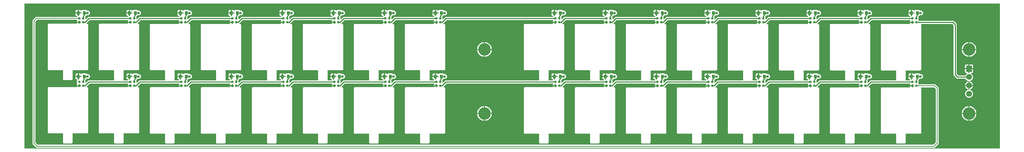
<source format=gtl>
G04 Layer: TopLayer*
G04 EasyEDA v6.5.34, 2023-08-10 19:30:07*
G04 4c2b3f1c2568491fb8cb17246f5809ed,5a6b42c53f6a479593ecc07194224c93,10*
G04 Gerber Generator version 0.2*
G04 Scale: 100 percent, Rotated: No, Reflected: No *
G04 Dimensions in millimeters *
G04 leading zeros omitted , absolute positions ,4 integer and 5 decimal *
%FSLAX45Y45*%
%MOMM*%

%AMMACRO1*21,1,$1,$2,0,0,$3*%
%ADD10C,0.2540*%
%ADD11C,0.2000*%
%ADD12R,0.8000X0.9000*%
%ADD13R,0.5500X0.5500*%
%ADD14C,1.4000*%
%ADD15MACRO1,1.524X1.4X-90.0000*%
%ADD16C,3.0000*%
%ADD17C,0.6096*%
%ADD18C,0.6200*%
%ADD19C,0.0144*%

%LPD*%
G36*
X43049748Y6176975D02*
G01*
X43045888Y6177737D01*
X43042586Y6179921D01*
X43040350Y6183223D01*
X43039588Y6187135D01*
X43039588Y6221272D01*
X43038877Y6227572D01*
X43036744Y6233617D01*
X43036185Y6237020D01*
X43036794Y6240424D01*
X43038522Y6243421D01*
X43040757Y6246164D01*
X43042027Y6248603D01*
X43044008Y6251194D01*
X43046751Y6253022D01*
X43049850Y6253886D01*
X43054422Y6254394D01*
X43059908Y6256324D01*
X43064785Y6259372D01*
X43068900Y6263487D01*
X43069713Y6264808D01*
X43072710Y6267856D01*
X43076672Y6269431D01*
X43091100Y6268262D01*
X43100904Y6269126D01*
X43110353Y6271666D01*
X43119294Y6275781D01*
X43127320Y6281420D01*
X43134280Y6288379D01*
X43139918Y6296406D01*
X43144033Y6305346D01*
X43146573Y6314795D01*
X43147437Y6324600D01*
X43146573Y6334404D01*
X43144033Y6343853D01*
X43139918Y6352794D01*
X43134280Y6360820D01*
X43127320Y6367780D01*
X43119294Y6373418D01*
X43110353Y6377533D01*
X43100904Y6380073D01*
X43091100Y6380937D01*
X43080940Y6379972D01*
X43076672Y6379768D01*
X43072710Y6381343D01*
X43069713Y6384391D01*
X43068900Y6385712D01*
X43064785Y6389827D01*
X43059908Y6392875D01*
X43054422Y6394805D01*
X43048123Y6395516D01*
X42969281Y6395516D01*
X42962931Y6394805D01*
X42957496Y6392875D01*
X42952568Y6389827D01*
X42948504Y6385712D01*
X42947285Y6383832D01*
X42944491Y6380886D01*
X42940732Y6379260D01*
X42936668Y6379260D01*
X42932908Y6380886D01*
X42930114Y6383832D01*
X42928895Y6385712D01*
X42924831Y6389827D01*
X42919904Y6392875D01*
X42914468Y6394805D01*
X42908118Y6395516D01*
X42881397Y6395516D01*
X42881397Y6337300D01*
X42932604Y6337300D01*
X42936515Y6336538D01*
X42939817Y6334302D01*
X42942002Y6331051D01*
X42942764Y6327140D01*
X42942764Y6322060D01*
X42942002Y6318148D01*
X42939817Y6314897D01*
X42936515Y6312662D01*
X42932604Y6311900D01*
X42881397Y6311900D01*
X42881397Y6257899D01*
X42880635Y6253988D01*
X42878451Y6250686D01*
X42875149Y6248501D01*
X42871237Y6247739D01*
X42866157Y6247739D01*
X42862296Y6248501D01*
X42858994Y6250686D01*
X42856759Y6253988D01*
X42855997Y6257899D01*
X42855997Y6311900D01*
X42802810Y6311900D01*
X42802810Y6280150D01*
X42803521Y6273850D01*
X42805400Y6268364D01*
X42808499Y6263487D01*
X42812614Y6259372D01*
X42817491Y6256324D01*
X42822977Y6254394D01*
X42829276Y6253683D01*
X42835017Y6253683D01*
X42839182Y6252768D01*
X42842637Y6250228D01*
X42844720Y6246469D01*
X42845075Y6242151D01*
X42843297Y6237681D01*
X42841062Y6235141D01*
X42838065Y6233464D01*
X42834712Y6232906D01*
X42737633Y6232906D01*
X42733874Y6233617D01*
X42730623Y6235700D01*
X42728388Y6238849D01*
X42727473Y6242608D01*
X42728032Y6246418D01*
X42728946Y6249009D01*
X42729658Y6255308D01*
X42729658Y6459982D01*
X42730420Y6463893D01*
X42732655Y6467144D01*
X42735906Y6469380D01*
X42739818Y6470142D01*
X43077841Y6470142D01*
X43084140Y6470853D01*
X43089626Y6472783D01*
X43094503Y6475831D01*
X43098618Y6479946D01*
X43101666Y6484823D01*
X43103596Y6490309D01*
X43104308Y6496608D01*
X43104308Y7555941D01*
X43103596Y7562240D01*
X43101666Y7567726D01*
X43098618Y7572603D01*
X43094503Y7576718D01*
X43089626Y7579766D01*
X43084140Y7581696D01*
X43077841Y7582408D01*
X43069154Y7582408D01*
X43065242Y7583170D01*
X43061940Y7585405D01*
X43059756Y7588656D01*
X43058994Y7592568D01*
X43059756Y7596479D01*
X43061940Y7599730D01*
X43138902Y7676692D01*
X43142204Y7678928D01*
X43146116Y7679690D01*
X44052286Y7679690D01*
X44056503Y7678775D01*
X44059957Y7676235D01*
X44062040Y7672476D01*
X44062396Y7668158D01*
X44060922Y7664145D01*
X44059602Y7662062D01*
X44057671Y7656575D01*
X44056960Y7650276D01*
X44056960Y7636052D01*
X44097702Y7636052D01*
X44097702Y7654747D01*
X44098464Y7658658D01*
X44100648Y7661960D01*
X44103950Y7664145D01*
X44107862Y7664907D01*
X44112942Y7664907D01*
X44116802Y7664145D01*
X44120104Y7661960D01*
X44122340Y7658658D01*
X44123102Y7654747D01*
X44123102Y7636052D01*
X44141796Y7636052D01*
X44145708Y7635240D01*
X44149010Y7633055D01*
X44151194Y7629753D01*
X44151956Y7625892D01*
X44151956Y7620812D01*
X44151194Y7616901D01*
X44149010Y7613599D01*
X44145708Y7611414D01*
X44141796Y7610652D01*
X44123102Y7610652D01*
X44123102Y7592568D01*
X44122340Y7588656D01*
X44120104Y7585405D01*
X44116802Y7583170D01*
X44112942Y7582408D01*
X44107862Y7582408D01*
X44103950Y7583170D01*
X44100648Y7585405D01*
X44098464Y7588656D01*
X44097702Y7592568D01*
X44097702Y7610652D01*
X44056960Y7610652D01*
X44056960Y7596378D01*
X44057265Y7593685D01*
X44056858Y7589469D01*
X44054776Y7585811D01*
X44051321Y7583271D01*
X44047206Y7582408D01*
X43383758Y7582408D01*
X43377459Y7581696D01*
X43371973Y7579766D01*
X43367096Y7576718D01*
X43362981Y7572603D01*
X43359933Y7567726D01*
X43358003Y7562240D01*
X43357292Y7555941D01*
X43357292Y6496608D01*
X43358003Y6490309D01*
X43359933Y6484823D01*
X43362981Y6479946D01*
X43367096Y6475831D01*
X43371973Y6472783D01*
X43377459Y6470853D01*
X43383758Y6470142D01*
X43715432Y6470142D01*
X43719343Y6469380D01*
X43722594Y6467144D01*
X43724830Y6463893D01*
X43725592Y6459982D01*
X43725592Y6255308D01*
X43726303Y6249009D01*
X43727217Y6246418D01*
X43727776Y6242608D01*
X43726862Y6238849D01*
X43724626Y6235700D01*
X43721375Y6233617D01*
X43717616Y6232906D01*
X43126406Y6232906D01*
X43118379Y6232093D01*
X43111166Y6229908D01*
X43104460Y6226352D01*
X43098262Y6221222D01*
X43056962Y6179921D01*
X43053660Y6177737D01*
G37*

%LPC*%
G36*
X42802810Y6337300D02*
G01*
X42855997Y6337300D01*
X42855997Y6395516D01*
X42829276Y6395516D01*
X42822977Y6394805D01*
X42817491Y6392875D01*
X42812614Y6389827D01*
X42808499Y6385712D01*
X42805400Y6380835D01*
X42803521Y6375349D01*
X42802810Y6369050D01*
G37*

%LPD*%
G36*
X39392148Y6176975D02*
G01*
X39388288Y6177737D01*
X39384986Y6179921D01*
X39382750Y6183223D01*
X39381988Y6187135D01*
X39381988Y6221272D01*
X39381277Y6227572D01*
X39379144Y6233617D01*
X39378585Y6237020D01*
X39379194Y6240424D01*
X39380922Y6243421D01*
X39383157Y6246164D01*
X39384427Y6248603D01*
X39386408Y6251194D01*
X39389151Y6253022D01*
X39392250Y6253886D01*
X39396822Y6254394D01*
X39402308Y6256324D01*
X39407185Y6259372D01*
X39411300Y6263487D01*
X39412113Y6264808D01*
X39415110Y6267856D01*
X39419072Y6269431D01*
X39433500Y6268262D01*
X39443304Y6269126D01*
X39452753Y6271666D01*
X39461694Y6275781D01*
X39469720Y6281420D01*
X39476680Y6288379D01*
X39482318Y6296406D01*
X39486433Y6305346D01*
X39488973Y6314795D01*
X39489837Y6324600D01*
X39488973Y6334404D01*
X39486433Y6343853D01*
X39482318Y6352794D01*
X39476680Y6360820D01*
X39469720Y6367780D01*
X39461694Y6373418D01*
X39452753Y6377533D01*
X39443304Y6380073D01*
X39433500Y6380937D01*
X39423340Y6379972D01*
X39419072Y6379768D01*
X39415110Y6381343D01*
X39412113Y6384391D01*
X39411300Y6385712D01*
X39407185Y6389827D01*
X39402308Y6392875D01*
X39396822Y6394805D01*
X39390523Y6395516D01*
X39311681Y6395516D01*
X39305331Y6394805D01*
X39299896Y6392875D01*
X39294968Y6389827D01*
X39290904Y6385712D01*
X39289685Y6383832D01*
X39286891Y6380886D01*
X39283132Y6379260D01*
X39279068Y6379260D01*
X39275308Y6380886D01*
X39272514Y6383832D01*
X39271295Y6385712D01*
X39267231Y6389827D01*
X39262304Y6392875D01*
X39256868Y6394805D01*
X39250518Y6395516D01*
X39223797Y6395516D01*
X39223797Y6337300D01*
X39275004Y6337300D01*
X39278915Y6336538D01*
X39282217Y6334302D01*
X39284402Y6331051D01*
X39285164Y6327140D01*
X39285164Y6322060D01*
X39284402Y6318148D01*
X39282217Y6314897D01*
X39278915Y6312662D01*
X39275004Y6311900D01*
X39223797Y6311900D01*
X39223797Y6257899D01*
X39223035Y6253988D01*
X39220851Y6250686D01*
X39217549Y6248501D01*
X39213637Y6247739D01*
X39208557Y6247739D01*
X39204696Y6248501D01*
X39201394Y6250686D01*
X39199159Y6253988D01*
X39198397Y6257899D01*
X39198397Y6311900D01*
X39145210Y6311900D01*
X39145210Y6280150D01*
X39145921Y6273850D01*
X39147800Y6268364D01*
X39150899Y6263487D01*
X39155014Y6259372D01*
X39159891Y6256324D01*
X39165377Y6254394D01*
X39171676Y6253683D01*
X39177417Y6253683D01*
X39181582Y6252768D01*
X39185037Y6250228D01*
X39187120Y6246469D01*
X39187475Y6242151D01*
X39185697Y6237681D01*
X39183462Y6235141D01*
X39180465Y6233464D01*
X39177112Y6232906D01*
X39080033Y6232906D01*
X39076274Y6233617D01*
X39073023Y6235700D01*
X39070788Y6238849D01*
X39069873Y6242608D01*
X39070432Y6246418D01*
X39071346Y6249009D01*
X39072058Y6255308D01*
X39072058Y6459982D01*
X39072820Y6463893D01*
X39075055Y6467144D01*
X39078306Y6469380D01*
X39082218Y6470142D01*
X39420241Y6470142D01*
X39426540Y6470853D01*
X39432026Y6472783D01*
X39436903Y6475831D01*
X39441018Y6479946D01*
X39444066Y6484823D01*
X39445996Y6490309D01*
X39446708Y6496608D01*
X39446708Y7555941D01*
X39445996Y7562240D01*
X39444066Y7567726D01*
X39441018Y7572603D01*
X39436903Y7576718D01*
X39432026Y7579766D01*
X39426540Y7581696D01*
X39420241Y7582408D01*
X39411554Y7582408D01*
X39407642Y7583170D01*
X39404340Y7585405D01*
X39402156Y7588656D01*
X39401394Y7592568D01*
X39402156Y7596479D01*
X39404340Y7599730D01*
X39481302Y7676692D01*
X39484604Y7678928D01*
X39488516Y7679690D01*
X40394686Y7679690D01*
X40398903Y7678775D01*
X40402357Y7676235D01*
X40404440Y7672476D01*
X40404796Y7668158D01*
X40403322Y7664145D01*
X40402002Y7662062D01*
X40400071Y7656575D01*
X40399360Y7650276D01*
X40399360Y7636052D01*
X40440102Y7636052D01*
X40440102Y7654747D01*
X40440864Y7658658D01*
X40443048Y7661960D01*
X40446350Y7664145D01*
X40450262Y7664907D01*
X40455342Y7664907D01*
X40459202Y7664145D01*
X40462504Y7661960D01*
X40464740Y7658658D01*
X40465502Y7654747D01*
X40465502Y7636052D01*
X40484196Y7636052D01*
X40488108Y7635240D01*
X40491410Y7633055D01*
X40493594Y7629753D01*
X40494356Y7625892D01*
X40494356Y7620812D01*
X40493594Y7616901D01*
X40491410Y7613599D01*
X40488108Y7611414D01*
X40484196Y7610652D01*
X40465502Y7610652D01*
X40465502Y7592568D01*
X40464740Y7588656D01*
X40462504Y7585405D01*
X40459202Y7583170D01*
X40455342Y7582408D01*
X40450262Y7582408D01*
X40446350Y7583170D01*
X40443048Y7585405D01*
X40440864Y7588656D01*
X40440102Y7592568D01*
X40440102Y7610652D01*
X40399360Y7610652D01*
X40399360Y7596378D01*
X40399665Y7593685D01*
X40399258Y7589469D01*
X40397176Y7585811D01*
X40393721Y7583271D01*
X40389606Y7582408D01*
X39726158Y7582408D01*
X39719859Y7581696D01*
X39714373Y7579766D01*
X39709496Y7576718D01*
X39705381Y7572603D01*
X39702333Y7567726D01*
X39700403Y7562240D01*
X39699692Y7555941D01*
X39699692Y6496608D01*
X39700403Y6490309D01*
X39702333Y6484823D01*
X39705381Y6479946D01*
X39709496Y6475831D01*
X39714373Y6472783D01*
X39719859Y6470853D01*
X39726158Y6470142D01*
X40057832Y6470142D01*
X40061743Y6469380D01*
X40064994Y6467144D01*
X40067230Y6463893D01*
X40067992Y6459982D01*
X40067992Y6255308D01*
X40068703Y6249009D01*
X40069617Y6246418D01*
X40070176Y6242608D01*
X40069262Y6238849D01*
X40067026Y6235700D01*
X40063775Y6233617D01*
X40060016Y6232906D01*
X39468806Y6232906D01*
X39460779Y6232093D01*
X39453566Y6229908D01*
X39446860Y6226352D01*
X39440662Y6221222D01*
X39399362Y6179921D01*
X39396060Y6177737D01*
G37*

%LPC*%
G36*
X39145210Y6337300D02*
G01*
X39198397Y6337300D01*
X39198397Y6395516D01*
X39171676Y6395516D01*
X39165377Y6394805D01*
X39159891Y6392875D01*
X39155014Y6389827D01*
X39150899Y6385712D01*
X39147800Y6380835D01*
X39145921Y6375349D01*
X39145210Y6369050D01*
G37*

%LPD*%
G36*
X25574548Y6176975D02*
G01*
X25570688Y6177737D01*
X25567386Y6179921D01*
X25565150Y6183223D01*
X25564388Y6187135D01*
X25564388Y6221272D01*
X25563677Y6227572D01*
X25561544Y6233617D01*
X25560985Y6237020D01*
X25561594Y6240424D01*
X25563322Y6243421D01*
X25565557Y6246164D01*
X25566827Y6248603D01*
X25568808Y6251194D01*
X25571551Y6253022D01*
X25574650Y6253886D01*
X25579222Y6254394D01*
X25584708Y6256324D01*
X25589585Y6259372D01*
X25593700Y6263487D01*
X25594513Y6264808D01*
X25597510Y6267856D01*
X25601472Y6269431D01*
X25615900Y6268262D01*
X25625704Y6269126D01*
X25635153Y6271666D01*
X25644094Y6275781D01*
X25652120Y6281420D01*
X25659080Y6288379D01*
X25664718Y6296406D01*
X25668833Y6305346D01*
X25671373Y6314795D01*
X25672237Y6324600D01*
X25671373Y6334404D01*
X25668833Y6343853D01*
X25664718Y6352794D01*
X25659080Y6360820D01*
X25652120Y6367780D01*
X25644094Y6373418D01*
X25635153Y6377533D01*
X25625704Y6380073D01*
X25615900Y6380937D01*
X25605740Y6379972D01*
X25601472Y6379768D01*
X25597510Y6381343D01*
X25594513Y6384391D01*
X25593700Y6385712D01*
X25589585Y6389827D01*
X25584708Y6392875D01*
X25579222Y6394805D01*
X25572923Y6395516D01*
X25494081Y6395516D01*
X25487731Y6394805D01*
X25482296Y6392875D01*
X25477368Y6389827D01*
X25473304Y6385712D01*
X25472085Y6383832D01*
X25469291Y6380886D01*
X25465532Y6379260D01*
X25461468Y6379260D01*
X25457708Y6380886D01*
X25454914Y6383832D01*
X25453695Y6385712D01*
X25449631Y6389827D01*
X25444704Y6392875D01*
X25439268Y6394805D01*
X25432918Y6395516D01*
X25406197Y6395516D01*
X25406197Y6337300D01*
X25457404Y6337300D01*
X25461315Y6336538D01*
X25464617Y6334302D01*
X25466802Y6331051D01*
X25467564Y6327140D01*
X25467564Y6322060D01*
X25466802Y6318148D01*
X25464617Y6314897D01*
X25461315Y6312662D01*
X25457404Y6311900D01*
X25406197Y6311900D01*
X25406197Y6257899D01*
X25405435Y6253988D01*
X25403251Y6250686D01*
X25399949Y6248501D01*
X25396037Y6247739D01*
X25390957Y6247739D01*
X25387096Y6248501D01*
X25383794Y6250686D01*
X25381559Y6253988D01*
X25380797Y6257899D01*
X25380797Y6311900D01*
X25327610Y6311900D01*
X25327610Y6280150D01*
X25328321Y6273850D01*
X25330200Y6268364D01*
X25333299Y6263487D01*
X25337414Y6259372D01*
X25342291Y6256324D01*
X25347777Y6254394D01*
X25354076Y6253683D01*
X25359817Y6253683D01*
X25363982Y6252768D01*
X25367437Y6250228D01*
X25369520Y6246469D01*
X25369875Y6242151D01*
X25368097Y6237681D01*
X25365862Y6235141D01*
X25362865Y6233464D01*
X25359512Y6232906D01*
X25259538Y6232906D01*
X25255321Y6233820D01*
X25251918Y6236360D01*
X25249835Y6240119D01*
X25249479Y6244437D01*
X25250952Y6248450D01*
X25251816Y6249873D01*
X25253746Y6255359D01*
X25254458Y6261658D01*
X25254458Y6466332D01*
X25255220Y6470243D01*
X25257455Y6473494D01*
X25260706Y6475730D01*
X25264618Y6476492D01*
X25602641Y6476492D01*
X25608940Y6477203D01*
X25614426Y6479133D01*
X25619303Y6482181D01*
X25623418Y6486296D01*
X25626466Y6491173D01*
X25628396Y6496659D01*
X25629108Y6502958D01*
X25629108Y7562291D01*
X25628396Y7568590D01*
X25626466Y7574076D01*
X25623418Y7578953D01*
X25619303Y7583068D01*
X25614426Y7586116D01*
X25608940Y7588046D01*
X25602641Y7588758D01*
X25600304Y7588758D01*
X25596392Y7589520D01*
X25593090Y7591755D01*
X25590906Y7595006D01*
X25590144Y7598918D01*
X25590906Y7602829D01*
X25593090Y7606080D01*
X25663702Y7676692D01*
X25667004Y7678928D01*
X25670916Y7679690D01*
X26577086Y7679690D01*
X26581303Y7678775D01*
X26584757Y7676235D01*
X26586840Y7672476D01*
X26587196Y7668158D01*
X26585722Y7664145D01*
X26584402Y7662062D01*
X26582471Y7656575D01*
X26581760Y7650276D01*
X26581760Y7636052D01*
X26622502Y7636052D01*
X26622502Y7654747D01*
X26623264Y7658658D01*
X26625448Y7661960D01*
X26628750Y7664145D01*
X26632662Y7664907D01*
X26637742Y7664907D01*
X26641602Y7664145D01*
X26644904Y7661960D01*
X26647139Y7658658D01*
X26647902Y7654747D01*
X26647902Y7636052D01*
X26666596Y7636052D01*
X26670508Y7635240D01*
X26673810Y7633055D01*
X26675994Y7629753D01*
X26676756Y7625892D01*
X26676756Y7620812D01*
X26675994Y7616901D01*
X26673810Y7613599D01*
X26670508Y7611414D01*
X26666596Y7610652D01*
X26647902Y7610652D01*
X26647902Y7595717D01*
X26647139Y7591856D01*
X26644904Y7588554D01*
X26641602Y7586370D01*
X26637742Y7585557D01*
X26632662Y7585557D01*
X26628750Y7586370D01*
X26625448Y7588554D01*
X26623264Y7591856D01*
X26622502Y7595717D01*
X26622502Y7610652D01*
X26581811Y7610652D01*
X26581811Y7595768D01*
X26580998Y7591856D01*
X26578814Y7588554D01*
X26575512Y7586370D01*
X26571651Y7585557D01*
X25908558Y7585557D01*
X25902259Y7584846D01*
X25896773Y7582966D01*
X25891896Y7579868D01*
X25887781Y7575803D01*
X25884733Y7570876D01*
X25882803Y7565440D01*
X25882092Y7559090D01*
X25882092Y6499809D01*
X25882803Y6493459D01*
X25884733Y6488023D01*
X25887781Y6483096D01*
X25891896Y6479032D01*
X25896773Y6475933D01*
X25902259Y6474053D01*
X25908558Y6473291D01*
X26240232Y6473291D01*
X26244143Y6472529D01*
X26247394Y6470345D01*
X26249630Y6467043D01*
X26250392Y6463131D01*
X26250392Y6258509D01*
X26251103Y6252159D01*
X26253135Y6246418D01*
X26253694Y6242608D01*
X26252779Y6238849D01*
X26250544Y6235700D01*
X26247293Y6233617D01*
X26243534Y6232906D01*
X25651206Y6232906D01*
X25643179Y6232093D01*
X25635966Y6229908D01*
X25629260Y6226352D01*
X25623062Y6221222D01*
X25581762Y6179921D01*
X25578460Y6177737D01*
G37*

%LPC*%
G36*
X25327610Y6337300D02*
G01*
X25380797Y6337300D01*
X25380797Y6395516D01*
X25354076Y6395516D01*
X25347777Y6394805D01*
X25342291Y6392875D01*
X25337414Y6389827D01*
X25333299Y6385712D01*
X25330200Y6380835D01*
X25328321Y6375349D01*
X25327610Y6369050D01*
G37*

%LPD*%
G36*
X26793748Y6176975D02*
G01*
X26789888Y6177737D01*
X26786586Y6179921D01*
X26784350Y6183223D01*
X26783588Y6187135D01*
X26783588Y6221272D01*
X26782877Y6227572D01*
X26780744Y6233617D01*
X26780185Y6237020D01*
X26780794Y6240424D01*
X26782522Y6243421D01*
X26784757Y6246164D01*
X26786027Y6248603D01*
X26788008Y6251194D01*
X26790751Y6253022D01*
X26793850Y6253886D01*
X26798422Y6254394D01*
X26803908Y6256324D01*
X26808785Y6259372D01*
X26812900Y6263487D01*
X26813713Y6264808D01*
X26816710Y6267856D01*
X26820672Y6269431D01*
X26835100Y6268262D01*
X26844904Y6269126D01*
X26854353Y6271666D01*
X26863294Y6275781D01*
X26871320Y6281420D01*
X26878280Y6288379D01*
X26883918Y6296406D01*
X26888033Y6305346D01*
X26890573Y6314795D01*
X26891437Y6324600D01*
X26890573Y6334404D01*
X26888033Y6343853D01*
X26883918Y6352794D01*
X26878280Y6360820D01*
X26871320Y6367780D01*
X26863294Y6373418D01*
X26854353Y6377533D01*
X26844904Y6380073D01*
X26835100Y6380937D01*
X26824939Y6379972D01*
X26820672Y6379768D01*
X26816710Y6381343D01*
X26813713Y6384391D01*
X26812900Y6385712D01*
X26808785Y6389827D01*
X26803908Y6392875D01*
X26798422Y6394805D01*
X26792123Y6395516D01*
X26713281Y6395516D01*
X26706931Y6394805D01*
X26701496Y6392875D01*
X26696568Y6389827D01*
X26692504Y6385712D01*
X26691285Y6383832D01*
X26688491Y6380886D01*
X26684732Y6379260D01*
X26680668Y6379260D01*
X26676908Y6380886D01*
X26674114Y6383832D01*
X26672895Y6385712D01*
X26668831Y6389827D01*
X26663903Y6392875D01*
X26658468Y6394805D01*
X26652118Y6395516D01*
X26625397Y6395516D01*
X26625397Y6337300D01*
X26676603Y6337300D01*
X26680515Y6336538D01*
X26683817Y6334302D01*
X26686002Y6331051D01*
X26686764Y6327140D01*
X26686764Y6322060D01*
X26686002Y6318148D01*
X26683817Y6314897D01*
X26680515Y6312662D01*
X26676603Y6311900D01*
X26625397Y6311900D01*
X26625397Y6257899D01*
X26624635Y6253988D01*
X26622451Y6250686D01*
X26619149Y6248501D01*
X26615237Y6247739D01*
X26610157Y6247739D01*
X26606296Y6248501D01*
X26602994Y6250686D01*
X26600759Y6253988D01*
X26599997Y6257899D01*
X26599997Y6311900D01*
X26546810Y6311900D01*
X26546810Y6280150D01*
X26547521Y6273850D01*
X26549400Y6268364D01*
X26552499Y6263487D01*
X26556614Y6259372D01*
X26561491Y6256324D01*
X26566977Y6254394D01*
X26573276Y6253683D01*
X26579017Y6253683D01*
X26583182Y6252768D01*
X26586637Y6250228D01*
X26588720Y6246469D01*
X26589075Y6242151D01*
X26587297Y6237681D01*
X26585062Y6235141D01*
X26582065Y6233464D01*
X26578712Y6232906D01*
X26480515Y6232906D01*
X26476756Y6233617D01*
X26473505Y6235700D01*
X26471270Y6238849D01*
X26470356Y6242608D01*
X26470914Y6246418D01*
X26472946Y6252159D01*
X26473658Y6258509D01*
X26473658Y6463131D01*
X26474420Y6467043D01*
X26476655Y6470345D01*
X26479906Y6472529D01*
X26483818Y6473291D01*
X26821841Y6473291D01*
X26828140Y6474053D01*
X26833626Y6475933D01*
X26838503Y6479032D01*
X26842618Y6483096D01*
X26845666Y6488023D01*
X26847596Y6493459D01*
X26848308Y6499809D01*
X26848308Y7559090D01*
X26847596Y7565440D01*
X26845666Y7570876D01*
X26842618Y7575803D01*
X26838503Y7579868D01*
X26833626Y7582966D01*
X26828140Y7584846D01*
X26821841Y7585557D01*
X26816303Y7585557D01*
X26812443Y7586370D01*
X26809141Y7588554D01*
X26806906Y7591856D01*
X26806144Y7595717D01*
X26806906Y7599629D01*
X26809141Y7602931D01*
X26882902Y7676692D01*
X26886204Y7678928D01*
X26890116Y7679690D01*
X27796286Y7679690D01*
X27800503Y7678775D01*
X27803957Y7676235D01*
X27806040Y7672476D01*
X27806396Y7668158D01*
X27804922Y7664145D01*
X27803602Y7662062D01*
X27801671Y7656575D01*
X27800960Y7650276D01*
X27800960Y7636052D01*
X27841702Y7636052D01*
X27841702Y7654747D01*
X27842464Y7658658D01*
X27844648Y7661960D01*
X27847950Y7664145D01*
X27851862Y7664907D01*
X27856942Y7664907D01*
X27860802Y7664145D01*
X27864104Y7661960D01*
X27866339Y7658658D01*
X27867102Y7654747D01*
X27867102Y7636052D01*
X27885796Y7636052D01*
X27889708Y7635240D01*
X27893010Y7633055D01*
X27895194Y7629753D01*
X27895956Y7625892D01*
X27895956Y7620812D01*
X27895194Y7616901D01*
X27893010Y7613599D01*
X27889708Y7611414D01*
X27885796Y7610652D01*
X27867102Y7610652D01*
X27867102Y7595717D01*
X27866339Y7591856D01*
X27864104Y7588554D01*
X27860802Y7586370D01*
X27856942Y7585557D01*
X27851862Y7585557D01*
X27847950Y7586370D01*
X27844648Y7588554D01*
X27842464Y7591856D01*
X27841702Y7595717D01*
X27841702Y7610652D01*
X27801011Y7610652D01*
X27801011Y7595768D01*
X27800198Y7591856D01*
X27798014Y7588554D01*
X27794712Y7586370D01*
X27790851Y7585557D01*
X27127758Y7585557D01*
X27121459Y7584846D01*
X27115973Y7582966D01*
X27111096Y7579868D01*
X27106981Y7575803D01*
X27103933Y7570876D01*
X27102003Y7565440D01*
X27101292Y7559090D01*
X27101292Y6499809D01*
X27102003Y6493459D01*
X27103933Y6488023D01*
X27106981Y6483096D01*
X27111096Y6479032D01*
X27115973Y6475933D01*
X27121459Y6474053D01*
X27127758Y6473291D01*
X27459432Y6473291D01*
X27463343Y6472529D01*
X27466594Y6470345D01*
X27468830Y6467043D01*
X27469592Y6463131D01*
X27469592Y6258509D01*
X27470303Y6252159D01*
X27472335Y6246418D01*
X27472894Y6242608D01*
X27471979Y6238849D01*
X27469744Y6235700D01*
X27466493Y6233617D01*
X27462734Y6232906D01*
X26870406Y6232906D01*
X26862379Y6232093D01*
X26855165Y6229908D01*
X26848460Y6226352D01*
X26842262Y6221222D01*
X26800962Y6179921D01*
X26797660Y6177737D01*
G37*

%LPC*%
G36*
X26546810Y6337300D02*
G01*
X26599997Y6337300D01*
X26599997Y6395516D01*
X26573276Y6395516D01*
X26566977Y6394805D01*
X26561491Y6392875D01*
X26556614Y6389827D01*
X26552499Y6385712D01*
X26549400Y6380835D01*
X26547521Y6375349D01*
X26546810Y6369050D01*
G37*

%LPD*%
G36*
X30451348Y6176975D02*
G01*
X30447488Y6177737D01*
X30444186Y6179921D01*
X30441950Y6183223D01*
X30441188Y6187135D01*
X30441188Y6221272D01*
X30440477Y6227572D01*
X30438344Y6233617D01*
X30437785Y6237020D01*
X30438394Y6240424D01*
X30440122Y6243421D01*
X30442357Y6246164D01*
X30443627Y6248603D01*
X30445608Y6251194D01*
X30448351Y6253022D01*
X30451450Y6253886D01*
X30456022Y6254394D01*
X30461508Y6256324D01*
X30466385Y6259372D01*
X30470500Y6263487D01*
X30471313Y6264808D01*
X30474310Y6267856D01*
X30478272Y6269431D01*
X30492700Y6268262D01*
X30502504Y6269126D01*
X30511953Y6271666D01*
X30520894Y6275781D01*
X30528920Y6281420D01*
X30535880Y6288379D01*
X30541518Y6296406D01*
X30545633Y6305346D01*
X30548173Y6314795D01*
X30549037Y6324600D01*
X30548173Y6334404D01*
X30545633Y6343853D01*
X30541518Y6352794D01*
X30535880Y6360820D01*
X30528920Y6367780D01*
X30520894Y6373418D01*
X30511953Y6377533D01*
X30502504Y6380073D01*
X30492700Y6380937D01*
X30482539Y6379972D01*
X30478272Y6379768D01*
X30474310Y6381343D01*
X30471313Y6384391D01*
X30470500Y6385712D01*
X30466385Y6389827D01*
X30461508Y6392875D01*
X30456022Y6394805D01*
X30449723Y6395516D01*
X30370881Y6395516D01*
X30364531Y6394805D01*
X30359096Y6392875D01*
X30354168Y6389827D01*
X30350104Y6385712D01*
X30348885Y6383832D01*
X30346091Y6380886D01*
X30342332Y6379260D01*
X30338268Y6379260D01*
X30334508Y6380886D01*
X30331714Y6383832D01*
X30330495Y6385712D01*
X30326431Y6389827D01*
X30321503Y6392875D01*
X30316068Y6394805D01*
X30309718Y6395516D01*
X30282997Y6395516D01*
X30282997Y6337300D01*
X30334203Y6337300D01*
X30338115Y6336538D01*
X30341417Y6334302D01*
X30343602Y6331051D01*
X30344364Y6327140D01*
X30344364Y6322060D01*
X30343602Y6318148D01*
X30341417Y6314897D01*
X30338115Y6312662D01*
X30334203Y6311900D01*
X30282997Y6311900D01*
X30282997Y6257899D01*
X30282235Y6253988D01*
X30280051Y6250686D01*
X30276749Y6248501D01*
X30272837Y6247739D01*
X30267757Y6247739D01*
X30263896Y6248501D01*
X30260594Y6250686D01*
X30258359Y6253988D01*
X30257597Y6257899D01*
X30257597Y6311900D01*
X30204410Y6311900D01*
X30204410Y6280150D01*
X30205121Y6273850D01*
X30207000Y6268364D01*
X30210099Y6263487D01*
X30214214Y6259372D01*
X30219091Y6256324D01*
X30224577Y6254394D01*
X30230876Y6253683D01*
X30236617Y6253683D01*
X30240782Y6252768D01*
X30244237Y6250228D01*
X30246320Y6246469D01*
X30246675Y6242151D01*
X30244897Y6237681D01*
X30242662Y6235141D01*
X30239665Y6233464D01*
X30236312Y6232906D01*
X30138115Y6232906D01*
X30134356Y6233617D01*
X30131105Y6235700D01*
X30128870Y6238849D01*
X30127956Y6242608D01*
X30128514Y6246418D01*
X30130546Y6252159D01*
X30131258Y6258509D01*
X30131258Y6463131D01*
X30132020Y6467043D01*
X30134255Y6470345D01*
X30137506Y6472529D01*
X30141418Y6473291D01*
X30479441Y6473291D01*
X30485740Y6474053D01*
X30491226Y6475933D01*
X30496103Y6479032D01*
X30500218Y6483096D01*
X30503266Y6488023D01*
X30505196Y6493459D01*
X30505908Y6499809D01*
X30505908Y7559090D01*
X30505196Y7565440D01*
X30503266Y7570876D01*
X30500218Y7575803D01*
X30496103Y7579868D01*
X30491226Y7582966D01*
X30485740Y7584846D01*
X30479441Y7585557D01*
X30473903Y7585557D01*
X30470043Y7586370D01*
X30466741Y7588554D01*
X30464506Y7591856D01*
X30463744Y7595717D01*
X30464506Y7599629D01*
X30466741Y7602931D01*
X30540502Y7676692D01*
X30543804Y7678928D01*
X30547716Y7679690D01*
X31453886Y7679690D01*
X31458103Y7678775D01*
X31461557Y7676235D01*
X31463640Y7672476D01*
X31463996Y7668158D01*
X31462522Y7664145D01*
X31461202Y7662062D01*
X31459271Y7656575D01*
X31458560Y7650276D01*
X31458560Y7636052D01*
X31499302Y7636052D01*
X31499302Y7654747D01*
X31500064Y7658658D01*
X31502248Y7661960D01*
X31505550Y7664145D01*
X31509462Y7664907D01*
X31514542Y7664907D01*
X31518402Y7664145D01*
X31521704Y7661960D01*
X31523939Y7658658D01*
X31524702Y7654747D01*
X31524702Y7636052D01*
X31543396Y7636052D01*
X31547308Y7635240D01*
X31550610Y7633055D01*
X31552794Y7629753D01*
X31553556Y7625892D01*
X31553556Y7620812D01*
X31552794Y7616901D01*
X31550610Y7613599D01*
X31547308Y7611414D01*
X31543396Y7610652D01*
X31524702Y7610652D01*
X31524702Y7595717D01*
X31523939Y7591856D01*
X31521704Y7588554D01*
X31518402Y7586370D01*
X31514542Y7585557D01*
X31509462Y7585557D01*
X31505550Y7586370D01*
X31502248Y7588554D01*
X31500064Y7591856D01*
X31499302Y7595717D01*
X31499302Y7610652D01*
X31458611Y7610652D01*
X31458611Y7595768D01*
X31457798Y7591856D01*
X31455614Y7588554D01*
X31452312Y7586370D01*
X31448451Y7585557D01*
X30785358Y7585557D01*
X30779059Y7584846D01*
X30773573Y7582966D01*
X30768696Y7579868D01*
X30764581Y7575803D01*
X30761533Y7570876D01*
X30759603Y7565440D01*
X30758892Y7559090D01*
X30758892Y6499809D01*
X30759603Y6493459D01*
X30761533Y6488023D01*
X30764581Y6483096D01*
X30768696Y6479032D01*
X30773573Y6475933D01*
X30779059Y6474053D01*
X30785358Y6473291D01*
X31117032Y6473291D01*
X31120943Y6472529D01*
X31124194Y6470345D01*
X31126430Y6467043D01*
X31127192Y6463131D01*
X31127192Y6258509D01*
X31127903Y6252159D01*
X31129935Y6246418D01*
X31130494Y6242608D01*
X31129579Y6238849D01*
X31127344Y6235700D01*
X31124093Y6233617D01*
X31120334Y6232906D01*
X30528006Y6232906D01*
X30519979Y6232093D01*
X30512765Y6229908D01*
X30506060Y6226352D01*
X30499862Y6221222D01*
X30458562Y6179921D01*
X30455260Y6177737D01*
G37*

%LPC*%
G36*
X30204410Y6337300D02*
G01*
X30257597Y6337300D01*
X30257597Y6395516D01*
X30230876Y6395516D01*
X30224577Y6394805D01*
X30219091Y6392875D01*
X30214214Y6389827D01*
X30210099Y6385712D01*
X30207000Y6380835D01*
X30205121Y6375349D01*
X30204410Y6369050D01*
G37*

%LPD*%
G36*
X38172948Y6176975D02*
G01*
X38169088Y6177737D01*
X38165786Y6179921D01*
X38163550Y6183223D01*
X38162788Y6187135D01*
X38162788Y6221272D01*
X38162077Y6227572D01*
X38159944Y6233617D01*
X38159385Y6237020D01*
X38159994Y6240424D01*
X38161722Y6243421D01*
X38163957Y6246164D01*
X38165227Y6248603D01*
X38167208Y6251194D01*
X38169951Y6253022D01*
X38173050Y6253886D01*
X38177622Y6254394D01*
X38183108Y6256324D01*
X38187985Y6259372D01*
X38192100Y6263487D01*
X38192913Y6264808D01*
X38195910Y6267856D01*
X38199872Y6269431D01*
X38214300Y6268262D01*
X38224104Y6269126D01*
X38233553Y6271666D01*
X38242494Y6275781D01*
X38250520Y6281420D01*
X38257480Y6288379D01*
X38263118Y6296406D01*
X38267233Y6305346D01*
X38269773Y6314795D01*
X38270637Y6324600D01*
X38269773Y6334404D01*
X38267233Y6343853D01*
X38263118Y6352794D01*
X38257480Y6360820D01*
X38250520Y6367780D01*
X38242494Y6373418D01*
X38233553Y6377533D01*
X38224104Y6380073D01*
X38214300Y6380937D01*
X38204140Y6379972D01*
X38199872Y6379768D01*
X38195910Y6381343D01*
X38192913Y6384391D01*
X38192100Y6385712D01*
X38187985Y6389827D01*
X38183108Y6392875D01*
X38177622Y6394805D01*
X38171323Y6395516D01*
X38092481Y6395516D01*
X38086131Y6394805D01*
X38080696Y6392875D01*
X38075768Y6389827D01*
X38071704Y6385712D01*
X38070485Y6383832D01*
X38067691Y6380886D01*
X38063932Y6379260D01*
X38059868Y6379260D01*
X38056108Y6380886D01*
X38053314Y6383832D01*
X38052095Y6385712D01*
X38048031Y6389827D01*
X38043104Y6392875D01*
X38037668Y6394805D01*
X38031318Y6395516D01*
X38004597Y6395516D01*
X38004597Y6337300D01*
X38055804Y6337300D01*
X38059715Y6336538D01*
X38063017Y6334302D01*
X38065202Y6331051D01*
X38065964Y6327140D01*
X38065964Y6322060D01*
X38065202Y6318148D01*
X38063017Y6314897D01*
X38059715Y6312662D01*
X38055804Y6311900D01*
X38004597Y6311900D01*
X38004597Y6257899D01*
X38003835Y6253988D01*
X38001651Y6250686D01*
X37998349Y6248501D01*
X37994437Y6247739D01*
X37989357Y6247739D01*
X37985496Y6248501D01*
X37982194Y6250686D01*
X37979959Y6253988D01*
X37979197Y6257899D01*
X37979197Y6311900D01*
X37926010Y6311900D01*
X37926010Y6280150D01*
X37926721Y6273850D01*
X37928600Y6268364D01*
X37931699Y6263487D01*
X37935814Y6259372D01*
X37940691Y6256324D01*
X37946177Y6254394D01*
X37952476Y6253683D01*
X37958217Y6253683D01*
X37962382Y6252768D01*
X37965837Y6250228D01*
X37967920Y6246469D01*
X37968275Y6242151D01*
X37966497Y6237681D01*
X37964262Y6235141D01*
X37961265Y6233464D01*
X37957912Y6232906D01*
X37860833Y6232906D01*
X37857074Y6233617D01*
X37853823Y6235700D01*
X37851588Y6238849D01*
X37850673Y6242608D01*
X37851232Y6246418D01*
X37852146Y6249009D01*
X37852858Y6255308D01*
X37852858Y6459982D01*
X37853620Y6463893D01*
X37855855Y6467144D01*
X37859106Y6469380D01*
X37863018Y6470142D01*
X38201041Y6470142D01*
X38207340Y6470853D01*
X38212826Y6472783D01*
X38217703Y6475831D01*
X38221818Y6479946D01*
X38224866Y6484823D01*
X38226796Y6490309D01*
X38227508Y6496608D01*
X38227508Y7555941D01*
X38226796Y7562240D01*
X38224866Y7567726D01*
X38221818Y7572603D01*
X38217703Y7576718D01*
X38212826Y7579766D01*
X38207340Y7581696D01*
X38201041Y7582408D01*
X38192354Y7582408D01*
X38188442Y7583170D01*
X38185140Y7585405D01*
X38182956Y7588656D01*
X38182194Y7592568D01*
X38182956Y7596479D01*
X38185140Y7599730D01*
X38262102Y7676692D01*
X38265404Y7678928D01*
X38269316Y7679690D01*
X39175486Y7679690D01*
X39179703Y7678775D01*
X39183157Y7676235D01*
X39185240Y7672476D01*
X39185596Y7668158D01*
X39184122Y7664145D01*
X39182802Y7662062D01*
X39180871Y7656575D01*
X39180160Y7650276D01*
X39180160Y7636052D01*
X39220902Y7636052D01*
X39220902Y7654747D01*
X39221664Y7658658D01*
X39223848Y7661960D01*
X39227150Y7664145D01*
X39231062Y7664907D01*
X39236142Y7664907D01*
X39240002Y7664145D01*
X39243304Y7661960D01*
X39245540Y7658658D01*
X39246302Y7654747D01*
X39246302Y7636052D01*
X39264996Y7636052D01*
X39268908Y7635240D01*
X39272210Y7633055D01*
X39274394Y7629753D01*
X39275156Y7625892D01*
X39275156Y7620812D01*
X39274394Y7616901D01*
X39272210Y7613599D01*
X39268908Y7611414D01*
X39264996Y7610652D01*
X39246302Y7610652D01*
X39246302Y7592568D01*
X39245540Y7588656D01*
X39243304Y7585405D01*
X39240002Y7583170D01*
X39236142Y7582408D01*
X39231062Y7582408D01*
X39227150Y7583170D01*
X39223848Y7585405D01*
X39221664Y7588656D01*
X39220902Y7592568D01*
X39220902Y7610652D01*
X39180160Y7610652D01*
X39180160Y7596378D01*
X39180465Y7593685D01*
X39180058Y7589469D01*
X39177976Y7585811D01*
X39174521Y7583271D01*
X39170406Y7582408D01*
X38506958Y7582408D01*
X38500659Y7581696D01*
X38495173Y7579766D01*
X38490296Y7576718D01*
X38486181Y7572603D01*
X38483133Y7567726D01*
X38481203Y7562240D01*
X38480492Y7555941D01*
X38480492Y6496608D01*
X38481203Y6490309D01*
X38483133Y6484823D01*
X38486181Y6479946D01*
X38490296Y6475831D01*
X38495173Y6472783D01*
X38500659Y6470853D01*
X38506958Y6470142D01*
X38838632Y6470142D01*
X38842543Y6469380D01*
X38845794Y6467144D01*
X38848030Y6463893D01*
X38848792Y6459982D01*
X38848792Y6255308D01*
X38849503Y6249009D01*
X38850417Y6246418D01*
X38850976Y6242608D01*
X38850062Y6238849D01*
X38847826Y6235700D01*
X38844575Y6233617D01*
X38840816Y6232906D01*
X38249606Y6232906D01*
X38241579Y6232093D01*
X38234366Y6229908D01*
X38227660Y6226352D01*
X38221462Y6221222D01*
X38180162Y6179921D01*
X38176860Y6177737D01*
G37*

%LPC*%
G36*
X37926010Y6337300D02*
G01*
X37979197Y6337300D01*
X37979197Y6395516D01*
X37952476Y6395516D01*
X37946177Y6394805D01*
X37940691Y6392875D01*
X37935814Y6389827D01*
X37931699Y6385712D01*
X37928600Y6380835D01*
X37926721Y6375349D01*
X37926010Y6369050D01*
G37*

%LPD*%
G36*
X40611348Y6176975D02*
G01*
X40607488Y6177737D01*
X40604186Y6179921D01*
X40601950Y6183223D01*
X40601188Y6187135D01*
X40601188Y6221272D01*
X40600477Y6227572D01*
X40598344Y6233617D01*
X40597785Y6237020D01*
X40598394Y6240424D01*
X40600122Y6243421D01*
X40602357Y6246164D01*
X40603627Y6248603D01*
X40605608Y6251194D01*
X40608351Y6253022D01*
X40611450Y6253886D01*
X40616022Y6254394D01*
X40621508Y6256324D01*
X40626385Y6259372D01*
X40630500Y6263487D01*
X40631313Y6264808D01*
X40634310Y6267856D01*
X40638272Y6269431D01*
X40652700Y6268262D01*
X40662504Y6269126D01*
X40671953Y6271666D01*
X40680894Y6275781D01*
X40688920Y6281420D01*
X40695880Y6288379D01*
X40701518Y6296406D01*
X40705633Y6305346D01*
X40708173Y6314795D01*
X40709037Y6324600D01*
X40708173Y6334404D01*
X40705633Y6343853D01*
X40701518Y6352794D01*
X40695880Y6360820D01*
X40688920Y6367780D01*
X40680894Y6373418D01*
X40671953Y6377533D01*
X40662504Y6380073D01*
X40652700Y6380937D01*
X40642540Y6379972D01*
X40638272Y6379768D01*
X40634310Y6381343D01*
X40631313Y6384391D01*
X40630500Y6385712D01*
X40626385Y6389827D01*
X40621508Y6392875D01*
X40616022Y6394805D01*
X40609723Y6395516D01*
X40530881Y6395516D01*
X40524531Y6394805D01*
X40519096Y6392875D01*
X40514168Y6389827D01*
X40510104Y6385712D01*
X40508885Y6383832D01*
X40506091Y6380886D01*
X40502332Y6379260D01*
X40498268Y6379260D01*
X40494508Y6380886D01*
X40491714Y6383832D01*
X40490495Y6385712D01*
X40486431Y6389827D01*
X40481504Y6392875D01*
X40476068Y6394805D01*
X40469718Y6395516D01*
X40442997Y6395516D01*
X40442997Y6337300D01*
X40494204Y6337300D01*
X40498115Y6336538D01*
X40501417Y6334302D01*
X40503602Y6331051D01*
X40504364Y6327140D01*
X40504364Y6322060D01*
X40503602Y6318148D01*
X40501417Y6314897D01*
X40498115Y6312662D01*
X40494204Y6311900D01*
X40442997Y6311900D01*
X40442997Y6257899D01*
X40442235Y6253988D01*
X40440051Y6250686D01*
X40436749Y6248501D01*
X40432837Y6247739D01*
X40427757Y6247739D01*
X40423896Y6248501D01*
X40420594Y6250686D01*
X40418359Y6253988D01*
X40417597Y6257899D01*
X40417597Y6311900D01*
X40364410Y6311900D01*
X40364410Y6280150D01*
X40365121Y6273850D01*
X40367000Y6268364D01*
X40370099Y6263487D01*
X40374214Y6259372D01*
X40379091Y6256324D01*
X40384577Y6254394D01*
X40390876Y6253683D01*
X40396617Y6253683D01*
X40400782Y6252768D01*
X40404237Y6250228D01*
X40406320Y6246469D01*
X40406675Y6242151D01*
X40404897Y6237681D01*
X40402662Y6235141D01*
X40399665Y6233464D01*
X40396312Y6232906D01*
X40299233Y6232906D01*
X40295474Y6233617D01*
X40292223Y6235700D01*
X40289988Y6238849D01*
X40289073Y6242608D01*
X40289632Y6246418D01*
X40290546Y6249009D01*
X40291258Y6255308D01*
X40291258Y6459982D01*
X40292020Y6463893D01*
X40294255Y6467144D01*
X40297506Y6469380D01*
X40301418Y6470142D01*
X40639441Y6470142D01*
X40645740Y6470853D01*
X40651226Y6472783D01*
X40656103Y6475831D01*
X40660218Y6479946D01*
X40663266Y6484823D01*
X40665196Y6490309D01*
X40665908Y6496608D01*
X40665908Y7555941D01*
X40665196Y7562240D01*
X40663266Y7567726D01*
X40660218Y7572603D01*
X40656103Y7576718D01*
X40651226Y7579766D01*
X40645740Y7581696D01*
X40639441Y7582408D01*
X40630754Y7582408D01*
X40626842Y7583170D01*
X40623540Y7585405D01*
X40621356Y7588656D01*
X40620594Y7592568D01*
X40621356Y7596479D01*
X40623540Y7599730D01*
X40700502Y7676692D01*
X40703804Y7678928D01*
X40707716Y7679690D01*
X41613886Y7679690D01*
X41618103Y7678775D01*
X41621557Y7676235D01*
X41623640Y7672476D01*
X41623996Y7668158D01*
X41622522Y7664145D01*
X41621202Y7662062D01*
X41619271Y7656575D01*
X41618560Y7650276D01*
X41618560Y7636052D01*
X41659302Y7636052D01*
X41659302Y7654747D01*
X41660064Y7658658D01*
X41662248Y7661960D01*
X41665550Y7664145D01*
X41669462Y7664907D01*
X41674542Y7664907D01*
X41678402Y7664145D01*
X41681704Y7661960D01*
X41683940Y7658658D01*
X41684702Y7654747D01*
X41684702Y7636052D01*
X41703396Y7636052D01*
X41707308Y7635240D01*
X41710610Y7633055D01*
X41712794Y7629753D01*
X41713556Y7625892D01*
X41713556Y7620812D01*
X41712794Y7616901D01*
X41710610Y7613599D01*
X41707308Y7611414D01*
X41703396Y7610652D01*
X41684702Y7610652D01*
X41684702Y7592568D01*
X41683940Y7588656D01*
X41681704Y7585405D01*
X41678402Y7583170D01*
X41674542Y7582408D01*
X41669462Y7582408D01*
X41665550Y7583170D01*
X41662248Y7585405D01*
X41660064Y7588656D01*
X41659302Y7592568D01*
X41659302Y7610652D01*
X41618560Y7610652D01*
X41618560Y7596378D01*
X41618865Y7593685D01*
X41618458Y7589469D01*
X41616376Y7585811D01*
X41612921Y7583271D01*
X41608806Y7582408D01*
X40945358Y7582408D01*
X40939059Y7581696D01*
X40933573Y7579766D01*
X40928696Y7576718D01*
X40924581Y7572603D01*
X40921533Y7567726D01*
X40919603Y7562240D01*
X40918892Y7555941D01*
X40918892Y6496608D01*
X40919603Y6490309D01*
X40921533Y6484823D01*
X40924581Y6479946D01*
X40928696Y6475831D01*
X40933573Y6472783D01*
X40939059Y6470853D01*
X40945358Y6470142D01*
X41277032Y6470142D01*
X41280943Y6469380D01*
X41284194Y6467144D01*
X41286430Y6463893D01*
X41287192Y6459982D01*
X41287192Y6255308D01*
X41287903Y6249009D01*
X41288817Y6246418D01*
X41289376Y6242608D01*
X41288462Y6238849D01*
X41286226Y6235700D01*
X41282975Y6233617D01*
X41279216Y6232906D01*
X40688006Y6232906D01*
X40679979Y6232093D01*
X40672766Y6229908D01*
X40666060Y6226352D01*
X40659862Y6221222D01*
X40618562Y6179921D01*
X40615260Y6177737D01*
G37*

%LPC*%
G36*
X40364410Y6337300D02*
G01*
X40417597Y6337300D01*
X40417597Y6395516D01*
X40390876Y6395516D01*
X40384577Y6394805D01*
X40379091Y6392875D01*
X40374214Y6389827D01*
X40370099Y6385712D01*
X40367000Y6380835D01*
X40365121Y6375349D01*
X40364410Y6369050D01*
G37*

%LPD*%
G36*
X31670548Y6176975D02*
G01*
X31666688Y6177737D01*
X31663386Y6179921D01*
X31661150Y6183223D01*
X31660388Y6187135D01*
X31660388Y6221272D01*
X31659677Y6227572D01*
X31657544Y6233617D01*
X31656985Y6237020D01*
X31657594Y6240424D01*
X31659322Y6243421D01*
X31661557Y6246164D01*
X31662827Y6248603D01*
X31664808Y6251194D01*
X31667551Y6253022D01*
X31670650Y6253886D01*
X31675222Y6254394D01*
X31680708Y6256324D01*
X31685585Y6259372D01*
X31689700Y6263487D01*
X31690513Y6264808D01*
X31693510Y6267856D01*
X31697472Y6269431D01*
X31711900Y6268262D01*
X31721704Y6269126D01*
X31731153Y6271666D01*
X31740094Y6275781D01*
X31748120Y6281420D01*
X31755080Y6288379D01*
X31760718Y6296406D01*
X31764833Y6305346D01*
X31767373Y6314795D01*
X31768237Y6324600D01*
X31767373Y6334404D01*
X31764833Y6343853D01*
X31760718Y6352794D01*
X31755080Y6360820D01*
X31748120Y6367780D01*
X31740094Y6373418D01*
X31731153Y6377533D01*
X31721704Y6380073D01*
X31711900Y6380937D01*
X31701739Y6379972D01*
X31697472Y6379768D01*
X31693510Y6381343D01*
X31690513Y6384391D01*
X31689700Y6385712D01*
X31685585Y6389827D01*
X31680708Y6392875D01*
X31675222Y6394805D01*
X31668923Y6395516D01*
X31590081Y6395516D01*
X31583731Y6394805D01*
X31578296Y6392875D01*
X31573368Y6389827D01*
X31569304Y6385712D01*
X31568085Y6383832D01*
X31565291Y6380886D01*
X31561532Y6379260D01*
X31557468Y6379260D01*
X31553708Y6380886D01*
X31550914Y6383832D01*
X31549695Y6385712D01*
X31545631Y6389827D01*
X31540703Y6392875D01*
X31535268Y6394805D01*
X31528918Y6395516D01*
X31502197Y6395516D01*
X31502197Y6337300D01*
X31553403Y6337300D01*
X31557315Y6336538D01*
X31560617Y6334302D01*
X31562802Y6331051D01*
X31563564Y6327140D01*
X31563564Y6322060D01*
X31562802Y6318148D01*
X31560617Y6314897D01*
X31557315Y6312662D01*
X31553403Y6311900D01*
X31502197Y6311900D01*
X31502197Y6257899D01*
X31501435Y6253988D01*
X31499251Y6250686D01*
X31495949Y6248501D01*
X31492037Y6247739D01*
X31486957Y6247739D01*
X31483096Y6248501D01*
X31479794Y6250686D01*
X31477559Y6253988D01*
X31476797Y6257899D01*
X31476797Y6311900D01*
X31423610Y6311900D01*
X31423610Y6280150D01*
X31424321Y6273850D01*
X31426200Y6268364D01*
X31429299Y6263487D01*
X31433414Y6259372D01*
X31438291Y6256324D01*
X31443777Y6254394D01*
X31450076Y6253683D01*
X31455817Y6253683D01*
X31459982Y6252768D01*
X31463437Y6250228D01*
X31465520Y6246469D01*
X31465875Y6242151D01*
X31464097Y6237681D01*
X31461862Y6235141D01*
X31458865Y6233464D01*
X31455512Y6232906D01*
X31357315Y6232906D01*
X31353556Y6233617D01*
X31350305Y6235700D01*
X31348070Y6238849D01*
X31347156Y6242608D01*
X31347714Y6246418D01*
X31349746Y6252159D01*
X31350458Y6258509D01*
X31350458Y6463131D01*
X31351220Y6467043D01*
X31353455Y6470345D01*
X31356706Y6472529D01*
X31360618Y6473291D01*
X31698641Y6473291D01*
X31704940Y6474053D01*
X31710426Y6475933D01*
X31715303Y6479032D01*
X31719418Y6483096D01*
X31722466Y6488023D01*
X31724396Y6493459D01*
X31725108Y6499809D01*
X31725108Y7559090D01*
X31724396Y7565440D01*
X31722466Y7570876D01*
X31719418Y7575803D01*
X31715303Y7579868D01*
X31710426Y7582966D01*
X31704940Y7584846D01*
X31698641Y7585557D01*
X31693103Y7585557D01*
X31689243Y7586370D01*
X31685941Y7588554D01*
X31683706Y7591856D01*
X31682944Y7595717D01*
X31683706Y7599629D01*
X31685941Y7602931D01*
X31759702Y7676692D01*
X31763004Y7678928D01*
X31766916Y7679690D01*
X32673086Y7679690D01*
X32677303Y7678775D01*
X32680757Y7676235D01*
X32682840Y7672476D01*
X32683196Y7668158D01*
X32681722Y7664145D01*
X32680402Y7662062D01*
X32678471Y7656575D01*
X32677760Y7650276D01*
X32677760Y7636052D01*
X32718502Y7636052D01*
X32718502Y7654747D01*
X32719264Y7658658D01*
X32721448Y7661960D01*
X32724750Y7664145D01*
X32728662Y7664907D01*
X32733742Y7664907D01*
X32737602Y7664145D01*
X32740904Y7661960D01*
X32743139Y7658658D01*
X32743902Y7654747D01*
X32743902Y7636052D01*
X32762596Y7636052D01*
X32766508Y7635240D01*
X32769810Y7633055D01*
X32771994Y7629753D01*
X32772756Y7625892D01*
X32772756Y7620812D01*
X32771994Y7616901D01*
X32769810Y7613599D01*
X32766508Y7611414D01*
X32762596Y7610652D01*
X32743902Y7610652D01*
X32743902Y7595717D01*
X32743139Y7591856D01*
X32740904Y7588554D01*
X32737602Y7586370D01*
X32733742Y7585557D01*
X32728662Y7585557D01*
X32724750Y7586370D01*
X32721448Y7588554D01*
X32719264Y7591856D01*
X32718502Y7595717D01*
X32718502Y7610652D01*
X32677811Y7610652D01*
X32677811Y7595768D01*
X32676998Y7591856D01*
X32674814Y7588554D01*
X32671512Y7586370D01*
X32667651Y7585557D01*
X32004558Y7585557D01*
X31998259Y7584846D01*
X31992773Y7582966D01*
X31987896Y7579868D01*
X31983781Y7575803D01*
X31980733Y7570876D01*
X31978803Y7565440D01*
X31978092Y7559090D01*
X31978092Y6499809D01*
X31978803Y6493459D01*
X31980733Y6488023D01*
X31983781Y6483096D01*
X31987896Y6479032D01*
X31992773Y6475933D01*
X31998259Y6474053D01*
X32004558Y6473291D01*
X32336232Y6473291D01*
X32340143Y6472529D01*
X32343394Y6470345D01*
X32345630Y6467043D01*
X32346392Y6463131D01*
X32346392Y6258509D01*
X32347103Y6252159D01*
X32349135Y6246418D01*
X32349694Y6242608D01*
X32348779Y6238849D01*
X32346544Y6235700D01*
X32343293Y6233617D01*
X32339534Y6232906D01*
X31747206Y6232906D01*
X31739179Y6232093D01*
X31731965Y6229908D01*
X31725260Y6226352D01*
X31719062Y6221222D01*
X31677762Y6179921D01*
X31674460Y6177737D01*
G37*

%LPC*%
G36*
X31423610Y6337300D02*
G01*
X31476797Y6337300D01*
X31476797Y6395516D01*
X31450076Y6395516D01*
X31443777Y6394805D01*
X31438291Y6392875D01*
X31433414Y6389827D01*
X31429299Y6385712D01*
X31426200Y6380835D01*
X31424321Y6375349D01*
X31423610Y6369050D01*
G37*

%LPD*%
G36*
X35734548Y6176975D02*
G01*
X35730688Y6177737D01*
X35727386Y6179921D01*
X35725150Y6183223D01*
X35724388Y6187135D01*
X35724388Y6221272D01*
X35723677Y6227572D01*
X35721544Y6233617D01*
X35720985Y6237020D01*
X35721594Y6240424D01*
X35723322Y6243421D01*
X35725557Y6246164D01*
X35726827Y6248603D01*
X35728808Y6251194D01*
X35731551Y6253022D01*
X35734650Y6253886D01*
X35739222Y6254394D01*
X35744708Y6256324D01*
X35749585Y6259372D01*
X35753700Y6263487D01*
X35754513Y6264808D01*
X35757510Y6267856D01*
X35761472Y6269431D01*
X35775900Y6268262D01*
X35785704Y6269126D01*
X35795153Y6271666D01*
X35804094Y6275781D01*
X35812120Y6281420D01*
X35819080Y6288379D01*
X35824718Y6296406D01*
X35828833Y6305346D01*
X35831373Y6314795D01*
X35832237Y6324600D01*
X35831373Y6334404D01*
X35828833Y6343853D01*
X35824718Y6352794D01*
X35819080Y6360820D01*
X35812120Y6367780D01*
X35804094Y6373418D01*
X35795153Y6377533D01*
X35785704Y6380073D01*
X35775900Y6380937D01*
X35765740Y6379972D01*
X35761472Y6379768D01*
X35757510Y6381343D01*
X35754513Y6384391D01*
X35753700Y6385712D01*
X35749585Y6389827D01*
X35744708Y6392875D01*
X35739222Y6394805D01*
X35732923Y6395516D01*
X35654081Y6395516D01*
X35647731Y6394805D01*
X35642296Y6392875D01*
X35637368Y6389827D01*
X35633304Y6385712D01*
X35632085Y6383832D01*
X35629291Y6380886D01*
X35625532Y6379260D01*
X35621468Y6379260D01*
X35617708Y6380886D01*
X35614914Y6383832D01*
X35613695Y6385712D01*
X35609631Y6389827D01*
X35604704Y6392875D01*
X35599268Y6394805D01*
X35592918Y6395516D01*
X35566197Y6395516D01*
X35566197Y6337300D01*
X35617404Y6337300D01*
X35621315Y6336538D01*
X35624617Y6334302D01*
X35626802Y6331051D01*
X35627564Y6327140D01*
X35627564Y6322060D01*
X35626802Y6318148D01*
X35624617Y6314897D01*
X35621315Y6312662D01*
X35617404Y6311900D01*
X35566197Y6311900D01*
X35566197Y6257899D01*
X35565435Y6253988D01*
X35563251Y6250686D01*
X35559949Y6248501D01*
X35556037Y6247739D01*
X35550957Y6247739D01*
X35547096Y6248501D01*
X35543794Y6250686D01*
X35541559Y6253988D01*
X35540797Y6257899D01*
X35540797Y6311900D01*
X35487610Y6311900D01*
X35487610Y6280150D01*
X35488321Y6273850D01*
X35490200Y6268364D01*
X35493299Y6263487D01*
X35497414Y6259372D01*
X35502291Y6256324D01*
X35507777Y6254394D01*
X35514076Y6253683D01*
X35519817Y6253683D01*
X35523982Y6252768D01*
X35527437Y6250228D01*
X35529520Y6246469D01*
X35529875Y6242151D01*
X35528097Y6237630D01*
X35525862Y6235141D01*
X35522865Y6233464D01*
X35519512Y6232906D01*
X35421316Y6232906D01*
X35417556Y6233617D01*
X35414305Y6235700D01*
X35412070Y6238849D01*
X35411156Y6242608D01*
X35411714Y6246418D01*
X35413746Y6252159D01*
X35414458Y6258509D01*
X35414458Y6463131D01*
X35415220Y6467043D01*
X35417455Y6470345D01*
X35420706Y6472529D01*
X35424618Y6473291D01*
X35762641Y6473291D01*
X35768940Y6474053D01*
X35774426Y6475933D01*
X35779303Y6479032D01*
X35783418Y6483096D01*
X35786466Y6488023D01*
X35788396Y6493459D01*
X35789108Y6499809D01*
X35789108Y7559090D01*
X35788396Y7565440D01*
X35786466Y7570876D01*
X35783418Y7575803D01*
X35779303Y7579868D01*
X35774426Y7582966D01*
X35768940Y7584846D01*
X35762641Y7585557D01*
X35757104Y7585557D01*
X35753243Y7586370D01*
X35749941Y7588554D01*
X35747706Y7591856D01*
X35746944Y7595717D01*
X35747706Y7599629D01*
X35749941Y7602931D01*
X35823702Y7676692D01*
X35827004Y7678928D01*
X35830916Y7679690D01*
X36737086Y7679690D01*
X36741303Y7678775D01*
X36744757Y7676235D01*
X36746840Y7672476D01*
X36747196Y7668158D01*
X36745722Y7664145D01*
X36744402Y7662062D01*
X36742471Y7656575D01*
X36741760Y7650276D01*
X36741760Y7636052D01*
X36782502Y7636052D01*
X36782502Y7654747D01*
X36783264Y7658658D01*
X36785448Y7661960D01*
X36788750Y7664145D01*
X36792662Y7664907D01*
X36797742Y7664907D01*
X36801602Y7664145D01*
X36804904Y7661960D01*
X36807140Y7658658D01*
X36807902Y7654747D01*
X36807902Y7636052D01*
X36826596Y7636052D01*
X36830508Y7635240D01*
X36833810Y7633055D01*
X36835994Y7629753D01*
X36836756Y7625892D01*
X36836756Y7620812D01*
X36835994Y7616901D01*
X36833810Y7613599D01*
X36830508Y7611414D01*
X36826596Y7610652D01*
X36807902Y7610652D01*
X36807902Y7595717D01*
X36807140Y7591856D01*
X36804904Y7588554D01*
X36801602Y7586370D01*
X36797742Y7585557D01*
X36792662Y7585557D01*
X36788750Y7586370D01*
X36785448Y7588554D01*
X36783264Y7591856D01*
X36782502Y7595717D01*
X36782502Y7610652D01*
X36741811Y7610652D01*
X36741811Y7595768D01*
X36740998Y7591856D01*
X36738814Y7588554D01*
X36735512Y7586370D01*
X36731651Y7585557D01*
X36068558Y7585557D01*
X36062259Y7584846D01*
X36056773Y7582966D01*
X36051896Y7579868D01*
X36047781Y7575803D01*
X36044733Y7570876D01*
X36042803Y7565440D01*
X36042092Y7559090D01*
X36042092Y6499809D01*
X36042803Y6493459D01*
X36044733Y6488023D01*
X36047781Y6483096D01*
X36051896Y6479032D01*
X36056773Y6475933D01*
X36062259Y6474053D01*
X36068558Y6473291D01*
X36400232Y6473291D01*
X36404143Y6472529D01*
X36407394Y6470345D01*
X36409630Y6467043D01*
X36410392Y6463131D01*
X36410392Y6258509D01*
X36411103Y6252159D01*
X36413135Y6246418D01*
X36413694Y6242608D01*
X36412779Y6238849D01*
X36410544Y6235700D01*
X36407293Y6233617D01*
X36403534Y6232906D01*
X35811206Y6232906D01*
X35803179Y6232093D01*
X35795966Y6229908D01*
X35789260Y6226352D01*
X35783062Y6221222D01*
X35741762Y6179921D01*
X35738460Y6177737D01*
G37*

%LPC*%
G36*
X35487610Y6337300D02*
G01*
X35540797Y6337300D01*
X35540797Y6395516D01*
X35514076Y6395516D01*
X35507777Y6394805D01*
X35502291Y6392875D01*
X35497414Y6389827D01*
X35493299Y6385712D01*
X35490200Y6380835D01*
X35488321Y6375349D01*
X35487610Y6369050D01*
G37*

%LPD*%
G36*
X41830548Y6176975D02*
G01*
X41826688Y6177737D01*
X41823386Y6179921D01*
X41821150Y6183223D01*
X41820388Y6187135D01*
X41820388Y6221272D01*
X41819677Y6227572D01*
X41817544Y6233617D01*
X41816985Y6237020D01*
X41817594Y6240424D01*
X41819322Y6243421D01*
X41821557Y6246164D01*
X41822827Y6248603D01*
X41824808Y6251194D01*
X41827551Y6253022D01*
X41830650Y6253886D01*
X41835222Y6254394D01*
X41840708Y6256324D01*
X41845585Y6259372D01*
X41849700Y6263487D01*
X41850513Y6264808D01*
X41853510Y6267856D01*
X41857472Y6269431D01*
X41871900Y6268262D01*
X41881704Y6269126D01*
X41891153Y6271666D01*
X41900094Y6275781D01*
X41908120Y6281420D01*
X41915080Y6288379D01*
X41920718Y6296406D01*
X41924833Y6305346D01*
X41927373Y6314795D01*
X41928237Y6324600D01*
X41927373Y6334404D01*
X41924833Y6343853D01*
X41920718Y6352794D01*
X41915080Y6360820D01*
X41908120Y6367780D01*
X41900094Y6373418D01*
X41891153Y6377533D01*
X41881704Y6380073D01*
X41871900Y6380937D01*
X41861740Y6379972D01*
X41857472Y6379768D01*
X41853510Y6381343D01*
X41850513Y6384391D01*
X41849700Y6385712D01*
X41845585Y6389827D01*
X41840708Y6392875D01*
X41835222Y6394805D01*
X41828923Y6395516D01*
X41750081Y6395516D01*
X41743731Y6394805D01*
X41738296Y6392875D01*
X41733368Y6389827D01*
X41729304Y6385712D01*
X41728085Y6383832D01*
X41725291Y6380886D01*
X41721532Y6379260D01*
X41717468Y6379260D01*
X41713708Y6380886D01*
X41710914Y6383832D01*
X41709695Y6385712D01*
X41705631Y6389827D01*
X41700704Y6392875D01*
X41695268Y6394805D01*
X41688918Y6395516D01*
X41662197Y6395516D01*
X41662197Y6337300D01*
X41713404Y6337300D01*
X41717315Y6336538D01*
X41720617Y6334302D01*
X41722802Y6331051D01*
X41723564Y6327140D01*
X41723564Y6322060D01*
X41722802Y6318148D01*
X41720617Y6314897D01*
X41717315Y6312662D01*
X41713404Y6311900D01*
X41662197Y6311900D01*
X41662197Y6257899D01*
X41661435Y6253988D01*
X41659251Y6250686D01*
X41655949Y6248501D01*
X41652037Y6247739D01*
X41646957Y6247739D01*
X41643096Y6248501D01*
X41639794Y6250686D01*
X41637559Y6253988D01*
X41636797Y6257899D01*
X41636797Y6311900D01*
X41583610Y6311900D01*
X41583610Y6280150D01*
X41584321Y6273850D01*
X41586200Y6268364D01*
X41589299Y6263487D01*
X41593414Y6259372D01*
X41598291Y6256324D01*
X41603777Y6254394D01*
X41610076Y6253683D01*
X41615817Y6253683D01*
X41619982Y6252768D01*
X41623437Y6250228D01*
X41625520Y6246469D01*
X41625875Y6242151D01*
X41624097Y6237681D01*
X41621862Y6235141D01*
X41618865Y6233464D01*
X41615512Y6232906D01*
X41518433Y6232906D01*
X41514674Y6233617D01*
X41511423Y6235700D01*
X41509188Y6238849D01*
X41508273Y6242608D01*
X41508832Y6246418D01*
X41509746Y6249009D01*
X41510458Y6255308D01*
X41510458Y6459982D01*
X41511220Y6463893D01*
X41513455Y6467144D01*
X41516706Y6469380D01*
X41520618Y6470142D01*
X41858641Y6470142D01*
X41864940Y6470853D01*
X41870426Y6472783D01*
X41875303Y6475831D01*
X41879418Y6479946D01*
X41882466Y6484823D01*
X41884396Y6490309D01*
X41885108Y6496608D01*
X41885108Y7555941D01*
X41884396Y7562240D01*
X41882466Y7567726D01*
X41879418Y7572603D01*
X41875303Y7576718D01*
X41870426Y7579766D01*
X41864940Y7581696D01*
X41858641Y7582408D01*
X41849954Y7582408D01*
X41846042Y7583170D01*
X41842740Y7585405D01*
X41840556Y7588656D01*
X41839794Y7592568D01*
X41840556Y7596479D01*
X41842740Y7599730D01*
X41919702Y7676692D01*
X41923004Y7678928D01*
X41926916Y7679690D01*
X42833086Y7679690D01*
X42837303Y7678775D01*
X42840757Y7676235D01*
X42842840Y7672476D01*
X42843196Y7668158D01*
X42841722Y7664145D01*
X42840402Y7662062D01*
X42838471Y7656575D01*
X42837760Y7650276D01*
X42837760Y7636052D01*
X42878502Y7636052D01*
X42878502Y7654747D01*
X42879264Y7658658D01*
X42881448Y7661960D01*
X42884750Y7664145D01*
X42888662Y7664907D01*
X42893742Y7664907D01*
X42897602Y7664145D01*
X42900904Y7661960D01*
X42903140Y7658658D01*
X42903902Y7654747D01*
X42903902Y7636052D01*
X42922596Y7636052D01*
X42926508Y7635240D01*
X42929810Y7633055D01*
X42931994Y7629753D01*
X42932756Y7625892D01*
X42932756Y7620812D01*
X42931994Y7616901D01*
X42929810Y7613599D01*
X42926508Y7611414D01*
X42922596Y7610652D01*
X42903902Y7610652D01*
X42903902Y7592568D01*
X42903140Y7588656D01*
X42900904Y7585405D01*
X42897602Y7583170D01*
X42893742Y7582408D01*
X42888662Y7582408D01*
X42884750Y7583170D01*
X42881448Y7585405D01*
X42879264Y7588656D01*
X42878502Y7592568D01*
X42878502Y7610652D01*
X42837760Y7610652D01*
X42837760Y7596378D01*
X42838065Y7593685D01*
X42837658Y7589469D01*
X42835576Y7585811D01*
X42832121Y7583271D01*
X42828006Y7582408D01*
X42164558Y7582408D01*
X42158259Y7581696D01*
X42152773Y7579766D01*
X42147896Y7576718D01*
X42143781Y7572603D01*
X42140733Y7567726D01*
X42138803Y7562240D01*
X42138092Y7555941D01*
X42138092Y6496608D01*
X42138803Y6490309D01*
X42140733Y6484823D01*
X42143781Y6479946D01*
X42147896Y6475831D01*
X42152773Y6472783D01*
X42158259Y6470853D01*
X42164558Y6470142D01*
X42496232Y6470142D01*
X42500143Y6469380D01*
X42503394Y6467144D01*
X42505630Y6463893D01*
X42506392Y6459982D01*
X42506392Y6255308D01*
X42507103Y6249009D01*
X42508017Y6246418D01*
X42508576Y6242608D01*
X42507662Y6238849D01*
X42505426Y6235700D01*
X42502175Y6233617D01*
X42498416Y6232906D01*
X41907206Y6232906D01*
X41899179Y6232093D01*
X41891966Y6229908D01*
X41885260Y6226352D01*
X41879062Y6221222D01*
X41837762Y6179921D01*
X41834460Y6177737D01*
G37*

%LPC*%
G36*
X41583610Y6337300D02*
G01*
X41636797Y6337300D01*
X41636797Y6395516D01*
X41610076Y6395516D01*
X41603777Y6394805D01*
X41598291Y6392875D01*
X41593414Y6389827D01*
X41589299Y6385712D01*
X41586200Y6380835D01*
X41584321Y6375349D01*
X41583610Y6369050D01*
G37*

%LPD*%
G36*
X29232148Y6176975D02*
G01*
X29228288Y6177737D01*
X29224986Y6179921D01*
X29222750Y6183223D01*
X29221988Y6187135D01*
X29221988Y6221272D01*
X29221277Y6227572D01*
X29219144Y6233617D01*
X29218585Y6237020D01*
X29219194Y6240424D01*
X29220922Y6243421D01*
X29223157Y6246164D01*
X29224427Y6248603D01*
X29226408Y6251194D01*
X29229151Y6253022D01*
X29232250Y6253886D01*
X29236822Y6254394D01*
X29242308Y6256324D01*
X29247185Y6259372D01*
X29251300Y6263487D01*
X29252113Y6264808D01*
X29255110Y6267856D01*
X29259072Y6269431D01*
X29273500Y6268262D01*
X29283304Y6269126D01*
X29292753Y6271666D01*
X29301694Y6275781D01*
X29309720Y6281420D01*
X29316680Y6288379D01*
X29322318Y6296406D01*
X29326433Y6305346D01*
X29328973Y6314795D01*
X29329837Y6324600D01*
X29328973Y6334404D01*
X29326433Y6343853D01*
X29322318Y6352794D01*
X29316680Y6360820D01*
X29309720Y6367780D01*
X29301694Y6373418D01*
X29292753Y6377533D01*
X29283304Y6380073D01*
X29273500Y6380937D01*
X29263339Y6379972D01*
X29259072Y6379768D01*
X29255110Y6381343D01*
X29252113Y6384391D01*
X29251300Y6385712D01*
X29247185Y6389827D01*
X29242308Y6392875D01*
X29236822Y6394805D01*
X29230523Y6395516D01*
X29151681Y6395516D01*
X29145331Y6394805D01*
X29139896Y6392875D01*
X29134968Y6389827D01*
X29130904Y6385712D01*
X29129685Y6383832D01*
X29126891Y6380886D01*
X29123132Y6379260D01*
X29119068Y6379260D01*
X29115308Y6380886D01*
X29112514Y6383832D01*
X29111295Y6385712D01*
X29107231Y6389827D01*
X29102303Y6392875D01*
X29096868Y6394805D01*
X29090518Y6395516D01*
X29063797Y6395516D01*
X29063797Y6337300D01*
X29115003Y6337300D01*
X29118915Y6336538D01*
X29122217Y6334302D01*
X29124402Y6331051D01*
X29125164Y6327140D01*
X29125164Y6322060D01*
X29124402Y6318148D01*
X29122217Y6314897D01*
X29118915Y6312662D01*
X29115003Y6311900D01*
X29063797Y6311900D01*
X29063797Y6257899D01*
X29063035Y6253988D01*
X29060851Y6250686D01*
X29057549Y6248501D01*
X29053637Y6247739D01*
X29048557Y6247739D01*
X29044696Y6248501D01*
X29041394Y6250686D01*
X29039159Y6253988D01*
X29038397Y6257899D01*
X29038397Y6311900D01*
X28985210Y6311900D01*
X28985210Y6280150D01*
X28985921Y6273850D01*
X28987800Y6268364D01*
X28990899Y6263487D01*
X28995014Y6259372D01*
X28999891Y6256324D01*
X29005377Y6254394D01*
X29011676Y6253683D01*
X29017417Y6253683D01*
X29021582Y6252768D01*
X29025037Y6250228D01*
X29027120Y6246469D01*
X29027475Y6242151D01*
X29025697Y6237681D01*
X29023462Y6235141D01*
X29020465Y6233464D01*
X29017112Y6232906D01*
X28918915Y6232906D01*
X28915156Y6233617D01*
X28911905Y6235700D01*
X28909670Y6238849D01*
X28908756Y6242608D01*
X28909314Y6246418D01*
X28911346Y6252159D01*
X28912058Y6258509D01*
X28912058Y6463131D01*
X28912820Y6467043D01*
X28915055Y6470345D01*
X28918306Y6472529D01*
X28922218Y6473291D01*
X29260241Y6473291D01*
X29266540Y6474053D01*
X29272026Y6475933D01*
X29276903Y6479032D01*
X29281018Y6483096D01*
X29284066Y6488023D01*
X29285996Y6493459D01*
X29286708Y6499809D01*
X29286708Y7559090D01*
X29285996Y7565440D01*
X29284066Y7570876D01*
X29281018Y7575803D01*
X29276903Y7579868D01*
X29272026Y7582966D01*
X29266540Y7584846D01*
X29260241Y7585557D01*
X29254703Y7585557D01*
X29250843Y7586370D01*
X29247541Y7588554D01*
X29245306Y7591856D01*
X29244544Y7595717D01*
X29245306Y7599629D01*
X29247541Y7602931D01*
X29321302Y7676692D01*
X29324604Y7678928D01*
X29328516Y7679690D01*
X30234686Y7679690D01*
X30238903Y7678775D01*
X30242357Y7676235D01*
X30244440Y7672476D01*
X30244796Y7668158D01*
X30243322Y7664145D01*
X30242002Y7662062D01*
X30240071Y7656575D01*
X30239360Y7650276D01*
X30239360Y7636052D01*
X30280102Y7636052D01*
X30280102Y7654747D01*
X30280864Y7658658D01*
X30283048Y7661960D01*
X30286350Y7664145D01*
X30290262Y7664907D01*
X30295342Y7664907D01*
X30299202Y7664145D01*
X30302504Y7661960D01*
X30304739Y7658658D01*
X30305502Y7654747D01*
X30305502Y7636052D01*
X30324196Y7636052D01*
X30328108Y7635240D01*
X30331410Y7633055D01*
X30333594Y7629753D01*
X30334356Y7625892D01*
X30334356Y7620812D01*
X30333594Y7616901D01*
X30331410Y7613599D01*
X30328108Y7611414D01*
X30324196Y7610652D01*
X30305502Y7610652D01*
X30305502Y7595717D01*
X30304739Y7591856D01*
X30302504Y7588554D01*
X30299202Y7586370D01*
X30295342Y7585557D01*
X30290262Y7585557D01*
X30286350Y7586370D01*
X30283048Y7588554D01*
X30280864Y7591856D01*
X30280102Y7595717D01*
X30280102Y7610652D01*
X30239411Y7610652D01*
X30239411Y7595768D01*
X30238598Y7591856D01*
X30236414Y7588554D01*
X30233112Y7586370D01*
X30229251Y7585557D01*
X29566158Y7585557D01*
X29559859Y7584846D01*
X29554373Y7582966D01*
X29549496Y7579868D01*
X29545381Y7575803D01*
X29542333Y7570876D01*
X29540403Y7565440D01*
X29539692Y7559090D01*
X29539692Y6499809D01*
X29540403Y6493459D01*
X29542333Y6488023D01*
X29545381Y6483096D01*
X29549496Y6479032D01*
X29554373Y6475933D01*
X29559859Y6474053D01*
X29566158Y6473291D01*
X29897832Y6473291D01*
X29901743Y6472529D01*
X29904994Y6470345D01*
X29907230Y6467043D01*
X29907992Y6463131D01*
X29907992Y6258509D01*
X29908703Y6252159D01*
X29910735Y6246418D01*
X29911294Y6242608D01*
X29910379Y6238849D01*
X29908144Y6235700D01*
X29904893Y6233617D01*
X29901134Y6232906D01*
X29308806Y6232906D01*
X29300779Y6232093D01*
X29293565Y6229908D01*
X29286860Y6226352D01*
X29280662Y6221222D01*
X29239362Y6179921D01*
X29236060Y6177737D01*
G37*

%LPC*%
G36*
X28985210Y6337300D02*
G01*
X29038397Y6337300D01*
X29038397Y6395516D01*
X29011676Y6395516D01*
X29005377Y6394805D01*
X28999891Y6392875D01*
X28995014Y6389827D01*
X28990899Y6385712D01*
X28987800Y6380835D01*
X28985921Y6375349D01*
X28985210Y6369050D01*
G37*

%LPD*%
G36*
X28012948Y6176975D02*
G01*
X28009088Y6177737D01*
X28005786Y6179921D01*
X28003550Y6183223D01*
X28002788Y6187135D01*
X28002788Y6221272D01*
X28002077Y6227572D01*
X27999944Y6233617D01*
X27999385Y6237020D01*
X27999994Y6240424D01*
X28001722Y6243421D01*
X28003957Y6246164D01*
X28005227Y6248603D01*
X28007208Y6251194D01*
X28009951Y6253022D01*
X28013050Y6253886D01*
X28017622Y6254394D01*
X28023108Y6256324D01*
X28027985Y6259372D01*
X28032100Y6263487D01*
X28032913Y6264808D01*
X28035910Y6267856D01*
X28039872Y6269431D01*
X28054300Y6268262D01*
X28064104Y6269126D01*
X28073553Y6271666D01*
X28082494Y6275781D01*
X28090520Y6281420D01*
X28097480Y6288379D01*
X28103118Y6296406D01*
X28107233Y6305346D01*
X28109773Y6314795D01*
X28110637Y6324600D01*
X28109773Y6334404D01*
X28107233Y6343853D01*
X28103118Y6352794D01*
X28097480Y6360820D01*
X28090520Y6367780D01*
X28082494Y6373418D01*
X28073553Y6377533D01*
X28064104Y6380073D01*
X28054300Y6380937D01*
X28044139Y6379972D01*
X28039872Y6379768D01*
X28035910Y6381343D01*
X28032913Y6384391D01*
X28032100Y6385712D01*
X28027985Y6389827D01*
X28023108Y6392875D01*
X28017622Y6394805D01*
X28011323Y6395516D01*
X27932481Y6395516D01*
X27926131Y6394805D01*
X27920696Y6392875D01*
X27915768Y6389827D01*
X27911704Y6385712D01*
X27910485Y6383832D01*
X27907691Y6380886D01*
X27903932Y6379260D01*
X27899868Y6379260D01*
X27896108Y6380886D01*
X27893314Y6383832D01*
X27892095Y6385712D01*
X27888031Y6389827D01*
X27883103Y6392875D01*
X27877668Y6394805D01*
X27871318Y6395516D01*
X27844597Y6395516D01*
X27844597Y6337300D01*
X27895803Y6337300D01*
X27899715Y6336538D01*
X27903017Y6334302D01*
X27905202Y6331051D01*
X27905964Y6327140D01*
X27905964Y6322060D01*
X27905202Y6318148D01*
X27903017Y6314897D01*
X27899715Y6312662D01*
X27895803Y6311900D01*
X27844597Y6311900D01*
X27844597Y6257899D01*
X27843835Y6253988D01*
X27841651Y6250686D01*
X27838349Y6248501D01*
X27834437Y6247739D01*
X27829357Y6247739D01*
X27825496Y6248501D01*
X27822194Y6250686D01*
X27819959Y6253988D01*
X27819197Y6257899D01*
X27819197Y6311900D01*
X27766010Y6311900D01*
X27766010Y6280150D01*
X27766721Y6273850D01*
X27768600Y6268364D01*
X27771699Y6263487D01*
X27775814Y6259372D01*
X27780691Y6256324D01*
X27786177Y6254394D01*
X27792476Y6253683D01*
X27798217Y6253683D01*
X27802382Y6252768D01*
X27805837Y6250228D01*
X27807920Y6246469D01*
X27808275Y6242151D01*
X27806497Y6237681D01*
X27804262Y6235141D01*
X27801265Y6233464D01*
X27797912Y6232906D01*
X27699715Y6232906D01*
X27695956Y6233617D01*
X27692705Y6235700D01*
X27690470Y6238849D01*
X27689556Y6242608D01*
X27690114Y6246418D01*
X27692146Y6252159D01*
X27692858Y6258509D01*
X27692858Y6463131D01*
X27693620Y6467043D01*
X27695855Y6470345D01*
X27699106Y6472529D01*
X27703018Y6473291D01*
X28041041Y6473291D01*
X28047340Y6474053D01*
X28052826Y6475933D01*
X28057703Y6479032D01*
X28061818Y6483096D01*
X28064866Y6488023D01*
X28066796Y6493459D01*
X28067508Y6499809D01*
X28067508Y7559090D01*
X28066796Y7565440D01*
X28064866Y7570876D01*
X28061818Y7575803D01*
X28057703Y7579868D01*
X28052826Y7582966D01*
X28047340Y7584846D01*
X28041041Y7585557D01*
X28035503Y7585557D01*
X28031643Y7586370D01*
X28028341Y7588554D01*
X28026106Y7591856D01*
X28025344Y7595717D01*
X28026106Y7599629D01*
X28028341Y7602931D01*
X28102102Y7676692D01*
X28105404Y7678928D01*
X28109316Y7679690D01*
X29015486Y7679690D01*
X29019703Y7678775D01*
X29023157Y7676235D01*
X29025240Y7672476D01*
X29025596Y7668158D01*
X29024122Y7664145D01*
X29022802Y7662062D01*
X29020871Y7656575D01*
X29020160Y7650276D01*
X29020160Y7636052D01*
X29060902Y7636052D01*
X29060902Y7654747D01*
X29061664Y7658658D01*
X29063848Y7661960D01*
X29067150Y7664145D01*
X29071062Y7664907D01*
X29076142Y7664907D01*
X29080002Y7664145D01*
X29083304Y7661960D01*
X29085539Y7658658D01*
X29086302Y7654747D01*
X29086302Y7636052D01*
X29104996Y7636052D01*
X29108908Y7635240D01*
X29112210Y7633055D01*
X29114394Y7629753D01*
X29115156Y7625892D01*
X29115156Y7620812D01*
X29114394Y7616901D01*
X29112210Y7613599D01*
X29108908Y7611414D01*
X29104996Y7610652D01*
X29086302Y7610652D01*
X29086302Y7595717D01*
X29085539Y7591856D01*
X29083304Y7588554D01*
X29080002Y7586370D01*
X29076142Y7585557D01*
X29071062Y7585557D01*
X29067150Y7586370D01*
X29063848Y7588554D01*
X29061664Y7591856D01*
X29060902Y7595717D01*
X29060902Y7610652D01*
X29020211Y7610652D01*
X29020211Y7595768D01*
X29019398Y7591856D01*
X29017214Y7588554D01*
X29013912Y7586370D01*
X29010051Y7585557D01*
X28346958Y7585557D01*
X28340659Y7584846D01*
X28335173Y7582966D01*
X28330296Y7579868D01*
X28326181Y7575803D01*
X28323133Y7570876D01*
X28321203Y7565440D01*
X28320492Y7559090D01*
X28320492Y6499809D01*
X28321203Y6493459D01*
X28323133Y6488023D01*
X28326181Y6483096D01*
X28330296Y6479032D01*
X28335173Y6475933D01*
X28340659Y6474053D01*
X28346958Y6473291D01*
X28678632Y6473291D01*
X28682543Y6472529D01*
X28685794Y6470345D01*
X28688030Y6467043D01*
X28688792Y6463131D01*
X28688792Y6258509D01*
X28689503Y6252159D01*
X28691535Y6246418D01*
X28692094Y6242608D01*
X28691179Y6238849D01*
X28688944Y6235700D01*
X28685693Y6233617D01*
X28681934Y6232906D01*
X28089606Y6232906D01*
X28081579Y6232093D01*
X28074365Y6229908D01*
X28067660Y6226352D01*
X28061462Y6221222D01*
X28020162Y6179921D01*
X28016860Y6177737D01*
G37*

%LPC*%
G36*
X27766010Y6337300D02*
G01*
X27819197Y6337300D01*
X27819197Y6395516D01*
X27792476Y6395516D01*
X27786177Y6394805D01*
X27780691Y6392875D01*
X27775814Y6389827D01*
X27771699Y6385712D01*
X27768600Y6380835D01*
X27766721Y6375349D01*
X27766010Y6369050D01*
G37*

%LPD*%
G36*
X36953748Y6176975D02*
G01*
X36949888Y6177737D01*
X36946586Y6179921D01*
X36944350Y6183223D01*
X36943588Y6187135D01*
X36943588Y6221272D01*
X36942877Y6227572D01*
X36940744Y6233617D01*
X36940185Y6237020D01*
X36940794Y6240424D01*
X36942522Y6243421D01*
X36944757Y6246164D01*
X36946027Y6248603D01*
X36948008Y6251194D01*
X36950751Y6253022D01*
X36953850Y6253886D01*
X36958422Y6254394D01*
X36963908Y6256324D01*
X36968785Y6259372D01*
X36972900Y6263487D01*
X36973713Y6264808D01*
X36976710Y6267856D01*
X36980672Y6269431D01*
X36995100Y6268262D01*
X37004904Y6269126D01*
X37014353Y6271666D01*
X37023294Y6275781D01*
X37031320Y6281420D01*
X37038280Y6288379D01*
X37043918Y6296406D01*
X37048033Y6305346D01*
X37050573Y6314795D01*
X37051437Y6324600D01*
X37050573Y6334404D01*
X37048033Y6343853D01*
X37043918Y6352794D01*
X37038280Y6360820D01*
X37031320Y6367780D01*
X37023294Y6373418D01*
X37014353Y6377533D01*
X37004904Y6380073D01*
X36995100Y6380937D01*
X36984940Y6379972D01*
X36980672Y6379768D01*
X36976710Y6381343D01*
X36973713Y6384391D01*
X36972900Y6385712D01*
X36968785Y6389827D01*
X36963908Y6392875D01*
X36958422Y6394805D01*
X36952123Y6395516D01*
X36873281Y6395516D01*
X36866931Y6394805D01*
X36861496Y6392875D01*
X36856568Y6389827D01*
X36852504Y6385712D01*
X36851285Y6383832D01*
X36848491Y6380886D01*
X36844732Y6379260D01*
X36840668Y6379260D01*
X36836908Y6380886D01*
X36834114Y6383832D01*
X36832895Y6385712D01*
X36828831Y6389827D01*
X36823904Y6392875D01*
X36818468Y6394805D01*
X36812118Y6395516D01*
X36785397Y6395516D01*
X36785397Y6337300D01*
X36836604Y6337300D01*
X36840515Y6336538D01*
X36843817Y6334302D01*
X36846002Y6331051D01*
X36846764Y6327140D01*
X36846764Y6322060D01*
X36846002Y6318148D01*
X36843817Y6314897D01*
X36840515Y6312662D01*
X36836604Y6311900D01*
X36785397Y6311900D01*
X36785397Y6257899D01*
X36784635Y6253988D01*
X36782451Y6250686D01*
X36779149Y6248501D01*
X36775237Y6247739D01*
X36770157Y6247739D01*
X36766296Y6248501D01*
X36762994Y6250686D01*
X36760759Y6253988D01*
X36759997Y6257899D01*
X36759997Y6311900D01*
X36706810Y6311900D01*
X36706810Y6280150D01*
X36707521Y6273850D01*
X36709400Y6268364D01*
X36712499Y6263487D01*
X36716614Y6259372D01*
X36721491Y6256324D01*
X36726977Y6254394D01*
X36733276Y6253683D01*
X36739017Y6253683D01*
X36743182Y6252768D01*
X36746637Y6250228D01*
X36748720Y6246469D01*
X36749075Y6242151D01*
X36747297Y6237681D01*
X36745062Y6235141D01*
X36742065Y6233464D01*
X36738712Y6232906D01*
X36640516Y6232906D01*
X36636756Y6233617D01*
X36633505Y6235700D01*
X36631270Y6238849D01*
X36630356Y6242608D01*
X36630914Y6246418D01*
X36632946Y6252159D01*
X36633658Y6258509D01*
X36633658Y6463131D01*
X36634420Y6467043D01*
X36636655Y6470345D01*
X36639906Y6472529D01*
X36643818Y6473291D01*
X36981841Y6473291D01*
X36988140Y6474053D01*
X36993626Y6475933D01*
X36998503Y6479032D01*
X37002618Y6483096D01*
X37005666Y6488023D01*
X37007596Y6493459D01*
X37008308Y6499809D01*
X37008308Y7559090D01*
X37007596Y7565440D01*
X37005666Y7570876D01*
X37002618Y7575803D01*
X36998503Y7579868D01*
X36993626Y7582966D01*
X36988140Y7584846D01*
X36981841Y7585557D01*
X36976304Y7585557D01*
X36972443Y7586370D01*
X36969141Y7588554D01*
X36966906Y7591856D01*
X36966144Y7595717D01*
X36966906Y7599629D01*
X36969141Y7602931D01*
X37042902Y7676692D01*
X37046204Y7678928D01*
X37050116Y7679690D01*
X37956286Y7679690D01*
X37960503Y7678775D01*
X37963957Y7676235D01*
X37966040Y7672476D01*
X37966396Y7668158D01*
X37964922Y7664145D01*
X37963602Y7662062D01*
X37961671Y7656575D01*
X37960960Y7650276D01*
X37960960Y7636052D01*
X38001702Y7636052D01*
X38001702Y7654747D01*
X38002464Y7658658D01*
X38004648Y7661960D01*
X38007950Y7664145D01*
X38011862Y7664907D01*
X38016942Y7664907D01*
X38020802Y7664145D01*
X38024104Y7661960D01*
X38026340Y7658658D01*
X38027102Y7654747D01*
X38027102Y7636052D01*
X38045796Y7636052D01*
X38049708Y7635240D01*
X38053010Y7633055D01*
X38055194Y7629753D01*
X38055956Y7625892D01*
X38055956Y7620812D01*
X38055194Y7616901D01*
X38053010Y7613599D01*
X38049708Y7611414D01*
X38045796Y7610652D01*
X38027102Y7610652D01*
X38027102Y7592568D01*
X38026340Y7588656D01*
X38024104Y7585405D01*
X38020802Y7583170D01*
X38016942Y7582408D01*
X38011862Y7582408D01*
X38007950Y7583170D01*
X38004648Y7585405D01*
X38002464Y7588656D01*
X38001702Y7592568D01*
X38001702Y7610652D01*
X37960960Y7610652D01*
X37960960Y7596378D01*
X37961265Y7593685D01*
X37960858Y7589469D01*
X37958776Y7585811D01*
X37955321Y7583271D01*
X37951206Y7582408D01*
X37287758Y7582408D01*
X37281459Y7581696D01*
X37275973Y7579766D01*
X37271096Y7576718D01*
X37266981Y7572603D01*
X37263933Y7567726D01*
X37262003Y7562240D01*
X37261292Y7555941D01*
X37261292Y6496608D01*
X37262003Y6490309D01*
X37263933Y6484823D01*
X37266981Y6479946D01*
X37271096Y6475831D01*
X37275973Y6472783D01*
X37281459Y6470853D01*
X37287758Y6470142D01*
X37619432Y6470142D01*
X37623343Y6469380D01*
X37626594Y6467144D01*
X37628830Y6463893D01*
X37629592Y6459982D01*
X37629592Y6255308D01*
X37630303Y6249009D01*
X37631217Y6246418D01*
X37631776Y6242608D01*
X37630862Y6238849D01*
X37628626Y6235700D01*
X37625375Y6233617D01*
X37621616Y6232906D01*
X37030406Y6232906D01*
X37022379Y6232093D01*
X37015166Y6229908D01*
X37008460Y6226352D01*
X37002262Y6221222D01*
X36960962Y6179921D01*
X36957660Y6177737D01*
G37*

%LPC*%
G36*
X36706810Y6337300D02*
G01*
X36759997Y6337300D01*
X36759997Y6395516D01*
X36733276Y6395516D01*
X36726977Y6394805D01*
X36721491Y6392875D01*
X36716614Y6389827D01*
X36712499Y6385712D01*
X36709400Y6380835D01*
X36707521Y6375349D01*
X36706810Y6369050D01*
G37*

%LPD*%
G36*
X32889748Y6176975D02*
G01*
X32885888Y6177737D01*
X32882586Y6179921D01*
X32880350Y6183223D01*
X32879588Y6187135D01*
X32879588Y6221272D01*
X32878877Y6227572D01*
X32876744Y6233617D01*
X32876185Y6237020D01*
X32876794Y6240424D01*
X32878522Y6243421D01*
X32880757Y6246164D01*
X32882027Y6248603D01*
X32884008Y6251194D01*
X32886751Y6253022D01*
X32889850Y6253886D01*
X32894422Y6254394D01*
X32899908Y6256324D01*
X32904785Y6259372D01*
X32908900Y6263487D01*
X32909713Y6264808D01*
X32912710Y6267856D01*
X32916672Y6269431D01*
X32931100Y6268262D01*
X32940904Y6269126D01*
X32950353Y6271666D01*
X32959294Y6275781D01*
X32967320Y6281420D01*
X32974280Y6288379D01*
X32979918Y6296406D01*
X32984033Y6305346D01*
X32986573Y6314795D01*
X32987437Y6324600D01*
X32986573Y6334404D01*
X32984033Y6343853D01*
X32979918Y6352794D01*
X32974280Y6360820D01*
X32967320Y6367780D01*
X32959294Y6373418D01*
X32950353Y6377533D01*
X32940904Y6380073D01*
X32931100Y6380937D01*
X32920939Y6379972D01*
X32916672Y6379768D01*
X32912710Y6381343D01*
X32909713Y6384391D01*
X32908900Y6385712D01*
X32904785Y6389827D01*
X32899908Y6392875D01*
X32894422Y6394805D01*
X32888123Y6395516D01*
X32809281Y6395516D01*
X32802931Y6394805D01*
X32797496Y6392875D01*
X32792568Y6389827D01*
X32788504Y6385712D01*
X32787285Y6383832D01*
X32784491Y6380886D01*
X32780732Y6379260D01*
X32776668Y6379260D01*
X32772908Y6380886D01*
X32770114Y6383832D01*
X32768895Y6385712D01*
X32764831Y6389827D01*
X32759903Y6392875D01*
X32754468Y6394805D01*
X32748118Y6395516D01*
X32721397Y6395516D01*
X32721397Y6337300D01*
X32772603Y6337300D01*
X32776515Y6336538D01*
X32779817Y6334302D01*
X32782002Y6331051D01*
X32782764Y6327140D01*
X32782764Y6322060D01*
X32782002Y6318148D01*
X32779817Y6314897D01*
X32776515Y6312662D01*
X32772603Y6311900D01*
X32721397Y6311900D01*
X32721397Y6257899D01*
X32720635Y6253988D01*
X32718451Y6250686D01*
X32715149Y6248501D01*
X32711237Y6247739D01*
X32706157Y6247739D01*
X32702296Y6248501D01*
X32698994Y6250686D01*
X32696759Y6253988D01*
X32695997Y6257899D01*
X32695997Y6311900D01*
X32642810Y6311900D01*
X32642810Y6280150D01*
X32643521Y6273850D01*
X32645400Y6268364D01*
X32648499Y6263487D01*
X32652614Y6259372D01*
X32657491Y6256324D01*
X32662977Y6254394D01*
X32669276Y6253683D01*
X32675017Y6253683D01*
X32679182Y6252768D01*
X32682637Y6250228D01*
X32684720Y6246469D01*
X32685075Y6242151D01*
X32683297Y6237681D01*
X32681062Y6235141D01*
X32678065Y6233464D01*
X32674712Y6232906D01*
X32576515Y6232906D01*
X32572756Y6233617D01*
X32569505Y6235700D01*
X32567270Y6238849D01*
X32566356Y6242608D01*
X32566914Y6246418D01*
X32568946Y6252159D01*
X32569658Y6258509D01*
X32569658Y6463131D01*
X32570420Y6467043D01*
X32572655Y6470345D01*
X32575906Y6472529D01*
X32579818Y6473291D01*
X32917841Y6473291D01*
X32924140Y6474053D01*
X32929626Y6475933D01*
X32934503Y6479032D01*
X32938618Y6483096D01*
X32941666Y6488023D01*
X32943596Y6493459D01*
X32944308Y6499809D01*
X32944308Y7559090D01*
X32943596Y7565440D01*
X32941666Y7570876D01*
X32938618Y7575803D01*
X32934503Y7579868D01*
X32929626Y7582966D01*
X32924140Y7584846D01*
X32917841Y7585557D01*
X32912303Y7585557D01*
X32908443Y7586370D01*
X32905141Y7588554D01*
X32902906Y7591856D01*
X32902144Y7595717D01*
X32902906Y7599629D01*
X32905141Y7602931D01*
X32978648Y7676438D01*
X32981950Y7678674D01*
X32985862Y7679436D01*
X35517886Y7679690D01*
X35522103Y7678775D01*
X35525557Y7676184D01*
X35527640Y7672425D01*
X35527996Y7668158D01*
X35526522Y7664094D01*
X35525202Y7662062D01*
X35523271Y7656575D01*
X35522560Y7650276D01*
X35522560Y7636052D01*
X35563302Y7636052D01*
X35563302Y7654747D01*
X35564064Y7658658D01*
X35566248Y7661960D01*
X35569550Y7664145D01*
X35573462Y7664907D01*
X35578542Y7664907D01*
X35582402Y7664145D01*
X35585704Y7661960D01*
X35587940Y7658658D01*
X35588702Y7654747D01*
X35588702Y7636052D01*
X35607396Y7636052D01*
X35611308Y7635240D01*
X35614610Y7633055D01*
X35616794Y7629753D01*
X35617556Y7625892D01*
X35617556Y7620812D01*
X35616794Y7616901D01*
X35614610Y7613599D01*
X35611308Y7611414D01*
X35607396Y7610652D01*
X35588702Y7610652D01*
X35588702Y7595717D01*
X35587940Y7591856D01*
X35585704Y7588554D01*
X35582402Y7586370D01*
X35578542Y7585557D01*
X35573462Y7585557D01*
X35569550Y7586370D01*
X35566248Y7588554D01*
X35564064Y7591856D01*
X35563302Y7595717D01*
X35563302Y7610652D01*
X35522611Y7610652D01*
X35522611Y7595768D01*
X35521798Y7591856D01*
X35519614Y7588554D01*
X35516312Y7586370D01*
X35512451Y7585557D01*
X34849358Y7585557D01*
X34843059Y7584846D01*
X34837573Y7582966D01*
X34832696Y7579868D01*
X34828581Y7575803D01*
X34825533Y7570876D01*
X34823603Y7565440D01*
X34822892Y7559090D01*
X34822892Y6499809D01*
X34823603Y6493459D01*
X34825533Y6488023D01*
X34828581Y6483096D01*
X34832696Y6479032D01*
X34837573Y6475933D01*
X34843059Y6474053D01*
X34849358Y6473291D01*
X35181032Y6473291D01*
X35184943Y6472529D01*
X35188194Y6470345D01*
X35190430Y6467043D01*
X35191192Y6463131D01*
X35191192Y6258509D01*
X35191903Y6252159D01*
X35193935Y6246368D01*
X35194494Y6242558D01*
X35193579Y6238849D01*
X35191344Y6235700D01*
X35188144Y6233617D01*
X35184334Y6232855D01*
X32966152Y6232652D01*
X32958125Y6231839D01*
X32950912Y6229654D01*
X32944206Y6226098D01*
X32938008Y6220968D01*
X32896962Y6179921D01*
X32893660Y6177737D01*
G37*

%LPC*%
G36*
X33708289Y6985050D02*
G01*
X33870900Y6985050D01*
X33870900Y7147712D01*
X33852053Y7145375D01*
X33834425Y7141209D01*
X33817356Y7135266D01*
X33800948Y7127595D01*
X33785403Y7118299D01*
X33770925Y7107428D01*
X33757616Y7095134D01*
X33745678Y7081520D01*
X33735162Y7066737D01*
X33726272Y7050989D01*
X33719008Y7034377D01*
X33713521Y7017156D01*
X33709813Y6999427D01*
G37*
G36*
X33870900Y6796938D02*
G01*
X33870900Y6959650D01*
X33708289Y6959650D01*
X33709813Y6945274D01*
X33713521Y6927545D01*
X33719008Y6910273D01*
X33726272Y6893712D01*
X33735162Y6877964D01*
X33745678Y6863181D01*
X33757616Y6849567D01*
X33770925Y6837273D01*
X33785403Y6826402D01*
X33800948Y6817106D01*
X33817356Y6809435D01*
X33834425Y6803440D01*
X33852053Y6799325D01*
G37*
G36*
X33896300Y6797141D02*
G01*
X33906206Y6797903D01*
X33923986Y6801154D01*
X33941410Y6806234D01*
X33958174Y6813042D01*
X33974125Y6821525D01*
X33989162Y6831634D01*
X34003081Y6843268D01*
X34015730Y6856222D01*
X34026957Y6870446D01*
X34036660Y6885686D01*
X34044788Y6901891D01*
X34051138Y6918858D01*
X34055761Y6936384D01*
X34058555Y6954266D01*
X34058860Y6959650D01*
X33896300Y6959650D01*
G37*
G36*
X33896300Y6985050D02*
G01*
X34058860Y6985050D01*
X34058555Y6990435D01*
X34055761Y7008317D01*
X34051138Y7025843D01*
X34044788Y7042759D01*
X34036660Y7058964D01*
X34026957Y7074255D01*
X34015730Y7088479D01*
X34003081Y7101433D01*
X33989162Y7113016D01*
X33974125Y7123125D01*
X33958174Y7131659D01*
X33941410Y7138466D01*
X33923986Y7143546D01*
X33906206Y7146798D01*
X33896300Y7147559D01*
G37*
G36*
X32642810Y6337300D02*
G01*
X32695997Y6337300D01*
X32695997Y6395516D01*
X32669276Y6395516D01*
X32662977Y6394805D01*
X32657491Y6392875D01*
X32652614Y6389827D01*
X32648499Y6385712D01*
X32645400Y6380835D01*
X32643521Y6375349D01*
X32642810Y6369050D01*
G37*

%LPD*%
G36*
X23209300Y4684115D02*
G01*
X23205389Y4684877D01*
X23202087Y4687062D01*
X23152862Y4736287D01*
X23150677Y4739589D01*
X23149915Y4743500D01*
X23149915Y7638999D01*
X23150677Y7642910D01*
X23152862Y7646212D01*
X23186085Y7679436D01*
X23189387Y7681620D01*
X23193298Y7682382D01*
X24138636Y7682382D01*
X24141988Y7681823D01*
X24144986Y7680198D01*
X24148135Y7676235D01*
X24149507Y7672730D01*
X24149507Y7668920D01*
X24148135Y7665415D01*
X24146002Y7662062D01*
X24144071Y7656575D01*
X24143360Y7650276D01*
X24143360Y7636052D01*
X24184102Y7636052D01*
X24184102Y7654747D01*
X24184864Y7658658D01*
X24187048Y7661960D01*
X24190350Y7664145D01*
X24194262Y7664907D01*
X24199342Y7664907D01*
X24203202Y7664145D01*
X24206504Y7661960D01*
X24208740Y7658658D01*
X24209502Y7654747D01*
X24209502Y7636052D01*
X24228196Y7636052D01*
X24232108Y7635240D01*
X24235410Y7633055D01*
X24237594Y7629753D01*
X24238356Y7625892D01*
X24238356Y7620812D01*
X24237594Y7616901D01*
X24235410Y7613599D01*
X24232108Y7611414D01*
X24228196Y7610652D01*
X24209502Y7610652D01*
X24209502Y7598918D01*
X24208740Y7595006D01*
X24206504Y7591755D01*
X24203202Y7589520D01*
X24199342Y7588758D01*
X24194262Y7588758D01*
X24190350Y7589520D01*
X24187048Y7591755D01*
X24184864Y7595006D01*
X24184102Y7598918D01*
X24184102Y7610652D01*
X24143360Y7610652D01*
X24143360Y7598918D01*
X24142598Y7595006D01*
X24140414Y7591755D01*
X24137112Y7589520D01*
X24133200Y7588758D01*
X23470158Y7588758D01*
X23463859Y7588046D01*
X23458373Y7586116D01*
X23453496Y7583068D01*
X23449381Y7578953D01*
X23446333Y7574076D01*
X23444403Y7568590D01*
X23443692Y7562291D01*
X23443692Y6502958D01*
X23444403Y6496659D01*
X23446333Y6491173D01*
X23449381Y6486296D01*
X23453496Y6482181D01*
X23458373Y6479133D01*
X23463859Y6477203D01*
X23470158Y6476492D01*
X23801832Y6476492D01*
X23805743Y6475730D01*
X23808994Y6473494D01*
X23811230Y6470243D01*
X23811992Y6466332D01*
X23811992Y6261658D01*
X23812703Y6255359D01*
X23814633Y6249873D01*
X23817681Y6244996D01*
X23821796Y6240881D01*
X23826673Y6237833D01*
X23832159Y6235903D01*
X23838458Y6235192D01*
X24008791Y6235192D01*
X24015090Y6235903D01*
X24020576Y6237833D01*
X24025453Y6240881D01*
X24029568Y6244996D01*
X24032616Y6249873D01*
X24034546Y6255359D01*
X24035258Y6261658D01*
X24035258Y6466332D01*
X24036020Y6470243D01*
X24038255Y6473494D01*
X24041506Y6475730D01*
X24045418Y6476492D01*
X24383441Y6476492D01*
X24389740Y6477203D01*
X24395226Y6479133D01*
X24400103Y6482181D01*
X24404218Y6486296D01*
X24407266Y6491173D01*
X24409196Y6496659D01*
X24409908Y6502958D01*
X24409908Y7562291D01*
X24409196Y7568590D01*
X24407266Y7574076D01*
X24404218Y7578953D01*
X24400103Y7583068D01*
X24395226Y7586116D01*
X24389740Y7588046D01*
X24383441Y7588758D01*
X24381104Y7588758D01*
X24377192Y7589520D01*
X24373890Y7591755D01*
X24371706Y7595006D01*
X24370944Y7598918D01*
X24371706Y7602829D01*
X24373890Y7606080D01*
X24444502Y7676692D01*
X24447804Y7678928D01*
X24451716Y7679690D01*
X25357886Y7679690D01*
X25362103Y7678775D01*
X25365557Y7676235D01*
X25367640Y7672476D01*
X25367996Y7668158D01*
X25366522Y7664145D01*
X25365202Y7662062D01*
X25363271Y7656575D01*
X25362560Y7650276D01*
X25362560Y7636052D01*
X25403302Y7636052D01*
X25403302Y7654747D01*
X25404064Y7658658D01*
X25406248Y7661960D01*
X25409550Y7664145D01*
X25413462Y7664907D01*
X25418542Y7664907D01*
X25422402Y7664145D01*
X25425704Y7661960D01*
X25427940Y7658658D01*
X25428702Y7654747D01*
X25428702Y7636052D01*
X25447396Y7636052D01*
X25451308Y7635240D01*
X25454610Y7633055D01*
X25456794Y7629753D01*
X25457556Y7625892D01*
X25457556Y7620812D01*
X25456794Y7616901D01*
X25454610Y7613599D01*
X25451308Y7611414D01*
X25447396Y7610652D01*
X25428702Y7610652D01*
X25428702Y7598918D01*
X25427940Y7595006D01*
X25425704Y7591755D01*
X25422402Y7589520D01*
X25418542Y7588758D01*
X25413462Y7588758D01*
X25409550Y7589520D01*
X25406248Y7591755D01*
X25404064Y7595006D01*
X25403302Y7598918D01*
X25403302Y7610652D01*
X25362560Y7610652D01*
X25362560Y7598918D01*
X25361798Y7595006D01*
X25359614Y7591755D01*
X25356312Y7589520D01*
X25352400Y7588758D01*
X24689358Y7588758D01*
X24683059Y7588046D01*
X24677573Y7586116D01*
X24672696Y7583068D01*
X24668581Y7578953D01*
X24665533Y7574076D01*
X24663603Y7568590D01*
X24662892Y7562291D01*
X24662892Y6502958D01*
X24663603Y6496659D01*
X24665533Y6491173D01*
X24668581Y6486296D01*
X24672696Y6482181D01*
X24677573Y6479133D01*
X24683059Y6477203D01*
X24689358Y6476492D01*
X25021032Y6476492D01*
X25024943Y6475730D01*
X25028194Y6473494D01*
X25030430Y6470243D01*
X25031192Y6466332D01*
X25031192Y6261658D01*
X25031903Y6255359D01*
X25033833Y6249873D01*
X25034697Y6248450D01*
X25036170Y6244437D01*
X25035814Y6240119D01*
X25033732Y6236360D01*
X25030328Y6233820D01*
X25026112Y6232906D01*
X24432006Y6232906D01*
X24423979Y6232093D01*
X24416766Y6229908D01*
X24410060Y6226352D01*
X24403862Y6221222D01*
X24362562Y6179921D01*
X24359260Y6177737D01*
X24355348Y6176975D01*
X24351488Y6177737D01*
X24348186Y6179921D01*
X24345950Y6183223D01*
X24345188Y6187135D01*
X24345188Y6221272D01*
X24344477Y6227572D01*
X24342344Y6233617D01*
X24341785Y6237020D01*
X24342394Y6240424D01*
X24344122Y6243421D01*
X24346357Y6246164D01*
X24347627Y6248603D01*
X24349608Y6251194D01*
X24352351Y6253022D01*
X24355450Y6253886D01*
X24360022Y6254394D01*
X24365508Y6256324D01*
X24370385Y6259372D01*
X24374500Y6263487D01*
X24375313Y6264808D01*
X24378310Y6267856D01*
X24382272Y6269431D01*
X24396700Y6268262D01*
X24406504Y6269126D01*
X24415953Y6271666D01*
X24424894Y6275781D01*
X24432920Y6281420D01*
X24439880Y6288379D01*
X24445518Y6296406D01*
X24449633Y6305346D01*
X24452173Y6314795D01*
X24453037Y6324600D01*
X24452173Y6334404D01*
X24449633Y6343853D01*
X24445518Y6352794D01*
X24439880Y6360820D01*
X24432920Y6367780D01*
X24424894Y6373418D01*
X24415953Y6377533D01*
X24406504Y6380073D01*
X24396700Y6380937D01*
X24386540Y6379972D01*
X24382272Y6379768D01*
X24378310Y6381343D01*
X24375313Y6384391D01*
X24374500Y6385712D01*
X24370385Y6389827D01*
X24365508Y6392875D01*
X24360022Y6394805D01*
X24353723Y6395516D01*
X24274881Y6395516D01*
X24268531Y6394805D01*
X24263096Y6392875D01*
X24258168Y6389827D01*
X24254104Y6385712D01*
X24252885Y6383832D01*
X24250091Y6380886D01*
X24246332Y6379260D01*
X24242268Y6379260D01*
X24238508Y6380886D01*
X24235714Y6383832D01*
X24234495Y6385712D01*
X24230431Y6389827D01*
X24225504Y6392875D01*
X24220068Y6394805D01*
X24213718Y6395516D01*
X24186997Y6395516D01*
X24186997Y6337300D01*
X24238204Y6337300D01*
X24242115Y6336538D01*
X24245417Y6334302D01*
X24247602Y6331051D01*
X24248364Y6327140D01*
X24248364Y6322060D01*
X24247602Y6318148D01*
X24245417Y6314897D01*
X24242115Y6312662D01*
X24238204Y6311900D01*
X24186997Y6311900D01*
X24186997Y6257899D01*
X24186235Y6253988D01*
X24184051Y6250686D01*
X24180749Y6248501D01*
X24176837Y6247739D01*
X24171757Y6247739D01*
X24167896Y6248501D01*
X24164594Y6250686D01*
X24162359Y6253988D01*
X24161597Y6257899D01*
X24161597Y6311900D01*
X24108410Y6311900D01*
X24108410Y6280150D01*
X24109121Y6273850D01*
X24111000Y6268364D01*
X24114099Y6263487D01*
X24118214Y6259372D01*
X24123091Y6256324D01*
X24128577Y6254394D01*
X24134876Y6253683D01*
X24140617Y6253683D01*
X24144782Y6252768D01*
X24148237Y6250228D01*
X24150320Y6246469D01*
X24150675Y6242151D01*
X24149202Y6238138D01*
X24146002Y6233058D01*
X24144071Y6227572D01*
X24143360Y6221272D01*
X24143360Y6167374D01*
X24144071Y6161074D01*
X24146002Y6155588D01*
X24148135Y6152235D01*
X24149507Y6148730D01*
X24149507Y6144920D01*
X24148135Y6141415D01*
X24146002Y6138062D01*
X24144071Y6132576D01*
X24143360Y6126276D01*
X24143360Y6112052D01*
X24184102Y6112052D01*
X24184102Y6130747D01*
X24184864Y6134658D01*
X24187048Y6137960D01*
X24190350Y6140145D01*
X24194262Y6140907D01*
X24199342Y6140907D01*
X24203202Y6140145D01*
X24206504Y6137960D01*
X24208740Y6134658D01*
X24209502Y6130747D01*
X24209502Y6112052D01*
X24228196Y6112052D01*
X24232108Y6111240D01*
X24235410Y6109055D01*
X24237594Y6105753D01*
X24238356Y6101892D01*
X24238356Y6096812D01*
X24237594Y6092901D01*
X24235410Y6089599D01*
X24232108Y6087414D01*
X24228196Y6086652D01*
X24209502Y6086652D01*
X24209502Y6078067D01*
X24208740Y6074206D01*
X24206504Y6070904D01*
X24203202Y6068720D01*
X24199342Y6067907D01*
X24194262Y6067907D01*
X24190350Y6068720D01*
X24187048Y6070904D01*
X24184864Y6074206D01*
X24184102Y6078067D01*
X24184102Y6086652D01*
X24143360Y6086652D01*
X24143360Y6078067D01*
X24142598Y6074206D01*
X24140414Y6070904D01*
X24137112Y6068720D01*
X24133200Y6067907D01*
X23470158Y6067907D01*
X23463859Y6067196D01*
X23458373Y6065316D01*
X23453496Y6062218D01*
X23449381Y6058154D01*
X23446333Y6053226D01*
X23444403Y6047790D01*
X23443692Y6041440D01*
X23443692Y4982159D01*
X23444403Y4975809D01*
X23446333Y4970373D01*
X23449381Y4965446D01*
X23453496Y4961382D01*
X23458373Y4958283D01*
X23463859Y4956403D01*
X23470158Y4955641D01*
X23801832Y4955641D01*
X23805743Y4954879D01*
X23808994Y4952695D01*
X23811230Y4949393D01*
X23811992Y4945481D01*
X23811992Y4740859D01*
X23812703Y4734509D01*
X23814633Y4729073D01*
X23817681Y4724146D01*
X23821796Y4720082D01*
X23826673Y4716983D01*
X23832159Y4715103D01*
X23838458Y4714341D01*
X24008791Y4714341D01*
X24015090Y4715103D01*
X24020576Y4716983D01*
X24025453Y4720082D01*
X24029568Y4724146D01*
X24032616Y4729073D01*
X24034546Y4734509D01*
X24035258Y4740859D01*
X24035258Y4945481D01*
X24036020Y4949393D01*
X24038255Y4952695D01*
X24041506Y4954879D01*
X24045418Y4955641D01*
X24383441Y4955641D01*
X24389740Y4956403D01*
X24395226Y4958283D01*
X24400103Y4961382D01*
X24404218Y4965446D01*
X24407266Y4970373D01*
X24409196Y4975809D01*
X24409908Y4982159D01*
X24409908Y6041440D01*
X24409196Y6047790D01*
X24407266Y6053226D01*
X24404218Y6058154D01*
X24400103Y6062218D01*
X24395226Y6065316D01*
X24389740Y6067196D01*
X24383085Y6067958D01*
X24379478Y6069076D01*
X24376532Y6071463D01*
X24374652Y6074714D01*
X24374094Y6078423D01*
X24374906Y6082131D01*
X24377040Y6085230D01*
X24444502Y6152692D01*
X24447804Y6154928D01*
X24451716Y6155690D01*
X25357886Y6155690D01*
X25362103Y6154775D01*
X25365557Y6152235D01*
X25367640Y6148476D01*
X25367996Y6144158D01*
X25366522Y6140145D01*
X25365202Y6138062D01*
X25363271Y6132576D01*
X25362560Y6126276D01*
X25362560Y6112052D01*
X25403302Y6112052D01*
X25403302Y6130747D01*
X25404064Y6134658D01*
X25406248Y6137960D01*
X25409550Y6140145D01*
X25413462Y6140907D01*
X25418542Y6140907D01*
X25422402Y6140145D01*
X25425704Y6137960D01*
X25427940Y6134658D01*
X25428702Y6130747D01*
X25428702Y6112052D01*
X25447396Y6112052D01*
X25451308Y6111240D01*
X25454610Y6109055D01*
X25456794Y6105753D01*
X25457556Y6101892D01*
X25457556Y6096812D01*
X25456794Y6092901D01*
X25454610Y6089599D01*
X25451308Y6087414D01*
X25447396Y6086652D01*
X25428702Y6086652D01*
X25428702Y6078067D01*
X25427940Y6074206D01*
X25425704Y6070904D01*
X25422402Y6068720D01*
X25418542Y6067907D01*
X25413462Y6067907D01*
X25409550Y6068720D01*
X25406248Y6070904D01*
X25404064Y6074206D01*
X25403302Y6078067D01*
X25403302Y6086652D01*
X25362560Y6086652D01*
X25362560Y6078067D01*
X25361798Y6074206D01*
X25359614Y6070904D01*
X25356312Y6068720D01*
X25352400Y6067907D01*
X24689358Y6067907D01*
X24683059Y6067196D01*
X24677573Y6065316D01*
X24672696Y6062218D01*
X24668581Y6058154D01*
X24665533Y6053226D01*
X24663603Y6047790D01*
X24662892Y6041440D01*
X24662892Y4982159D01*
X24663603Y4975809D01*
X24665533Y4970373D01*
X24668581Y4965446D01*
X24672696Y4961382D01*
X24677573Y4958283D01*
X24683059Y4956403D01*
X24689358Y4955641D01*
X25021032Y4955641D01*
X25024943Y4954879D01*
X25028194Y4952695D01*
X25030430Y4949393D01*
X25031192Y4945481D01*
X25031192Y4740859D01*
X25031903Y4734509D01*
X25033833Y4729073D01*
X25036881Y4724146D01*
X25040996Y4720082D01*
X25045873Y4716983D01*
X25051359Y4715103D01*
X25057658Y4714341D01*
X25227991Y4714341D01*
X25234290Y4715103D01*
X25239776Y4716983D01*
X25244653Y4720082D01*
X25248768Y4724146D01*
X25251816Y4729073D01*
X25253746Y4734509D01*
X25254458Y4740859D01*
X25254458Y4945481D01*
X25255220Y4949393D01*
X25257455Y4952695D01*
X25260706Y4954879D01*
X25264618Y4955641D01*
X25602641Y4955641D01*
X25608940Y4956403D01*
X25614426Y4958283D01*
X25619303Y4961382D01*
X25623418Y4965446D01*
X25626466Y4970373D01*
X25628396Y4975809D01*
X25629108Y4982159D01*
X25629108Y6041440D01*
X25628396Y6047790D01*
X25626466Y6053226D01*
X25623418Y6058154D01*
X25619303Y6062218D01*
X25614426Y6065316D01*
X25608940Y6067196D01*
X25602285Y6067958D01*
X25598678Y6069076D01*
X25595732Y6071463D01*
X25593852Y6074714D01*
X25593294Y6078423D01*
X25594106Y6082131D01*
X25596240Y6085230D01*
X25663702Y6152692D01*
X25667004Y6154928D01*
X25670916Y6155690D01*
X26577086Y6155690D01*
X26581303Y6154775D01*
X26584757Y6152235D01*
X26586840Y6148476D01*
X26587196Y6144158D01*
X26585722Y6140145D01*
X26584402Y6138062D01*
X26582471Y6132576D01*
X26581760Y6126276D01*
X26581760Y6112052D01*
X26622502Y6112052D01*
X26622502Y6130747D01*
X26623264Y6134658D01*
X26625448Y6137960D01*
X26628750Y6140145D01*
X26632662Y6140907D01*
X26637742Y6140907D01*
X26641602Y6140145D01*
X26644904Y6137960D01*
X26647139Y6134658D01*
X26647902Y6130747D01*
X26647902Y6112052D01*
X26666596Y6112052D01*
X26670508Y6111240D01*
X26673810Y6109055D01*
X26675994Y6105753D01*
X26676756Y6101892D01*
X26676756Y6096812D01*
X26675994Y6092901D01*
X26673810Y6089599D01*
X26670508Y6087414D01*
X26666596Y6086652D01*
X26647902Y6086652D01*
X26647902Y6074918D01*
X26647139Y6071006D01*
X26644904Y6067755D01*
X26641602Y6065520D01*
X26637742Y6064758D01*
X26632662Y6064758D01*
X26628750Y6065520D01*
X26625448Y6067755D01*
X26623264Y6071006D01*
X26622502Y6074918D01*
X26622502Y6086652D01*
X26581760Y6086652D01*
X26581760Y6074918D01*
X26580998Y6071006D01*
X26578814Y6067755D01*
X26575512Y6065520D01*
X26571600Y6064758D01*
X25908558Y6064758D01*
X25902259Y6064046D01*
X25896773Y6062116D01*
X25891896Y6059068D01*
X25887781Y6054953D01*
X25884733Y6050076D01*
X25882803Y6044590D01*
X25882092Y6038291D01*
X25882092Y4978958D01*
X25882803Y4972659D01*
X25884733Y4967173D01*
X25887781Y4962296D01*
X25891896Y4958181D01*
X25896773Y4955133D01*
X25902259Y4953203D01*
X25908558Y4952492D01*
X26240232Y4952492D01*
X26244143Y4951730D01*
X26247394Y4949494D01*
X26249630Y4946243D01*
X26250392Y4942332D01*
X26250392Y4740859D01*
X26251103Y4734509D01*
X26253033Y4729073D01*
X26256081Y4724146D01*
X26260196Y4720082D01*
X26265073Y4716983D01*
X26270559Y4715103D01*
X26276858Y4714341D01*
X26447191Y4714341D01*
X26453490Y4715103D01*
X26458976Y4716983D01*
X26463853Y4720082D01*
X26467968Y4724146D01*
X26471016Y4729073D01*
X26472946Y4734509D01*
X26473658Y4740859D01*
X26473658Y4942332D01*
X26474420Y4946243D01*
X26476655Y4949494D01*
X26479906Y4951730D01*
X26483818Y4952492D01*
X26821841Y4952492D01*
X26828140Y4953203D01*
X26833626Y4955133D01*
X26838503Y4958181D01*
X26842618Y4962296D01*
X26845666Y4967173D01*
X26847596Y4972659D01*
X26848308Y4978958D01*
X26848308Y6038291D01*
X26847596Y6044590D01*
X26845666Y6050076D01*
X26842618Y6054953D01*
X26838503Y6059068D01*
X26833626Y6062116D01*
X26828140Y6064046D01*
X26821841Y6064758D01*
X26819504Y6064758D01*
X26815592Y6065520D01*
X26812290Y6067755D01*
X26810106Y6071006D01*
X26809344Y6074918D01*
X26810106Y6078829D01*
X26812290Y6082080D01*
X26882902Y6152692D01*
X26886204Y6154928D01*
X26890116Y6155690D01*
X27796286Y6155690D01*
X27800503Y6154775D01*
X27803957Y6152235D01*
X27806040Y6148476D01*
X27806396Y6144158D01*
X27804922Y6140145D01*
X27803602Y6138062D01*
X27801671Y6132576D01*
X27800960Y6126276D01*
X27800960Y6112052D01*
X27841702Y6112052D01*
X27841702Y6130747D01*
X27842464Y6134658D01*
X27844648Y6137960D01*
X27847950Y6140145D01*
X27851862Y6140907D01*
X27856942Y6140907D01*
X27860802Y6140145D01*
X27864104Y6137960D01*
X27866339Y6134658D01*
X27867102Y6130747D01*
X27867102Y6112052D01*
X27885796Y6112052D01*
X27889708Y6111240D01*
X27893010Y6109055D01*
X27895194Y6105753D01*
X27895956Y6101892D01*
X27895956Y6096812D01*
X27895194Y6092901D01*
X27893010Y6089599D01*
X27889708Y6087414D01*
X27885796Y6086652D01*
X27867102Y6086652D01*
X27867102Y6074918D01*
X27866339Y6071006D01*
X27864104Y6067755D01*
X27860802Y6065520D01*
X27856942Y6064758D01*
X27851862Y6064758D01*
X27847950Y6065520D01*
X27844648Y6067755D01*
X27842464Y6071006D01*
X27841702Y6074918D01*
X27841702Y6086652D01*
X27800960Y6086652D01*
X27800960Y6074918D01*
X27800198Y6071006D01*
X27798014Y6067755D01*
X27794712Y6065520D01*
X27790800Y6064758D01*
X27127758Y6064758D01*
X27121459Y6064046D01*
X27115973Y6062116D01*
X27111096Y6059068D01*
X27106981Y6054953D01*
X27103933Y6050076D01*
X27102003Y6044590D01*
X27101292Y6038291D01*
X27101292Y4978958D01*
X27102003Y4972659D01*
X27103933Y4967173D01*
X27106981Y4962296D01*
X27111096Y4958181D01*
X27115973Y4955133D01*
X27121459Y4953203D01*
X27127758Y4952492D01*
X27459432Y4952492D01*
X27463343Y4951730D01*
X27466594Y4949494D01*
X27468830Y4946243D01*
X27469592Y4942332D01*
X27469592Y4740859D01*
X27470303Y4734509D01*
X27472233Y4729073D01*
X27475281Y4724146D01*
X27479396Y4720082D01*
X27484273Y4716983D01*
X27489759Y4715103D01*
X27496058Y4714341D01*
X27666391Y4714341D01*
X27672690Y4715103D01*
X27678176Y4716983D01*
X27683053Y4720082D01*
X27687168Y4724146D01*
X27690216Y4729073D01*
X27692146Y4734509D01*
X27692858Y4740859D01*
X27692858Y4942332D01*
X27693620Y4946243D01*
X27695855Y4949494D01*
X27699106Y4951730D01*
X27703018Y4952492D01*
X28041041Y4952492D01*
X28047340Y4953203D01*
X28052826Y4955133D01*
X28057703Y4958181D01*
X28061818Y4962296D01*
X28064866Y4967173D01*
X28066796Y4972659D01*
X28067508Y4978958D01*
X28067508Y6038291D01*
X28066796Y6044590D01*
X28064866Y6050076D01*
X28061818Y6054953D01*
X28057703Y6059068D01*
X28052826Y6062116D01*
X28047340Y6064046D01*
X28041041Y6064758D01*
X28038704Y6064758D01*
X28034792Y6065520D01*
X28031490Y6067755D01*
X28029306Y6071006D01*
X28028544Y6074918D01*
X28029306Y6078829D01*
X28031490Y6082080D01*
X28102102Y6152692D01*
X28105404Y6154928D01*
X28109316Y6155690D01*
X29015486Y6155690D01*
X29019703Y6154775D01*
X29023157Y6152235D01*
X29025240Y6148476D01*
X29025596Y6144158D01*
X29024122Y6140145D01*
X29022802Y6138062D01*
X29020871Y6132576D01*
X29020160Y6126276D01*
X29020160Y6112052D01*
X29060902Y6112052D01*
X29060902Y6130747D01*
X29061664Y6134658D01*
X29063848Y6137960D01*
X29067150Y6140145D01*
X29071062Y6140907D01*
X29076142Y6140907D01*
X29080002Y6140145D01*
X29083304Y6137960D01*
X29085539Y6134658D01*
X29086302Y6130747D01*
X29086302Y6112052D01*
X29104996Y6112052D01*
X29108908Y6111240D01*
X29112210Y6109055D01*
X29114394Y6105753D01*
X29115156Y6101892D01*
X29115156Y6096812D01*
X29114394Y6092901D01*
X29112210Y6089599D01*
X29108908Y6087414D01*
X29104996Y6086652D01*
X29086302Y6086652D01*
X29086302Y6074918D01*
X29085539Y6071006D01*
X29083304Y6067755D01*
X29080002Y6065520D01*
X29076142Y6064758D01*
X29071062Y6064758D01*
X29067150Y6065520D01*
X29063848Y6067755D01*
X29061664Y6071006D01*
X29060902Y6074918D01*
X29060902Y6086652D01*
X29020160Y6086652D01*
X29020160Y6074918D01*
X29019398Y6071006D01*
X29017214Y6067755D01*
X29013912Y6065520D01*
X29010000Y6064758D01*
X28346958Y6064758D01*
X28340659Y6064046D01*
X28335173Y6062116D01*
X28330296Y6059068D01*
X28326181Y6054953D01*
X28323133Y6050076D01*
X28321203Y6044590D01*
X28320492Y6038291D01*
X28320492Y4978958D01*
X28321203Y4972659D01*
X28323133Y4967173D01*
X28326181Y4962296D01*
X28330296Y4958181D01*
X28335173Y4955133D01*
X28340659Y4953203D01*
X28346958Y4952492D01*
X28678632Y4952492D01*
X28682543Y4951730D01*
X28685794Y4949494D01*
X28688030Y4946243D01*
X28688792Y4942332D01*
X28688792Y4740859D01*
X28689503Y4734509D01*
X28691433Y4729073D01*
X28694481Y4724146D01*
X28698596Y4720082D01*
X28703473Y4716983D01*
X28708959Y4715103D01*
X28715258Y4714341D01*
X28885591Y4714341D01*
X28891890Y4715103D01*
X28897376Y4716983D01*
X28902253Y4720082D01*
X28906368Y4724146D01*
X28909416Y4729073D01*
X28911346Y4734509D01*
X28912058Y4740859D01*
X28912058Y4942332D01*
X28912820Y4946243D01*
X28915055Y4949494D01*
X28918306Y4951730D01*
X28922218Y4952492D01*
X29260241Y4952492D01*
X29266540Y4953203D01*
X29272026Y4955133D01*
X29276903Y4958181D01*
X29281018Y4962296D01*
X29284066Y4967173D01*
X29285996Y4972659D01*
X29286708Y4978958D01*
X29286708Y6038291D01*
X29285996Y6044590D01*
X29284066Y6050076D01*
X29281018Y6054953D01*
X29276903Y6059068D01*
X29272026Y6062116D01*
X29266540Y6064046D01*
X29260241Y6064758D01*
X29257904Y6064758D01*
X29253992Y6065520D01*
X29250690Y6067755D01*
X29248506Y6071006D01*
X29247744Y6074918D01*
X29248506Y6078829D01*
X29250690Y6082080D01*
X29321302Y6152692D01*
X29324604Y6154928D01*
X29328516Y6155690D01*
X30234686Y6155690D01*
X30238903Y6154775D01*
X30242357Y6152235D01*
X30244440Y6148476D01*
X30244796Y6144158D01*
X30243322Y6140145D01*
X30242002Y6138062D01*
X30240071Y6132576D01*
X30239360Y6126276D01*
X30239360Y6112052D01*
X30280102Y6112052D01*
X30280102Y6130747D01*
X30280864Y6134658D01*
X30283048Y6137960D01*
X30286350Y6140145D01*
X30290262Y6140907D01*
X30295342Y6140907D01*
X30299202Y6140145D01*
X30302504Y6137960D01*
X30304739Y6134658D01*
X30305502Y6130747D01*
X30305502Y6112052D01*
X30324196Y6112052D01*
X30328108Y6111240D01*
X30331410Y6109055D01*
X30333594Y6105753D01*
X30334356Y6101892D01*
X30334356Y6096812D01*
X30333594Y6092901D01*
X30331410Y6089599D01*
X30328108Y6087414D01*
X30324196Y6086652D01*
X30305502Y6086652D01*
X30305502Y6074918D01*
X30304739Y6071006D01*
X30302504Y6067755D01*
X30299202Y6065520D01*
X30295342Y6064758D01*
X30290262Y6064758D01*
X30286350Y6065520D01*
X30283048Y6067755D01*
X30280864Y6071006D01*
X30280102Y6074918D01*
X30280102Y6086652D01*
X30239360Y6086652D01*
X30239360Y6074918D01*
X30238598Y6071006D01*
X30236414Y6067755D01*
X30233112Y6065520D01*
X30229200Y6064758D01*
X29566158Y6064758D01*
X29559859Y6064046D01*
X29554373Y6062116D01*
X29549496Y6059068D01*
X29545381Y6054953D01*
X29542333Y6050076D01*
X29540403Y6044590D01*
X29539692Y6038291D01*
X29539692Y4978958D01*
X29540403Y4972659D01*
X29542333Y4967173D01*
X29545381Y4962296D01*
X29549496Y4958181D01*
X29554373Y4955133D01*
X29559859Y4953203D01*
X29566158Y4952492D01*
X29897832Y4952492D01*
X29901743Y4951730D01*
X29904994Y4949494D01*
X29907230Y4946243D01*
X29907992Y4942332D01*
X29907992Y4740859D01*
X29908703Y4734509D01*
X29910633Y4729073D01*
X29913681Y4724146D01*
X29917796Y4720082D01*
X29922673Y4716983D01*
X29928159Y4715103D01*
X29934458Y4714341D01*
X30104791Y4714341D01*
X30111090Y4715103D01*
X30116576Y4716983D01*
X30121453Y4720082D01*
X30125568Y4724146D01*
X30128616Y4729073D01*
X30130546Y4734509D01*
X30131258Y4740859D01*
X30131258Y4942332D01*
X30132020Y4946243D01*
X30134255Y4949494D01*
X30137506Y4951730D01*
X30141418Y4952492D01*
X30479441Y4952492D01*
X30485740Y4953203D01*
X30491226Y4955133D01*
X30496103Y4958181D01*
X30500218Y4962296D01*
X30503266Y4967173D01*
X30505196Y4972659D01*
X30505908Y4978958D01*
X30505908Y6038291D01*
X30505196Y6044590D01*
X30503266Y6050076D01*
X30500218Y6054953D01*
X30496103Y6059068D01*
X30491226Y6062116D01*
X30485740Y6064046D01*
X30479441Y6064758D01*
X30477104Y6064758D01*
X30473192Y6065520D01*
X30469890Y6067755D01*
X30467706Y6071006D01*
X30466944Y6074918D01*
X30467706Y6078829D01*
X30469890Y6082080D01*
X30540502Y6152692D01*
X30543804Y6154928D01*
X30547716Y6155690D01*
X31453886Y6155690D01*
X31458103Y6154775D01*
X31461557Y6152235D01*
X31463640Y6148476D01*
X31463996Y6144158D01*
X31462522Y6140145D01*
X31461202Y6138062D01*
X31459271Y6132576D01*
X31458560Y6126276D01*
X31458560Y6112052D01*
X31499302Y6112052D01*
X31499302Y6130747D01*
X31500064Y6134658D01*
X31502248Y6137960D01*
X31505550Y6140145D01*
X31509462Y6140907D01*
X31514542Y6140907D01*
X31518402Y6140145D01*
X31521704Y6137960D01*
X31523939Y6134658D01*
X31524702Y6130747D01*
X31524702Y6112052D01*
X31543396Y6112052D01*
X31547308Y6111240D01*
X31550610Y6109055D01*
X31552794Y6105753D01*
X31553556Y6101892D01*
X31553556Y6096812D01*
X31552794Y6092901D01*
X31550610Y6089599D01*
X31547308Y6087414D01*
X31543396Y6086652D01*
X31524702Y6086652D01*
X31524702Y6074918D01*
X31523939Y6071006D01*
X31521704Y6067755D01*
X31518402Y6065520D01*
X31514542Y6064758D01*
X31509462Y6064758D01*
X31505550Y6065520D01*
X31502248Y6067755D01*
X31500064Y6071006D01*
X31499302Y6074918D01*
X31499302Y6086652D01*
X31458560Y6086652D01*
X31458560Y6074918D01*
X31457798Y6071006D01*
X31455614Y6067755D01*
X31452312Y6065520D01*
X31448400Y6064758D01*
X30785358Y6064758D01*
X30779059Y6064046D01*
X30773573Y6062116D01*
X30768696Y6059068D01*
X30764581Y6054953D01*
X30761533Y6050076D01*
X30759603Y6044590D01*
X30758892Y6038291D01*
X30758892Y4978958D01*
X30759603Y4972659D01*
X30761533Y4967173D01*
X30764581Y4962296D01*
X30768696Y4958181D01*
X30773573Y4955133D01*
X30779059Y4953203D01*
X30785358Y4952492D01*
X31117032Y4952492D01*
X31120943Y4951730D01*
X31124194Y4949494D01*
X31126430Y4946243D01*
X31127192Y4942332D01*
X31127192Y4740859D01*
X31127903Y4734509D01*
X31129833Y4729073D01*
X31132881Y4724146D01*
X31136996Y4720082D01*
X31141873Y4716983D01*
X31147359Y4715103D01*
X31153658Y4714341D01*
X31323991Y4714341D01*
X31330290Y4715103D01*
X31335776Y4716983D01*
X31340653Y4720082D01*
X31344768Y4724146D01*
X31347816Y4729073D01*
X31349746Y4734509D01*
X31350458Y4740859D01*
X31350458Y4942332D01*
X31351220Y4946243D01*
X31353455Y4949494D01*
X31356706Y4951730D01*
X31360618Y4952492D01*
X31698641Y4952492D01*
X31704940Y4953203D01*
X31710426Y4955133D01*
X31715303Y4958181D01*
X31719418Y4962296D01*
X31722466Y4967173D01*
X31724396Y4972659D01*
X31725108Y4978958D01*
X31725108Y6038291D01*
X31724396Y6044590D01*
X31722466Y6050076D01*
X31719418Y6054953D01*
X31715303Y6059068D01*
X31710426Y6062116D01*
X31704940Y6064046D01*
X31698641Y6064758D01*
X31696304Y6064758D01*
X31692392Y6065520D01*
X31689090Y6067755D01*
X31686906Y6071006D01*
X31686144Y6074918D01*
X31686906Y6078829D01*
X31689090Y6082080D01*
X31759702Y6152692D01*
X31763004Y6154928D01*
X31766916Y6155690D01*
X32673086Y6155690D01*
X32677303Y6154775D01*
X32680757Y6152235D01*
X32682840Y6148476D01*
X32683196Y6144158D01*
X32681722Y6140145D01*
X32680402Y6138062D01*
X32678471Y6132576D01*
X32677760Y6126276D01*
X32677760Y6112052D01*
X32718502Y6112052D01*
X32718502Y6130747D01*
X32719264Y6134658D01*
X32721448Y6137960D01*
X32724750Y6140145D01*
X32728662Y6140907D01*
X32733742Y6140907D01*
X32737602Y6140145D01*
X32740904Y6137960D01*
X32743139Y6134658D01*
X32743902Y6130747D01*
X32743902Y6112052D01*
X32762596Y6112052D01*
X32766508Y6111240D01*
X32769810Y6109055D01*
X32771994Y6105753D01*
X32772756Y6101892D01*
X32772756Y6096812D01*
X32771994Y6092901D01*
X32769810Y6089599D01*
X32766508Y6087414D01*
X32762596Y6086652D01*
X32743902Y6086652D01*
X32743902Y6074918D01*
X32743139Y6071006D01*
X32740904Y6067755D01*
X32737602Y6065520D01*
X32733742Y6064758D01*
X32728662Y6064758D01*
X32724750Y6065520D01*
X32721448Y6067755D01*
X32719264Y6071006D01*
X32718502Y6074918D01*
X32718502Y6086652D01*
X32677760Y6086652D01*
X32677760Y6074918D01*
X32676998Y6071006D01*
X32674814Y6067755D01*
X32671512Y6065520D01*
X32667600Y6064758D01*
X32004558Y6064758D01*
X31998259Y6064046D01*
X31992773Y6062116D01*
X31987896Y6059068D01*
X31983781Y6054953D01*
X31980733Y6050076D01*
X31978803Y6044590D01*
X31978092Y6038291D01*
X31978092Y4978958D01*
X31978803Y4972659D01*
X31980733Y4967173D01*
X31983781Y4962296D01*
X31987896Y4958181D01*
X31992773Y4955133D01*
X31998259Y4953203D01*
X32004558Y4952492D01*
X32336232Y4952492D01*
X32340143Y4951730D01*
X32343394Y4949494D01*
X32345630Y4946243D01*
X32346392Y4942332D01*
X32346392Y4740859D01*
X32347103Y4734509D01*
X32349033Y4729073D01*
X32352081Y4724146D01*
X32356196Y4720082D01*
X32361073Y4716983D01*
X32366559Y4715103D01*
X32372858Y4714341D01*
X32543191Y4714341D01*
X32549490Y4715103D01*
X32554976Y4716983D01*
X32559853Y4720082D01*
X32563968Y4724146D01*
X32567016Y4729073D01*
X32568946Y4734509D01*
X32569658Y4740859D01*
X32569658Y4942332D01*
X32570420Y4946243D01*
X32572655Y4949494D01*
X32575906Y4951730D01*
X32579818Y4952492D01*
X32917841Y4952492D01*
X32924140Y4953203D01*
X32929626Y4955133D01*
X32934503Y4958181D01*
X32938618Y4962296D01*
X32941666Y4967173D01*
X32943596Y4972659D01*
X32944308Y4978958D01*
X32944308Y6038291D01*
X32943596Y6044590D01*
X32941666Y6050076D01*
X32938618Y6054953D01*
X32934503Y6059068D01*
X32929626Y6062116D01*
X32924140Y6064046D01*
X32917841Y6064758D01*
X32915504Y6064758D01*
X32911592Y6065520D01*
X32908290Y6067755D01*
X32906106Y6071006D01*
X32905344Y6074918D01*
X32906106Y6078829D01*
X32908290Y6082080D01*
X32978648Y6152438D01*
X32981950Y6154674D01*
X32985862Y6155436D01*
X35517886Y6155690D01*
X35522103Y6154775D01*
X35525557Y6152184D01*
X35527640Y6148425D01*
X35527996Y6144158D01*
X35526522Y6140094D01*
X35525202Y6138062D01*
X35523271Y6132576D01*
X35522560Y6126276D01*
X35522560Y6112052D01*
X35563302Y6112052D01*
X35563302Y6130747D01*
X35564064Y6134658D01*
X35566248Y6137960D01*
X35569550Y6140145D01*
X35573462Y6140907D01*
X35578542Y6140907D01*
X35582402Y6140145D01*
X35585704Y6137960D01*
X35587940Y6134658D01*
X35588702Y6130747D01*
X35588702Y6112052D01*
X35607396Y6112052D01*
X35611308Y6111240D01*
X35614610Y6109055D01*
X35616794Y6105753D01*
X35617556Y6101892D01*
X35617556Y6096812D01*
X35616794Y6092901D01*
X35614610Y6089599D01*
X35611308Y6087414D01*
X35607396Y6086652D01*
X35588702Y6086652D01*
X35588702Y6074918D01*
X35587940Y6071006D01*
X35585704Y6067755D01*
X35582402Y6065520D01*
X35578542Y6064758D01*
X35573462Y6064758D01*
X35569550Y6065520D01*
X35566248Y6067755D01*
X35564064Y6071006D01*
X35563302Y6074918D01*
X35563302Y6086652D01*
X35522560Y6086652D01*
X35522560Y6074918D01*
X35521798Y6071006D01*
X35519614Y6067755D01*
X35516312Y6065520D01*
X35512400Y6064758D01*
X34849358Y6064758D01*
X34843059Y6064046D01*
X34837573Y6062116D01*
X34832696Y6059068D01*
X34828581Y6054953D01*
X34825533Y6050076D01*
X34823603Y6044590D01*
X34822892Y6038291D01*
X34822892Y4978958D01*
X34823603Y4972659D01*
X34825533Y4967173D01*
X34828581Y4962296D01*
X34832696Y4958181D01*
X34837573Y4955133D01*
X34843059Y4953203D01*
X34849358Y4952492D01*
X35181032Y4952492D01*
X35184943Y4951730D01*
X35188194Y4949494D01*
X35190430Y4946243D01*
X35191192Y4942332D01*
X35191192Y4740859D01*
X35191903Y4734509D01*
X35193833Y4729073D01*
X35196881Y4724146D01*
X35200996Y4720082D01*
X35205873Y4716983D01*
X35211359Y4715103D01*
X35217658Y4714341D01*
X35387991Y4714341D01*
X35394290Y4715103D01*
X35399776Y4716983D01*
X35404653Y4720082D01*
X35408768Y4724146D01*
X35411816Y4729073D01*
X35413746Y4734509D01*
X35414458Y4740859D01*
X35414458Y4942332D01*
X35415220Y4946243D01*
X35417455Y4949494D01*
X35420706Y4951730D01*
X35424618Y4952492D01*
X35762641Y4952492D01*
X35768940Y4953203D01*
X35774426Y4955133D01*
X35779303Y4958181D01*
X35783418Y4962296D01*
X35786466Y4967173D01*
X35788396Y4972659D01*
X35789108Y4978958D01*
X35789108Y6038291D01*
X35788396Y6044590D01*
X35786466Y6050076D01*
X35783418Y6054953D01*
X35779303Y6059068D01*
X35774426Y6062116D01*
X35768940Y6064046D01*
X35762641Y6064758D01*
X35760304Y6064758D01*
X35756392Y6065520D01*
X35753090Y6067755D01*
X35750906Y6071006D01*
X35750144Y6074918D01*
X35750906Y6078829D01*
X35753090Y6082080D01*
X35823702Y6152692D01*
X35827004Y6154928D01*
X35830916Y6155690D01*
X36737086Y6155690D01*
X36741303Y6154775D01*
X36744757Y6152235D01*
X36746840Y6148476D01*
X36747196Y6144158D01*
X36745722Y6140145D01*
X36744402Y6138062D01*
X36742471Y6132576D01*
X36741760Y6126276D01*
X36741760Y6112052D01*
X36782502Y6112052D01*
X36782502Y6130747D01*
X36783264Y6134658D01*
X36785448Y6137960D01*
X36788750Y6140145D01*
X36792662Y6140907D01*
X36797742Y6140907D01*
X36801602Y6140145D01*
X36804904Y6137960D01*
X36807140Y6134658D01*
X36807902Y6130747D01*
X36807902Y6112052D01*
X36826596Y6112052D01*
X36830508Y6111240D01*
X36833810Y6109055D01*
X36835994Y6105753D01*
X36836756Y6101892D01*
X36836756Y6096812D01*
X36835994Y6092901D01*
X36833810Y6089599D01*
X36830508Y6087414D01*
X36826596Y6086652D01*
X36807902Y6086652D01*
X36807902Y6074918D01*
X36807140Y6071006D01*
X36804904Y6067755D01*
X36801602Y6065520D01*
X36797742Y6064758D01*
X36792662Y6064758D01*
X36788750Y6065520D01*
X36785448Y6067755D01*
X36783264Y6071006D01*
X36782502Y6074918D01*
X36782502Y6086652D01*
X36741760Y6086652D01*
X36741760Y6074918D01*
X36740998Y6071006D01*
X36738814Y6067755D01*
X36735512Y6065520D01*
X36731600Y6064758D01*
X36068558Y6064758D01*
X36062259Y6064046D01*
X36056773Y6062116D01*
X36051896Y6059068D01*
X36047781Y6054953D01*
X36044733Y6050076D01*
X36042803Y6044590D01*
X36042092Y6038291D01*
X36042092Y4978958D01*
X36042803Y4972659D01*
X36044733Y4967173D01*
X36047781Y4962296D01*
X36051896Y4958181D01*
X36056773Y4955133D01*
X36062259Y4953203D01*
X36068558Y4952492D01*
X36400232Y4952492D01*
X36404143Y4951730D01*
X36407394Y4949494D01*
X36409630Y4946243D01*
X36410392Y4942332D01*
X36410392Y4740859D01*
X36411103Y4734509D01*
X36413033Y4729073D01*
X36416081Y4724146D01*
X36420196Y4720082D01*
X36425073Y4716983D01*
X36430559Y4715103D01*
X36436858Y4714341D01*
X36607191Y4714341D01*
X36613490Y4715103D01*
X36618976Y4716983D01*
X36623853Y4720082D01*
X36627968Y4724146D01*
X36631016Y4729073D01*
X36632946Y4734509D01*
X36633658Y4740859D01*
X36633658Y4942332D01*
X36634420Y4946243D01*
X36636655Y4949494D01*
X36639906Y4951730D01*
X36643818Y4952492D01*
X36981841Y4952492D01*
X36988140Y4953203D01*
X36993626Y4955133D01*
X36998503Y4958181D01*
X37002618Y4962296D01*
X37005666Y4967173D01*
X37007596Y4972659D01*
X37008308Y4978958D01*
X37008308Y6038291D01*
X37007596Y6044590D01*
X37005666Y6050076D01*
X37002618Y6054953D01*
X36998503Y6059068D01*
X36993626Y6062116D01*
X36988140Y6064046D01*
X36981841Y6064758D01*
X36979504Y6064758D01*
X36975592Y6065520D01*
X36972290Y6067755D01*
X36970106Y6071006D01*
X36969344Y6074918D01*
X36970106Y6078829D01*
X36972290Y6082080D01*
X37042902Y6152692D01*
X37046204Y6154928D01*
X37050116Y6155690D01*
X37956286Y6155690D01*
X37960503Y6154775D01*
X37963957Y6152235D01*
X37966040Y6148476D01*
X37966396Y6144158D01*
X37964922Y6140145D01*
X37963602Y6138062D01*
X37961671Y6132576D01*
X37960960Y6126276D01*
X37960960Y6112052D01*
X38001702Y6112052D01*
X38001702Y6130747D01*
X38002464Y6134658D01*
X38004648Y6137960D01*
X38007950Y6140145D01*
X38011862Y6140907D01*
X38016942Y6140907D01*
X38020802Y6140145D01*
X38024104Y6137960D01*
X38026340Y6134658D01*
X38027102Y6130747D01*
X38027102Y6112052D01*
X38045796Y6112052D01*
X38049708Y6111240D01*
X38053010Y6109055D01*
X38055194Y6105753D01*
X38055956Y6101892D01*
X38055956Y6096812D01*
X38055194Y6092901D01*
X38053010Y6089599D01*
X38049708Y6087414D01*
X38045796Y6086652D01*
X38027102Y6086652D01*
X38027102Y6071717D01*
X38026340Y6067856D01*
X38024104Y6064554D01*
X38020802Y6062370D01*
X38016942Y6061557D01*
X38011862Y6061557D01*
X38007950Y6062370D01*
X38004648Y6064554D01*
X38002464Y6067856D01*
X38001702Y6071717D01*
X38001702Y6086652D01*
X37961011Y6086652D01*
X37961011Y6071768D01*
X37960198Y6067856D01*
X37958014Y6064554D01*
X37954712Y6062370D01*
X37950851Y6061557D01*
X37287758Y6061557D01*
X37281459Y6060846D01*
X37275973Y6058966D01*
X37271096Y6055868D01*
X37266981Y6051804D01*
X37263933Y6046876D01*
X37262003Y6041440D01*
X37261292Y6035090D01*
X37261292Y4975809D01*
X37262003Y4969459D01*
X37263933Y4964023D01*
X37266981Y4959096D01*
X37271096Y4955032D01*
X37275973Y4951933D01*
X37281459Y4950053D01*
X37287758Y4949291D01*
X37619432Y4949291D01*
X37623343Y4948529D01*
X37626594Y4946345D01*
X37628830Y4943043D01*
X37629592Y4939131D01*
X37629592Y4740859D01*
X37630303Y4734509D01*
X37632233Y4729073D01*
X37635281Y4724146D01*
X37639396Y4720082D01*
X37644273Y4716983D01*
X37649759Y4715103D01*
X37656058Y4714341D01*
X37826391Y4714341D01*
X37832690Y4715103D01*
X37838176Y4716983D01*
X37843053Y4720082D01*
X37847168Y4724146D01*
X37850216Y4729073D01*
X37852146Y4734509D01*
X37852858Y4740859D01*
X37852858Y4939131D01*
X37853620Y4943043D01*
X37855855Y4946345D01*
X37859106Y4948529D01*
X37863018Y4949291D01*
X38201041Y4949291D01*
X38207340Y4950053D01*
X38212826Y4951933D01*
X38217703Y4955032D01*
X38221818Y4959096D01*
X38224866Y4964023D01*
X38226796Y4969459D01*
X38227508Y4975809D01*
X38227508Y6035090D01*
X38226796Y6041440D01*
X38224866Y6046876D01*
X38221818Y6051804D01*
X38217703Y6055868D01*
X38212826Y6058966D01*
X38207340Y6060846D01*
X38201041Y6061557D01*
X38195504Y6061557D01*
X38191643Y6062370D01*
X38188341Y6064554D01*
X38186106Y6067856D01*
X38185344Y6071717D01*
X38186106Y6075629D01*
X38188341Y6078931D01*
X38262102Y6152692D01*
X38265404Y6154928D01*
X38269316Y6155690D01*
X39175486Y6155690D01*
X39179703Y6154775D01*
X39183157Y6152235D01*
X39185240Y6148476D01*
X39185596Y6144158D01*
X39184122Y6140145D01*
X39182802Y6138062D01*
X39180871Y6132576D01*
X39180160Y6126276D01*
X39180160Y6112052D01*
X39220902Y6112052D01*
X39220902Y6130747D01*
X39221664Y6134658D01*
X39223848Y6137960D01*
X39227150Y6140145D01*
X39231062Y6140907D01*
X39236142Y6140907D01*
X39240002Y6140145D01*
X39243304Y6137960D01*
X39245540Y6134658D01*
X39246302Y6130747D01*
X39246302Y6112052D01*
X39264996Y6112052D01*
X39268908Y6111240D01*
X39272210Y6109055D01*
X39274394Y6105753D01*
X39275156Y6101892D01*
X39275156Y6096812D01*
X39274394Y6092901D01*
X39272210Y6089599D01*
X39268908Y6087414D01*
X39264996Y6086652D01*
X39246302Y6086652D01*
X39246302Y6071717D01*
X39245540Y6067856D01*
X39243304Y6064554D01*
X39240002Y6062370D01*
X39236142Y6061557D01*
X39231062Y6061557D01*
X39227150Y6062370D01*
X39223848Y6064554D01*
X39221664Y6067856D01*
X39220902Y6071717D01*
X39220902Y6086652D01*
X39180211Y6086652D01*
X39180211Y6071768D01*
X39179398Y6067856D01*
X39177214Y6064554D01*
X39173912Y6062370D01*
X39170051Y6061557D01*
X38506958Y6061557D01*
X38500659Y6060846D01*
X38495173Y6058966D01*
X38490296Y6055868D01*
X38486181Y6051804D01*
X38483133Y6046876D01*
X38481203Y6041440D01*
X38480492Y6035090D01*
X38480492Y4975809D01*
X38481203Y4969459D01*
X38483133Y4964023D01*
X38486181Y4959096D01*
X38490296Y4955032D01*
X38495173Y4951933D01*
X38500659Y4950053D01*
X38506958Y4949291D01*
X38838632Y4949291D01*
X38842543Y4948529D01*
X38845794Y4946345D01*
X38848030Y4943043D01*
X38848792Y4939131D01*
X38848792Y4740859D01*
X38849503Y4734509D01*
X38851433Y4729073D01*
X38854481Y4724146D01*
X38858596Y4720082D01*
X38863473Y4716983D01*
X38868959Y4715103D01*
X38875258Y4714341D01*
X39045591Y4714341D01*
X39051890Y4715103D01*
X39057376Y4716983D01*
X39062253Y4720082D01*
X39066368Y4724146D01*
X39069416Y4729073D01*
X39071346Y4734509D01*
X39072058Y4740859D01*
X39072058Y4939131D01*
X39072820Y4943043D01*
X39075055Y4946345D01*
X39078306Y4948529D01*
X39082218Y4949291D01*
X39420241Y4949291D01*
X39426540Y4950053D01*
X39432026Y4951933D01*
X39436903Y4955032D01*
X39441018Y4959096D01*
X39444066Y4964023D01*
X39445996Y4969459D01*
X39446708Y4975809D01*
X39446708Y6035090D01*
X39445996Y6041440D01*
X39444066Y6046876D01*
X39441018Y6051804D01*
X39436903Y6055868D01*
X39432026Y6058966D01*
X39426540Y6060846D01*
X39420241Y6061557D01*
X39414704Y6061557D01*
X39410843Y6062370D01*
X39407541Y6064554D01*
X39405306Y6067856D01*
X39404544Y6071717D01*
X39405306Y6075629D01*
X39407541Y6078931D01*
X39481302Y6152692D01*
X39484604Y6154928D01*
X39488516Y6155690D01*
X40394686Y6155690D01*
X40398903Y6154775D01*
X40402357Y6152235D01*
X40404440Y6148476D01*
X40404796Y6144158D01*
X40403322Y6140145D01*
X40402002Y6138062D01*
X40400071Y6132576D01*
X40399360Y6126276D01*
X40399360Y6112052D01*
X40440102Y6112052D01*
X40440102Y6130747D01*
X40440864Y6134658D01*
X40443048Y6137960D01*
X40446350Y6140145D01*
X40450262Y6140907D01*
X40455342Y6140907D01*
X40459202Y6140145D01*
X40462504Y6137960D01*
X40464740Y6134658D01*
X40465502Y6130747D01*
X40465502Y6112052D01*
X40484196Y6112052D01*
X40488108Y6111240D01*
X40491410Y6109055D01*
X40493594Y6105753D01*
X40494356Y6101892D01*
X40494356Y6096812D01*
X40493594Y6092901D01*
X40491410Y6089599D01*
X40488108Y6087414D01*
X40484196Y6086652D01*
X40465502Y6086652D01*
X40465502Y6071717D01*
X40464740Y6067856D01*
X40462504Y6064554D01*
X40459202Y6062370D01*
X40455342Y6061557D01*
X40450262Y6061557D01*
X40446350Y6062370D01*
X40443048Y6064554D01*
X40440864Y6067856D01*
X40440102Y6071717D01*
X40440102Y6086652D01*
X40399411Y6086652D01*
X40399411Y6071768D01*
X40398598Y6067856D01*
X40396414Y6064554D01*
X40393112Y6062370D01*
X40389251Y6061557D01*
X39726158Y6061557D01*
X39719859Y6060846D01*
X39714373Y6058966D01*
X39709496Y6055868D01*
X39705381Y6051804D01*
X39702333Y6046876D01*
X39700403Y6041440D01*
X39699692Y6035090D01*
X39699692Y4975809D01*
X39700403Y4969459D01*
X39702333Y4964023D01*
X39705381Y4959096D01*
X39709496Y4955032D01*
X39714373Y4951933D01*
X39719859Y4950053D01*
X39726158Y4949291D01*
X40057832Y4949291D01*
X40061743Y4948529D01*
X40064994Y4946345D01*
X40067230Y4943043D01*
X40067992Y4939131D01*
X40067992Y4740859D01*
X40068703Y4734509D01*
X40070633Y4729073D01*
X40073681Y4724146D01*
X40077796Y4720082D01*
X40082673Y4716983D01*
X40088159Y4715103D01*
X40094458Y4714341D01*
X40264791Y4714341D01*
X40271090Y4715103D01*
X40276576Y4716983D01*
X40281453Y4720082D01*
X40285568Y4724146D01*
X40288616Y4729073D01*
X40290546Y4734509D01*
X40291258Y4740859D01*
X40291258Y4939131D01*
X40292020Y4943043D01*
X40294255Y4946345D01*
X40297506Y4948529D01*
X40301418Y4949291D01*
X40639441Y4949291D01*
X40645740Y4950053D01*
X40651226Y4951933D01*
X40656103Y4955032D01*
X40660218Y4959096D01*
X40663266Y4964023D01*
X40665196Y4969459D01*
X40665908Y4975809D01*
X40665908Y6035090D01*
X40665196Y6041440D01*
X40663266Y6046876D01*
X40660218Y6051804D01*
X40656103Y6055868D01*
X40651226Y6058966D01*
X40645740Y6060846D01*
X40639441Y6061557D01*
X40633904Y6061557D01*
X40630043Y6062370D01*
X40626741Y6064554D01*
X40624506Y6067856D01*
X40623744Y6071717D01*
X40624506Y6075629D01*
X40626741Y6078931D01*
X40700502Y6152692D01*
X40703804Y6154928D01*
X40707716Y6155690D01*
X41613886Y6155690D01*
X41618103Y6154775D01*
X41621557Y6152235D01*
X41623640Y6148476D01*
X41623996Y6144158D01*
X41622522Y6140145D01*
X41621202Y6138062D01*
X41619271Y6132576D01*
X41618560Y6126276D01*
X41618560Y6112052D01*
X41659302Y6112052D01*
X41659302Y6130747D01*
X41660064Y6134658D01*
X41662248Y6137960D01*
X41665550Y6140145D01*
X41669462Y6140907D01*
X41674542Y6140907D01*
X41678402Y6140145D01*
X41681704Y6137960D01*
X41683940Y6134658D01*
X41684702Y6130747D01*
X41684702Y6112052D01*
X41703396Y6112052D01*
X41707308Y6111240D01*
X41710610Y6109055D01*
X41712794Y6105753D01*
X41713556Y6101892D01*
X41713556Y6096812D01*
X41712794Y6092901D01*
X41710610Y6089599D01*
X41707308Y6087414D01*
X41703396Y6086652D01*
X41684702Y6086652D01*
X41684702Y6071717D01*
X41683940Y6067856D01*
X41681704Y6064554D01*
X41678402Y6062370D01*
X41674542Y6061557D01*
X41669462Y6061557D01*
X41665550Y6062370D01*
X41662248Y6064554D01*
X41660064Y6067856D01*
X41659302Y6071717D01*
X41659302Y6086652D01*
X41618611Y6086652D01*
X41618611Y6071768D01*
X41617798Y6067856D01*
X41615614Y6064554D01*
X41612312Y6062370D01*
X41608451Y6061557D01*
X40945358Y6061557D01*
X40939059Y6060846D01*
X40933573Y6058966D01*
X40928696Y6055868D01*
X40924581Y6051804D01*
X40921533Y6046876D01*
X40919603Y6041440D01*
X40918892Y6035090D01*
X40918892Y4975809D01*
X40919603Y4969459D01*
X40921533Y4964023D01*
X40924581Y4959096D01*
X40928696Y4955032D01*
X40933573Y4951933D01*
X40939059Y4950053D01*
X40945358Y4949291D01*
X41277032Y4949291D01*
X41280943Y4948529D01*
X41284194Y4946345D01*
X41286430Y4943043D01*
X41287192Y4939131D01*
X41287192Y4740859D01*
X41287903Y4734509D01*
X41289833Y4729073D01*
X41292881Y4724146D01*
X41296996Y4720082D01*
X41301873Y4716983D01*
X41307359Y4715103D01*
X41313658Y4714341D01*
X41483991Y4714341D01*
X41490290Y4715103D01*
X41495776Y4716983D01*
X41500653Y4720082D01*
X41504768Y4724146D01*
X41507816Y4729073D01*
X41509746Y4734509D01*
X41510458Y4740859D01*
X41510458Y4939131D01*
X41511220Y4943043D01*
X41513455Y4946345D01*
X41516706Y4948529D01*
X41520618Y4949291D01*
X41858641Y4949291D01*
X41864940Y4950053D01*
X41870426Y4951933D01*
X41875303Y4955032D01*
X41879418Y4959096D01*
X41882466Y4964023D01*
X41884396Y4969459D01*
X41885108Y4975809D01*
X41885108Y6035090D01*
X41884396Y6041440D01*
X41882466Y6046876D01*
X41879418Y6051804D01*
X41875303Y6055868D01*
X41870426Y6058966D01*
X41864940Y6060846D01*
X41858641Y6061557D01*
X41853104Y6061557D01*
X41849243Y6062370D01*
X41845941Y6064554D01*
X41843706Y6067856D01*
X41842944Y6071717D01*
X41843706Y6075629D01*
X41845941Y6078931D01*
X41919702Y6152692D01*
X41923004Y6154928D01*
X41926916Y6155690D01*
X42833086Y6155690D01*
X42837303Y6154775D01*
X42840757Y6152235D01*
X42842840Y6148476D01*
X42843196Y6144158D01*
X42841722Y6140145D01*
X42840402Y6138062D01*
X42838471Y6132576D01*
X42837760Y6126276D01*
X42837760Y6112052D01*
X42878502Y6112052D01*
X42878502Y6130747D01*
X42879264Y6134658D01*
X42881448Y6137960D01*
X42884750Y6140145D01*
X42888662Y6140907D01*
X42893742Y6140907D01*
X42897602Y6140145D01*
X42900904Y6137960D01*
X42903140Y6134658D01*
X42903902Y6130747D01*
X42903902Y6112052D01*
X42922596Y6112052D01*
X42926508Y6111240D01*
X42929810Y6109055D01*
X42931994Y6105753D01*
X42932756Y6101892D01*
X42932756Y6096812D01*
X42931994Y6092901D01*
X42929810Y6089599D01*
X42926508Y6087414D01*
X42922596Y6086652D01*
X42903902Y6086652D01*
X42903902Y6071717D01*
X42903140Y6067856D01*
X42900904Y6064554D01*
X42897602Y6062370D01*
X42893742Y6061557D01*
X42888662Y6061557D01*
X42884750Y6062370D01*
X42881448Y6064554D01*
X42879264Y6067856D01*
X42878502Y6071717D01*
X42878502Y6086652D01*
X42837811Y6086652D01*
X42837811Y6071768D01*
X42836998Y6067856D01*
X42834814Y6064554D01*
X42831512Y6062370D01*
X42827651Y6061557D01*
X42164558Y6061557D01*
X42158259Y6060846D01*
X42152773Y6058966D01*
X42147896Y6055868D01*
X42143781Y6051804D01*
X42140733Y6046876D01*
X42138803Y6041440D01*
X42138092Y6035090D01*
X42138092Y4975809D01*
X42138803Y4969459D01*
X42140733Y4964023D01*
X42143781Y4959096D01*
X42147896Y4955032D01*
X42152773Y4951933D01*
X42158259Y4950053D01*
X42164558Y4949291D01*
X42496232Y4949291D01*
X42500143Y4948529D01*
X42503394Y4946345D01*
X42505630Y4943043D01*
X42506392Y4939131D01*
X42506392Y4740859D01*
X42507103Y4734509D01*
X42509033Y4729073D01*
X42512081Y4724146D01*
X42516196Y4720082D01*
X42521073Y4716983D01*
X42526559Y4715103D01*
X42532858Y4714341D01*
X42703191Y4714341D01*
X42709490Y4715103D01*
X42714976Y4716983D01*
X42719853Y4720082D01*
X42723968Y4724146D01*
X42727016Y4729073D01*
X42728946Y4734509D01*
X42729658Y4740859D01*
X42729658Y4939131D01*
X42730420Y4943043D01*
X42732655Y4946345D01*
X42735906Y4948529D01*
X42739818Y4949291D01*
X43077841Y4949291D01*
X43084140Y4950053D01*
X43089626Y4951933D01*
X43094503Y4955032D01*
X43098618Y4959096D01*
X43101666Y4964023D01*
X43103596Y4969459D01*
X43104308Y4975809D01*
X43104308Y6035090D01*
X43103596Y6041440D01*
X43101666Y6046876D01*
X43098618Y6051804D01*
X43094503Y6055868D01*
X43089626Y6058966D01*
X43084140Y6060846D01*
X43077841Y6061557D01*
X43072304Y6061557D01*
X43068443Y6062370D01*
X43065141Y6064554D01*
X43062906Y6067856D01*
X43062144Y6071717D01*
X43062906Y6075629D01*
X43065141Y6078931D01*
X43138902Y6152692D01*
X43142204Y6154928D01*
X43146116Y6155690D01*
X44052286Y6155690D01*
X44056503Y6154775D01*
X44059957Y6152235D01*
X44062040Y6148476D01*
X44062396Y6144158D01*
X44060922Y6140145D01*
X44059602Y6138062D01*
X44057671Y6132576D01*
X44056960Y6126276D01*
X44056960Y6112052D01*
X44097702Y6112052D01*
X44097702Y6130747D01*
X44098464Y6134658D01*
X44100648Y6137960D01*
X44103950Y6140145D01*
X44107862Y6140907D01*
X44112942Y6140907D01*
X44116802Y6140145D01*
X44120104Y6137960D01*
X44122340Y6134658D01*
X44123102Y6130747D01*
X44123102Y6112052D01*
X44141796Y6112052D01*
X44145708Y6111240D01*
X44149010Y6109055D01*
X44151194Y6105753D01*
X44151956Y6101892D01*
X44151956Y6096812D01*
X44151194Y6092901D01*
X44149010Y6089599D01*
X44145708Y6087414D01*
X44141796Y6086652D01*
X44123102Y6086652D01*
X44123102Y6071717D01*
X44122340Y6067856D01*
X44120104Y6064554D01*
X44116802Y6062370D01*
X44112942Y6061557D01*
X44107862Y6061557D01*
X44103950Y6062370D01*
X44100648Y6064554D01*
X44098464Y6067856D01*
X44097702Y6071717D01*
X44097702Y6086652D01*
X44057011Y6086652D01*
X44057011Y6071768D01*
X44056198Y6067856D01*
X44054014Y6064554D01*
X44050712Y6062370D01*
X44046851Y6061557D01*
X43383758Y6061557D01*
X43377459Y6060846D01*
X43371973Y6058966D01*
X43367096Y6055868D01*
X43362981Y6051804D01*
X43359933Y6046876D01*
X43358003Y6041440D01*
X43357292Y6035090D01*
X43357292Y4975809D01*
X43358003Y4969459D01*
X43359933Y4964023D01*
X43362981Y4959096D01*
X43367096Y4955032D01*
X43371973Y4951933D01*
X43377459Y4950053D01*
X43383758Y4949291D01*
X43715432Y4949291D01*
X43719343Y4948529D01*
X43722594Y4946345D01*
X43724830Y4943043D01*
X43725592Y4939131D01*
X43725592Y4740859D01*
X43726303Y4734509D01*
X43728233Y4729073D01*
X43731281Y4724146D01*
X43735396Y4720082D01*
X43740273Y4716983D01*
X43745759Y4715103D01*
X43752058Y4714341D01*
X43922391Y4714341D01*
X43928690Y4715103D01*
X43934176Y4716983D01*
X43939053Y4720082D01*
X43943168Y4724146D01*
X43946216Y4729073D01*
X43948146Y4734509D01*
X43948858Y4740859D01*
X43948858Y4939131D01*
X43949620Y4943043D01*
X43951855Y4946345D01*
X43955106Y4948529D01*
X43959018Y4949291D01*
X44297041Y4949291D01*
X44303340Y4950053D01*
X44308826Y4951933D01*
X44313703Y4955032D01*
X44317818Y4959096D01*
X44320866Y4964023D01*
X44322796Y4969459D01*
X44323508Y4975809D01*
X44323508Y6035090D01*
X44322796Y6041440D01*
X44320866Y6046876D01*
X44318834Y6051854D01*
X44319190Y6056172D01*
X44321222Y6059932D01*
X44324676Y6062472D01*
X44328892Y6063386D01*
X44630797Y6063386D01*
X44634708Y6062624D01*
X44638010Y6060440D01*
X44665138Y6033312D01*
X44667322Y6030010D01*
X44668084Y6026099D01*
X44668084Y4743500D01*
X44667322Y4739589D01*
X44665138Y4736287D01*
X44615912Y4687062D01*
X44612610Y4684877D01*
X44608699Y4684115D01*
G37*

%LPC*%
G36*
X33870036Y5260238D02*
G01*
X33870900Y5260238D01*
X33870900Y5422950D01*
X33708289Y5422950D01*
X33709813Y5408574D01*
X33713521Y5390845D01*
X33719008Y5373573D01*
X33726272Y5356961D01*
X33735162Y5341213D01*
X33745678Y5326481D01*
X33757616Y5312867D01*
X33770925Y5300573D01*
X33785403Y5289702D01*
X33800948Y5280355D01*
X33817356Y5272684D01*
X33834425Y5266740D01*
X33852053Y5262575D01*
G37*
G36*
X33896300Y5260441D02*
G01*
X33906206Y5261203D01*
X33923986Y5264454D01*
X33941410Y5269484D01*
X33958174Y5276342D01*
X33974125Y5284825D01*
X33989162Y5294934D01*
X34003081Y5306517D01*
X34015730Y5319522D01*
X34026957Y5333695D01*
X34036660Y5348986D01*
X34044788Y5365191D01*
X34051138Y5382158D01*
X34055761Y5399633D01*
X34058555Y5417566D01*
X34058860Y5422950D01*
X33896300Y5422950D01*
G37*
G36*
X33896300Y5448350D02*
G01*
X34058860Y5448350D01*
X34058555Y5453735D01*
X34055761Y5471617D01*
X34051138Y5489143D01*
X34044788Y5506059D01*
X34036660Y5522264D01*
X34026957Y5537555D01*
X34015730Y5551728D01*
X34003081Y5564733D01*
X33989162Y5576316D01*
X33974125Y5586425D01*
X33958174Y5594959D01*
X33941410Y5601766D01*
X33923986Y5606796D01*
X33906206Y5610047D01*
X33896300Y5610809D01*
G37*
G36*
X33708289Y5448350D02*
G01*
X33870900Y5448350D01*
X33870900Y5611012D01*
X33852053Y5608675D01*
X33834425Y5604510D01*
X33817356Y5598566D01*
X33800948Y5590895D01*
X33785403Y5581548D01*
X33770925Y5570677D01*
X33757616Y5558383D01*
X33745678Y5544769D01*
X33735162Y5530037D01*
X33726272Y5514289D01*
X33719008Y5497677D01*
X33713521Y5480405D01*
X33709813Y5462676D01*
G37*
G36*
X24108410Y6337300D02*
G01*
X24161597Y6337300D01*
X24161597Y6395516D01*
X24134876Y6395516D01*
X24128577Y6394805D01*
X24123091Y6392875D01*
X24118214Y6389827D01*
X24114099Y6385712D01*
X24111000Y6380835D01*
X24109121Y6375349D01*
X24108410Y6369050D01*
G37*

%LPD*%
G36*
X22896068Y4597908D02*
G01*
X22892156Y4598670D01*
X22888905Y4600905D01*
X22886670Y4604156D01*
X22885908Y4608068D01*
X22885908Y8066531D01*
X22886670Y8070443D01*
X22888905Y8073694D01*
X22892156Y8075930D01*
X22896068Y8076692D01*
X46191932Y8076692D01*
X46195843Y8075930D01*
X46199094Y8073694D01*
X46201330Y8070443D01*
X46202092Y8066531D01*
X46202092Y4608068D01*
X46201330Y4604156D01*
X46199094Y4600905D01*
X46195843Y4598670D01*
X46191932Y4597908D01*
X44649898Y4597908D01*
X44645630Y4598873D01*
X44642125Y4601514D01*
X44640093Y4605426D01*
X44639890Y4609846D01*
X44641617Y4613910D01*
X44644818Y4616856D01*
X44648983Y4619244D01*
X44653454Y4623104D01*
X44728993Y4698644D01*
X44734073Y4704892D01*
X44737477Y4711547D01*
X44739458Y4718913D01*
X44739915Y4724806D01*
X44739915Y6044692D01*
X44739052Y6052667D01*
X44736766Y6059779D01*
X44732956Y6066383D01*
X44729095Y6070854D01*
X44675653Y6124295D01*
X44669405Y6129375D01*
X44662750Y6132779D01*
X44655384Y6134760D01*
X44649491Y6135217D01*
X44263564Y6135217D01*
X44260211Y6135776D01*
X44257214Y6137402D01*
X44254064Y6141415D01*
X44252642Y6144920D01*
X44252642Y6148730D01*
X44254064Y6152235D01*
X44256147Y6155588D01*
X44258077Y6161074D01*
X44258788Y6167374D01*
X44258788Y6221272D01*
X44258077Y6227572D01*
X44255944Y6233617D01*
X44255385Y6237020D01*
X44255994Y6240424D01*
X44257722Y6243421D01*
X44259957Y6246164D01*
X44261227Y6248603D01*
X44263208Y6251194D01*
X44265951Y6253022D01*
X44269050Y6253886D01*
X44273622Y6254394D01*
X44279108Y6256324D01*
X44283985Y6259372D01*
X44288100Y6263487D01*
X44288913Y6264808D01*
X44291910Y6267856D01*
X44295872Y6269431D01*
X44310300Y6268262D01*
X44320104Y6269126D01*
X44329553Y6271666D01*
X44338494Y6275781D01*
X44346520Y6281420D01*
X44353480Y6288379D01*
X44359118Y6296406D01*
X44363233Y6305346D01*
X44365773Y6314795D01*
X44366637Y6324600D01*
X44365773Y6334404D01*
X44363233Y6343853D01*
X44359118Y6352794D01*
X44353480Y6360820D01*
X44346520Y6367780D01*
X44338494Y6373418D01*
X44329553Y6377533D01*
X44320104Y6380073D01*
X44310300Y6380937D01*
X44300140Y6379972D01*
X44295872Y6379768D01*
X44291910Y6381343D01*
X44288913Y6384391D01*
X44288100Y6385712D01*
X44283985Y6389827D01*
X44279108Y6392875D01*
X44273622Y6394805D01*
X44267323Y6395516D01*
X44188481Y6395516D01*
X44182131Y6394805D01*
X44176696Y6392875D01*
X44171768Y6389827D01*
X44167704Y6385712D01*
X44166485Y6383832D01*
X44163691Y6380886D01*
X44159932Y6379260D01*
X44155868Y6379260D01*
X44152108Y6380886D01*
X44149314Y6383832D01*
X44148095Y6385712D01*
X44144031Y6389827D01*
X44139104Y6392875D01*
X44133668Y6394805D01*
X44127318Y6395516D01*
X44100597Y6395516D01*
X44100597Y6337300D01*
X44151804Y6337300D01*
X44155715Y6336538D01*
X44159017Y6334302D01*
X44161202Y6331051D01*
X44161964Y6327140D01*
X44161964Y6322060D01*
X44161202Y6318148D01*
X44159017Y6314897D01*
X44155715Y6312662D01*
X44151804Y6311900D01*
X44100597Y6311900D01*
X44100597Y6257899D01*
X44099835Y6253988D01*
X44097651Y6250686D01*
X44094349Y6248501D01*
X44090437Y6247739D01*
X44085357Y6247739D01*
X44081496Y6248501D01*
X44078194Y6250686D01*
X44075959Y6253988D01*
X44075197Y6257899D01*
X44075197Y6311900D01*
X44022010Y6311900D01*
X44022010Y6280150D01*
X44022721Y6273850D01*
X44024600Y6268364D01*
X44027699Y6263487D01*
X44031814Y6259372D01*
X44036691Y6256324D01*
X44042177Y6254394D01*
X44048476Y6253683D01*
X44054217Y6253683D01*
X44058382Y6252768D01*
X44061837Y6250228D01*
X44063920Y6246469D01*
X44064275Y6242151D01*
X44062497Y6237681D01*
X44060262Y6235141D01*
X44057265Y6233464D01*
X44053912Y6232906D01*
X43956833Y6232906D01*
X43953074Y6233617D01*
X43949823Y6235700D01*
X43947588Y6238849D01*
X43946673Y6242608D01*
X43947232Y6246418D01*
X43948146Y6249009D01*
X43948858Y6255308D01*
X43948858Y6459982D01*
X43949620Y6463893D01*
X43951855Y6467144D01*
X43955106Y6469380D01*
X43959018Y6470142D01*
X44297041Y6470142D01*
X44303340Y6470853D01*
X44308826Y6472783D01*
X44313703Y6475831D01*
X44317818Y6479946D01*
X44320866Y6484823D01*
X44322796Y6490309D01*
X44323508Y6496608D01*
X44323508Y7555941D01*
X44322796Y7562240D01*
X44320866Y7567726D01*
X44320002Y7569149D01*
X44318529Y7573162D01*
X44318885Y7577480D01*
X44320968Y7581239D01*
X44324371Y7583779D01*
X44328588Y7584694D01*
X45061479Y7584694D01*
X45065391Y7583931D01*
X45068693Y7581696D01*
X45094194Y7556195D01*
X45096430Y7552893D01*
X45097192Y7548981D01*
X45097192Y6363208D01*
X45098004Y6355181D01*
X45100189Y6347968D01*
X45103745Y6341262D01*
X45108876Y6335064D01*
X45160488Y6283452D01*
X45166686Y6278321D01*
X45173392Y6274765D01*
X45180605Y6272580D01*
X45188632Y6271768D01*
X45371766Y6271768D01*
X45375169Y6271158D01*
X45378217Y6269482D01*
X45380452Y6266891D01*
X45387666Y6255004D01*
X45395946Y6244844D01*
X45405497Y6235903D01*
X45416165Y6228384D01*
X45427798Y6222339D01*
X45434758Y6219850D01*
X45438314Y6217716D01*
X45440701Y6214364D01*
X45441514Y6210300D01*
X45440701Y6206236D01*
X45438314Y6202883D01*
X45434758Y6200749D01*
X45427798Y6198260D01*
X45416165Y6192215D01*
X45405497Y6184696D01*
X45395946Y6175756D01*
X45387666Y6165596D01*
X45380859Y6154420D01*
X45375677Y6142431D01*
X45372121Y6129832D01*
X45371207Y6122974D01*
X45453300Y6122974D01*
X45453300Y6204407D01*
X45454062Y6208318D01*
X45456297Y6211570D01*
X45459548Y6213805D01*
X45463460Y6214567D01*
X45468540Y6214567D01*
X45472451Y6213805D01*
X45475702Y6211570D01*
X45477938Y6208318D01*
X45478700Y6204407D01*
X45478700Y6122974D01*
X45560792Y6122974D01*
X45559878Y6129832D01*
X45556373Y6142431D01*
X45551140Y6154420D01*
X45544333Y6165596D01*
X45536053Y6175756D01*
X45526502Y6184696D01*
X45515834Y6192215D01*
X45504201Y6198260D01*
X45497242Y6200749D01*
X45493686Y6202883D01*
X45491298Y6206236D01*
X45490485Y6210300D01*
X45491298Y6214364D01*
X45493686Y6217716D01*
X45497242Y6219850D01*
X45504201Y6222339D01*
X45515834Y6228384D01*
X45526502Y6235903D01*
X45536053Y6244844D01*
X45544333Y6255004D01*
X45551140Y6266180D01*
X45556373Y6278168D01*
X45559878Y6290767D01*
X45561656Y6303772D01*
X45561656Y6316827D01*
X45559878Y6329832D01*
X45556373Y6342430D01*
X45551140Y6354419D01*
X45544333Y6365595D01*
X45536053Y6375755D01*
X45526502Y6384696D01*
X45519340Y6389725D01*
X45516495Y6392875D01*
X45515123Y6396888D01*
X45515530Y6401104D01*
X45517612Y6404813D01*
X45521067Y6407302D01*
X45525232Y6408166D01*
X45535443Y6408166D01*
X45541742Y6408928D01*
X45547229Y6410807D01*
X45552106Y6413906D01*
X45556220Y6417970D01*
X45559268Y6422898D01*
X45561199Y6428333D01*
X45561910Y6434683D01*
X45561910Y6497574D01*
X45478700Y6497574D01*
X45478700Y6416192D01*
X45477938Y6412280D01*
X45475702Y6409029D01*
X45472451Y6406794D01*
X45468540Y6406032D01*
X45463460Y6406032D01*
X45459548Y6406794D01*
X45456297Y6409029D01*
X45454062Y6412280D01*
X45453300Y6416192D01*
X45453300Y6497574D01*
X45370089Y6497574D01*
X45370089Y6434683D01*
X45370800Y6428333D01*
X45372731Y6422898D01*
X45375779Y6417970D01*
X45379894Y6413906D01*
X45384770Y6410807D01*
X45390257Y6408928D01*
X45396556Y6408166D01*
X45406767Y6408166D01*
X45410932Y6407302D01*
X45414387Y6404813D01*
X45416470Y6401104D01*
X45416876Y6396888D01*
X45415504Y6392875D01*
X45412660Y6389725D01*
X45405497Y6384696D01*
X45395946Y6375755D01*
X45387666Y6365595D01*
X45380554Y6353860D01*
X45378268Y6351270D01*
X45375271Y6349593D01*
X45371867Y6348984D01*
X45208342Y6348984D01*
X45204430Y6349746D01*
X45201128Y6351981D01*
X45177405Y6375704D01*
X45175170Y6379006D01*
X45174408Y6382918D01*
X45174408Y7568692D01*
X45173595Y7576718D01*
X45171410Y7583931D01*
X45167854Y7590637D01*
X45162724Y7596835D01*
X45109333Y7650225D01*
X45103135Y7655356D01*
X45096430Y7658912D01*
X45089216Y7661097D01*
X45081190Y7661909D01*
X44263411Y7661909D01*
X44259246Y7662824D01*
X44255791Y7665364D01*
X44253708Y7669123D01*
X44253353Y7673441D01*
X44254826Y7677454D01*
X44256147Y7679588D01*
X44258077Y7685074D01*
X44258788Y7691374D01*
X44258788Y7745272D01*
X44258077Y7751572D01*
X44255994Y7757617D01*
X44255385Y7761020D01*
X44255994Y7764424D01*
X44257722Y7767421D01*
X44260058Y7770266D01*
X44261278Y7772603D01*
X44263259Y7775194D01*
X44266002Y7777022D01*
X44269101Y7777886D01*
X44273622Y7778394D01*
X44279108Y7780324D01*
X44283985Y7783372D01*
X44288100Y7787487D01*
X44288913Y7788808D01*
X44291910Y7791856D01*
X44295872Y7793431D01*
X44310300Y7792262D01*
X44320104Y7793126D01*
X44329553Y7795666D01*
X44338494Y7799781D01*
X44346520Y7805420D01*
X44353480Y7812379D01*
X44359118Y7820406D01*
X44363233Y7829346D01*
X44365773Y7838795D01*
X44366637Y7848600D01*
X44365773Y7858404D01*
X44363233Y7867853D01*
X44359118Y7876794D01*
X44353480Y7884820D01*
X44346520Y7891780D01*
X44338494Y7897418D01*
X44329553Y7901533D01*
X44320104Y7904073D01*
X44310300Y7904937D01*
X44300140Y7903972D01*
X44295872Y7903768D01*
X44291910Y7905343D01*
X44288913Y7908391D01*
X44288100Y7909712D01*
X44283985Y7913827D01*
X44279108Y7916875D01*
X44273622Y7918805D01*
X44267323Y7919516D01*
X44188481Y7919516D01*
X44182131Y7918805D01*
X44176696Y7916875D01*
X44171768Y7913827D01*
X44167704Y7909712D01*
X44166485Y7907832D01*
X44163691Y7904886D01*
X44159932Y7903260D01*
X44155868Y7903260D01*
X44152108Y7904886D01*
X44149314Y7907832D01*
X44148095Y7909712D01*
X44144031Y7913827D01*
X44139104Y7916875D01*
X44133668Y7918805D01*
X44127318Y7919516D01*
X44100597Y7919516D01*
X44100597Y7861300D01*
X44151804Y7861300D01*
X44155715Y7860538D01*
X44159017Y7858302D01*
X44161202Y7855051D01*
X44161964Y7851140D01*
X44161964Y7846059D01*
X44161202Y7842148D01*
X44159017Y7838897D01*
X44155715Y7836662D01*
X44151804Y7835900D01*
X44100597Y7835900D01*
X44100597Y7781899D01*
X44099835Y7777988D01*
X44097651Y7774686D01*
X44094349Y7772501D01*
X44090437Y7771739D01*
X44085357Y7771739D01*
X44081496Y7772501D01*
X44078194Y7774686D01*
X44075959Y7777988D01*
X44075197Y7781899D01*
X44075197Y7835900D01*
X44022010Y7835900D01*
X44022010Y7804150D01*
X44022721Y7797850D01*
X44024600Y7792364D01*
X44027699Y7787487D01*
X44031814Y7783372D01*
X44036691Y7780324D01*
X44042177Y7778394D01*
X44048476Y7777683D01*
X44054217Y7777683D01*
X44058382Y7776768D01*
X44061837Y7774228D01*
X44063920Y7770469D01*
X44064275Y7766151D01*
X44062497Y7761681D01*
X44060262Y7759141D01*
X44057265Y7757464D01*
X44053912Y7756906D01*
X43126406Y7756906D01*
X43118379Y7756093D01*
X43111166Y7753908D01*
X43104460Y7750352D01*
X43098262Y7745222D01*
X43056962Y7703921D01*
X43053660Y7701737D01*
X43049748Y7700975D01*
X43045888Y7701737D01*
X43042586Y7703921D01*
X43040350Y7707223D01*
X43039588Y7711135D01*
X43039588Y7745272D01*
X43038877Y7751572D01*
X43036744Y7757617D01*
X43036185Y7761020D01*
X43036794Y7764424D01*
X43038522Y7767421D01*
X43040757Y7770164D01*
X43042027Y7772603D01*
X43044008Y7775194D01*
X43046751Y7777022D01*
X43049850Y7777886D01*
X43054422Y7778394D01*
X43059908Y7780324D01*
X43064785Y7783372D01*
X43068900Y7787487D01*
X43069713Y7788808D01*
X43072710Y7791856D01*
X43076672Y7793431D01*
X43091100Y7792262D01*
X43100904Y7793126D01*
X43110353Y7795666D01*
X43119294Y7799781D01*
X43127320Y7805420D01*
X43134280Y7812379D01*
X43139918Y7820406D01*
X43144033Y7829346D01*
X43146573Y7838795D01*
X43147437Y7848600D01*
X43146573Y7858404D01*
X43144033Y7867853D01*
X43139918Y7876794D01*
X43134280Y7884820D01*
X43127320Y7891780D01*
X43119294Y7897418D01*
X43110353Y7901533D01*
X43100904Y7904073D01*
X43091100Y7904937D01*
X43080940Y7903972D01*
X43076672Y7903768D01*
X43072710Y7905343D01*
X43069713Y7908391D01*
X43068900Y7909712D01*
X43064785Y7913827D01*
X43059908Y7916875D01*
X43054422Y7918805D01*
X43048123Y7919516D01*
X42969281Y7919516D01*
X42962931Y7918805D01*
X42957496Y7916875D01*
X42952568Y7913827D01*
X42948504Y7909712D01*
X42947285Y7907832D01*
X42944491Y7904886D01*
X42940732Y7903260D01*
X42936668Y7903260D01*
X42932908Y7904886D01*
X42930114Y7907832D01*
X42928895Y7909712D01*
X42924831Y7913827D01*
X42919904Y7916875D01*
X42914468Y7918805D01*
X42908118Y7919516D01*
X42881397Y7919516D01*
X42881397Y7861300D01*
X42932604Y7861300D01*
X42936515Y7860538D01*
X42939817Y7858302D01*
X42942002Y7855051D01*
X42942764Y7851140D01*
X42942764Y7846059D01*
X42942002Y7842148D01*
X42939817Y7838897D01*
X42936515Y7836662D01*
X42932604Y7835900D01*
X42881397Y7835900D01*
X42881397Y7781899D01*
X42880635Y7777988D01*
X42878451Y7774686D01*
X42875149Y7772501D01*
X42871237Y7771739D01*
X42866157Y7771739D01*
X42862296Y7772501D01*
X42858994Y7774686D01*
X42856759Y7777988D01*
X42855997Y7781899D01*
X42855997Y7835900D01*
X42802810Y7835900D01*
X42802810Y7804150D01*
X42803521Y7797850D01*
X42805400Y7792364D01*
X42808499Y7787487D01*
X42812614Y7783372D01*
X42817491Y7780324D01*
X42822977Y7778394D01*
X42829276Y7777683D01*
X42835017Y7777683D01*
X42839182Y7776768D01*
X42842637Y7774228D01*
X42844720Y7770469D01*
X42845075Y7766151D01*
X42843297Y7761681D01*
X42841062Y7759141D01*
X42838065Y7757464D01*
X42834712Y7756906D01*
X41907206Y7756906D01*
X41899179Y7756093D01*
X41891966Y7753908D01*
X41885260Y7750352D01*
X41879062Y7745222D01*
X41837762Y7703921D01*
X41834460Y7701737D01*
X41830548Y7700975D01*
X41826688Y7701737D01*
X41823386Y7703921D01*
X41821150Y7707223D01*
X41820388Y7711135D01*
X41820388Y7745272D01*
X41819677Y7751572D01*
X41817544Y7757617D01*
X41816985Y7761020D01*
X41817594Y7764424D01*
X41819322Y7767421D01*
X41821557Y7770164D01*
X41822827Y7772603D01*
X41824808Y7775194D01*
X41827551Y7777022D01*
X41830650Y7777886D01*
X41835222Y7778394D01*
X41840708Y7780324D01*
X41845585Y7783372D01*
X41849700Y7787487D01*
X41850513Y7788808D01*
X41853510Y7791856D01*
X41857472Y7793431D01*
X41871900Y7792262D01*
X41881704Y7793126D01*
X41891153Y7795666D01*
X41900094Y7799781D01*
X41908120Y7805420D01*
X41915080Y7812379D01*
X41920718Y7820406D01*
X41924833Y7829346D01*
X41927373Y7838795D01*
X41928237Y7848600D01*
X41927373Y7858404D01*
X41924833Y7867853D01*
X41920718Y7876794D01*
X41915080Y7884820D01*
X41908120Y7891780D01*
X41900094Y7897418D01*
X41891153Y7901533D01*
X41881704Y7904073D01*
X41871900Y7904937D01*
X41861740Y7903972D01*
X41857472Y7903768D01*
X41853510Y7905343D01*
X41850513Y7908391D01*
X41849700Y7909712D01*
X41845585Y7913827D01*
X41840708Y7916875D01*
X41835222Y7918805D01*
X41828923Y7919516D01*
X41750081Y7919516D01*
X41743731Y7918805D01*
X41738296Y7916875D01*
X41733368Y7913827D01*
X41729304Y7909712D01*
X41728085Y7907832D01*
X41725291Y7904886D01*
X41721532Y7903260D01*
X41717468Y7903260D01*
X41713708Y7904886D01*
X41710914Y7907832D01*
X41709695Y7909712D01*
X41705631Y7913827D01*
X41700704Y7916875D01*
X41695268Y7918805D01*
X41688918Y7919516D01*
X41662197Y7919516D01*
X41662197Y7861300D01*
X41713404Y7861300D01*
X41717315Y7860538D01*
X41720617Y7858302D01*
X41722802Y7855051D01*
X41723564Y7851140D01*
X41723564Y7846059D01*
X41722802Y7842148D01*
X41720617Y7838897D01*
X41717315Y7836662D01*
X41713404Y7835900D01*
X41662197Y7835900D01*
X41662197Y7781899D01*
X41661435Y7777988D01*
X41659251Y7774686D01*
X41655949Y7772501D01*
X41652037Y7771739D01*
X41646957Y7771739D01*
X41643096Y7772501D01*
X41639794Y7774686D01*
X41637559Y7777988D01*
X41636797Y7781899D01*
X41636797Y7835900D01*
X41583610Y7835900D01*
X41583610Y7804150D01*
X41584321Y7797850D01*
X41586200Y7792364D01*
X41589299Y7787487D01*
X41593414Y7783372D01*
X41598291Y7780324D01*
X41603777Y7778394D01*
X41610076Y7777683D01*
X41615817Y7777683D01*
X41619982Y7776768D01*
X41623437Y7774228D01*
X41625520Y7770469D01*
X41625875Y7766151D01*
X41624097Y7761681D01*
X41621862Y7759141D01*
X41618865Y7757464D01*
X41615512Y7756906D01*
X40688006Y7756906D01*
X40679979Y7756093D01*
X40672766Y7753908D01*
X40666060Y7750352D01*
X40659862Y7745222D01*
X40618562Y7703921D01*
X40615260Y7701737D01*
X40611348Y7700975D01*
X40607488Y7701737D01*
X40604186Y7703921D01*
X40601950Y7707223D01*
X40601188Y7711135D01*
X40601188Y7745272D01*
X40600477Y7751572D01*
X40598344Y7757617D01*
X40597785Y7761020D01*
X40598394Y7764424D01*
X40600122Y7767421D01*
X40602357Y7770164D01*
X40603627Y7772603D01*
X40605608Y7775194D01*
X40608351Y7777022D01*
X40611450Y7777886D01*
X40616022Y7778394D01*
X40621508Y7780324D01*
X40626385Y7783372D01*
X40630500Y7787487D01*
X40631313Y7788808D01*
X40634310Y7791856D01*
X40638272Y7793431D01*
X40652700Y7792262D01*
X40662504Y7793126D01*
X40671953Y7795666D01*
X40680894Y7799781D01*
X40688920Y7805420D01*
X40695880Y7812379D01*
X40701518Y7820406D01*
X40705633Y7829346D01*
X40708173Y7838795D01*
X40709037Y7848600D01*
X40708173Y7858404D01*
X40705633Y7867853D01*
X40701518Y7876794D01*
X40695880Y7884820D01*
X40688920Y7891780D01*
X40680894Y7897418D01*
X40671953Y7901533D01*
X40662504Y7904073D01*
X40652700Y7904937D01*
X40642540Y7903972D01*
X40638272Y7903768D01*
X40634310Y7905343D01*
X40631313Y7908391D01*
X40630500Y7909712D01*
X40626385Y7913827D01*
X40621508Y7916875D01*
X40616022Y7918805D01*
X40609723Y7919516D01*
X40530881Y7919516D01*
X40524531Y7918805D01*
X40519096Y7916875D01*
X40514168Y7913827D01*
X40510104Y7909712D01*
X40508885Y7907832D01*
X40506091Y7904886D01*
X40502332Y7903260D01*
X40498268Y7903260D01*
X40494508Y7904886D01*
X40491714Y7907832D01*
X40490495Y7909712D01*
X40486431Y7913827D01*
X40481504Y7916875D01*
X40476068Y7918805D01*
X40469718Y7919516D01*
X40442997Y7919516D01*
X40442997Y7861300D01*
X40494204Y7861300D01*
X40498115Y7860538D01*
X40501417Y7858302D01*
X40503602Y7855051D01*
X40504364Y7851140D01*
X40504364Y7846059D01*
X40503602Y7842148D01*
X40501417Y7838897D01*
X40498115Y7836662D01*
X40494204Y7835900D01*
X40442997Y7835900D01*
X40442997Y7781899D01*
X40442235Y7777988D01*
X40440051Y7774686D01*
X40436749Y7772501D01*
X40432837Y7771739D01*
X40427757Y7771739D01*
X40423896Y7772501D01*
X40420594Y7774686D01*
X40418359Y7777988D01*
X40417597Y7781899D01*
X40417597Y7835900D01*
X40364410Y7835900D01*
X40364410Y7804150D01*
X40365121Y7797850D01*
X40367000Y7792364D01*
X40370099Y7787487D01*
X40374214Y7783372D01*
X40379091Y7780324D01*
X40384577Y7778394D01*
X40390876Y7777683D01*
X40396617Y7777683D01*
X40400782Y7776768D01*
X40404237Y7774228D01*
X40406320Y7770469D01*
X40406675Y7766151D01*
X40404897Y7761681D01*
X40402662Y7759141D01*
X40399665Y7757464D01*
X40396312Y7756906D01*
X39468806Y7756906D01*
X39460779Y7756093D01*
X39453566Y7753908D01*
X39446860Y7750352D01*
X39440662Y7745222D01*
X39399362Y7703921D01*
X39396060Y7701737D01*
X39392148Y7700975D01*
X39388288Y7701737D01*
X39384986Y7703921D01*
X39382750Y7707223D01*
X39381988Y7711135D01*
X39381988Y7745272D01*
X39381277Y7751572D01*
X39379144Y7757617D01*
X39378585Y7761020D01*
X39379194Y7764424D01*
X39380922Y7767421D01*
X39383157Y7770164D01*
X39384427Y7772603D01*
X39386408Y7775194D01*
X39389151Y7777022D01*
X39392250Y7777886D01*
X39396822Y7778394D01*
X39402308Y7780324D01*
X39407185Y7783372D01*
X39411300Y7787487D01*
X39412113Y7788808D01*
X39415110Y7791856D01*
X39419072Y7793431D01*
X39433500Y7792262D01*
X39443304Y7793126D01*
X39452753Y7795666D01*
X39461694Y7799781D01*
X39469720Y7805420D01*
X39476680Y7812379D01*
X39482318Y7820406D01*
X39486433Y7829346D01*
X39488973Y7838795D01*
X39489837Y7848600D01*
X39488973Y7858404D01*
X39486433Y7867853D01*
X39482318Y7876794D01*
X39476680Y7884820D01*
X39469720Y7891780D01*
X39461694Y7897418D01*
X39452753Y7901533D01*
X39443304Y7904073D01*
X39433500Y7904937D01*
X39423340Y7903972D01*
X39419072Y7903768D01*
X39415110Y7905343D01*
X39412113Y7908391D01*
X39411300Y7909712D01*
X39407185Y7913827D01*
X39402308Y7916875D01*
X39396822Y7918805D01*
X39390523Y7919516D01*
X39311681Y7919516D01*
X39305331Y7918805D01*
X39299896Y7916875D01*
X39294968Y7913827D01*
X39290904Y7909712D01*
X39289685Y7907832D01*
X39286891Y7904886D01*
X39283132Y7903260D01*
X39279068Y7903260D01*
X39275308Y7904886D01*
X39272514Y7907832D01*
X39271295Y7909712D01*
X39267231Y7913827D01*
X39262304Y7916875D01*
X39256868Y7918805D01*
X39250518Y7919516D01*
X39223797Y7919516D01*
X39223797Y7861300D01*
X39275004Y7861300D01*
X39278915Y7860538D01*
X39282217Y7858302D01*
X39284402Y7855051D01*
X39285164Y7851140D01*
X39285164Y7846059D01*
X39284402Y7842148D01*
X39282217Y7838897D01*
X39278915Y7836662D01*
X39275004Y7835900D01*
X39223797Y7835900D01*
X39223797Y7781899D01*
X39223035Y7777988D01*
X39220851Y7774686D01*
X39217549Y7772501D01*
X39213637Y7771739D01*
X39208557Y7771739D01*
X39204696Y7772501D01*
X39201394Y7774686D01*
X39199159Y7777988D01*
X39198397Y7781899D01*
X39198397Y7835900D01*
X39145210Y7835900D01*
X39145210Y7804150D01*
X39145921Y7797850D01*
X39147800Y7792364D01*
X39150899Y7787487D01*
X39155014Y7783372D01*
X39159891Y7780324D01*
X39165377Y7778394D01*
X39171676Y7777683D01*
X39177417Y7777683D01*
X39181582Y7776768D01*
X39185037Y7774228D01*
X39187120Y7770469D01*
X39187475Y7766151D01*
X39185697Y7761681D01*
X39183462Y7759141D01*
X39180465Y7757464D01*
X39177112Y7756906D01*
X38249606Y7756906D01*
X38241579Y7756093D01*
X38234366Y7753908D01*
X38227660Y7750352D01*
X38221462Y7745222D01*
X38180162Y7703921D01*
X38176860Y7701737D01*
X38172948Y7700975D01*
X38169088Y7701737D01*
X38165786Y7703921D01*
X38163550Y7707223D01*
X38162788Y7711135D01*
X38162788Y7745272D01*
X38162077Y7751572D01*
X38159944Y7757617D01*
X38159385Y7761020D01*
X38159994Y7764424D01*
X38161722Y7767421D01*
X38163957Y7770164D01*
X38165227Y7772603D01*
X38167208Y7775194D01*
X38169951Y7777022D01*
X38173050Y7777886D01*
X38177622Y7778394D01*
X38183108Y7780324D01*
X38187985Y7783372D01*
X38192100Y7787487D01*
X38192913Y7788808D01*
X38195910Y7791856D01*
X38199872Y7793431D01*
X38214300Y7792262D01*
X38224104Y7793126D01*
X38233553Y7795666D01*
X38242494Y7799781D01*
X38250520Y7805420D01*
X38257480Y7812379D01*
X38263118Y7820406D01*
X38267233Y7829346D01*
X38269773Y7838795D01*
X38270637Y7848600D01*
X38269773Y7858404D01*
X38267233Y7867853D01*
X38263118Y7876794D01*
X38257480Y7884820D01*
X38250520Y7891780D01*
X38242494Y7897418D01*
X38233553Y7901533D01*
X38224104Y7904073D01*
X38214300Y7904937D01*
X38204140Y7903972D01*
X38199872Y7903768D01*
X38195910Y7905343D01*
X38192913Y7908391D01*
X38192100Y7909712D01*
X38187985Y7913827D01*
X38183108Y7916875D01*
X38177622Y7918805D01*
X38171323Y7919516D01*
X38092481Y7919516D01*
X38086131Y7918805D01*
X38080696Y7916875D01*
X38075768Y7913827D01*
X38071704Y7909712D01*
X38070485Y7907832D01*
X38067691Y7904886D01*
X38063932Y7903260D01*
X38059868Y7903260D01*
X38056108Y7904886D01*
X38053314Y7907832D01*
X38052095Y7909712D01*
X38048031Y7913827D01*
X38043104Y7916875D01*
X38037668Y7918805D01*
X38031318Y7919516D01*
X38004597Y7919516D01*
X38004597Y7861300D01*
X38055804Y7861300D01*
X38059715Y7860538D01*
X38063017Y7858302D01*
X38065202Y7855051D01*
X38065964Y7851140D01*
X38065964Y7846059D01*
X38065202Y7842148D01*
X38063017Y7838897D01*
X38059715Y7836662D01*
X38055804Y7835900D01*
X38004597Y7835900D01*
X38004597Y7781899D01*
X38003835Y7777988D01*
X38001651Y7774686D01*
X37998349Y7772501D01*
X37994437Y7771739D01*
X37989357Y7771739D01*
X37985496Y7772501D01*
X37982194Y7774686D01*
X37979959Y7777988D01*
X37979197Y7781899D01*
X37979197Y7835900D01*
X37926010Y7835900D01*
X37926010Y7804150D01*
X37926721Y7797850D01*
X37928600Y7792364D01*
X37931699Y7787487D01*
X37935814Y7783372D01*
X37940691Y7780324D01*
X37946177Y7778394D01*
X37952476Y7777683D01*
X37958217Y7777683D01*
X37962382Y7776768D01*
X37965837Y7774228D01*
X37967920Y7770469D01*
X37968275Y7766151D01*
X37966497Y7761681D01*
X37964262Y7759141D01*
X37961265Y7757464D01*
X37957912Y7756906D01*
X37030406Y7756906D01*
X37022379Y7756093D01*
X37015166Y7753908D01*
X37008460Y7750352D01*
X37002262Y7745222D01*
X36960962Y7703921D01*
X36957660Y7701737D01*
X36953748Y7700975D01*
X36949888Y7701737D01*
X36946586Y7703921D01*
X36944350Y7707223D01*
X36943588Y7711135D01*
X36943588Y7745272D01*
X36942877Y7751572D01*
X36940744Y7757617D01*
X36940185Y7761020D01*
X36940794Y7764424D01*
X36942522Y7767421D01*
X36944757Y7770164D01*
X36946027Y7772603D01*
X36948008Y7775194D01*
X36950751Y7777022D01*
X36953850Y7777886D01*
X36958422Y7778394D01*
X36963908Y7780324D01*
X36968785Y7783372D01*
X36972900Y7787487D01*
X36973713Y7788808D01*
X36976710Y7791856D01*
X36980672Y7793431D01*
X36995100Y7792262D01*
X37004904Y7793126D01*
X37014353Y7795666D01*
X37023294Y7799781D01*
X37031320Y7805420D01*
X37038280Y7812379D01*
X37043918Y7820406D01*
X37048033Y7829346D01*
X37050573Y7838795D01*
X37051437Y7848600D01*
X37050573Y7858404D01*
X37048033Y7867853D01*
X37043918Y7876794D01*
X37038280Y7884820D01*
X37031320Y7891780D01*
X37023294Y7897418D01*
X37014353Y7901533D01*
X37004904Y7904073D01*
X36995100Y7904937D01*
X36984940Y7903972D01*
X36980672Y7903768D01*
X36976710Y7905343D01*
X36973713Y7908391D01*
X36972900Y7909712D01*
X36968785Y7913827D01*
X36963908Y7916875D01*
X36958422Y7918805D01*
X36952123Y7919516D01*
X36873281Y7919516D01*
X36866931Y7918805D01*
X36861496Y7916875D01*
X36856568Y7913827D01*
X36852504Y7909712D01*
X36851285Y7907832D01*
X36848491Y7904886D01*
X36844732Y7903260D01*
X36840668Y7903260D01*
X36836908Y7904886D01*
X36834114Y7907832D01*
X36832895Y7909712D01*
X36828831Y7913827D01*
X36823904Y7916875D01*
X36818468Y7918805D01*
X36812118Y7919516D01*
X36785397Y7919516D01*
X36785397Y7861300D01*
X36836604Y7861300D01*
X36840515Y7860538D01*
X36843817Y7858302D01*
X36846002Y7855051D01*
X36846764Y7851140D01*
X36846764Y7846059D01*
X36846002Y7842148D01*
X36843817Y7838897D01*
X36840515Y7836662D01*
X36836604Y7835900D01*
X36785397Y7835900D01*
X36785397Y7781899D01*
X36784635Y7777988D01*
X36782451Y7774686D01*
X36779149Y7772501D01*
X36775237Y7771739D01*
X36770157Y7771739D01*
X36766296Y7772501D01*
X36762994Y7774686D01*
X36760759Y7777988D01*
X36759997Y7781899D01*
X36759997Y7835900D01*
X36706810Y7835900D01*
X36706810Y7804150D01*
X36707521Y7797850D01*
X36709400Y7792364D01*
X36712499Y7787487D01*
X36716614Y7783372D01*
X36721491Y7780324D01*
X36726977Y7778394D01*
X36733276Y7777683D01*
X36739017Y7777683D01*
X36743182Y7776768D01*
X36746637Y7774228D01*
X36748720Y7770469D01*
X36749075Y7766151D01*
X36747297Y7761681D01*
X36745062Y7759141D01*
X36742065Y7757464D01*
X36738712Y7756906D01*
X35811206Y7756906D01*
X35803179Y7756093D01*
X35795966Y7753908D01*
X35789260Y7750352D01*
X35783062Y7745222D01*
X35741762Y7703921D01*
X35738460Y7701737D01*
X35734548Y7700975D01*
X35730688Y7701737D01*
X35727386Y7703921D01*
X35725150Y7707223D01*
X35724388Y7711135D01*
X35724388Y7745272D01*
X35723677Y7751572D01*
X35721544Y7757617D01*
X35720985Y7761020D01*
X35721594Y7764424D01*
X35723322Y7767421D01*
X35725557Y7770164D01*
X35726827Y7772603D01*
X35728808Y7775194D01*
X35731551Y7777022D01*
X35734650Y7777886D01*
X35739222Y7778394D01*
X35744708Y7780324D01*
X35749585Y7783372D01*
X35753700Y7787487D01*
X35754513Y7788808D01*
X35757510Y7791856D01*
X35761472Y7793431D01*
X35775900Y7792262D01*
X35785704Y7793126D01*
X35795153Y7795666D01*
X35804094Y7799781D01*
X35812120Y7805420D01*
X35819080Y7812379D01*
X35824718Y7820406D01*
X35828833Y7829346D01*
X35831373Y7838795D01*
X35832237Y7848600D01*
X35831373Y7858404D01*
X35828833Y7867853D01*
X35824718Y7876794D01*
X35819080Y7884820D01*
X35812120Y7891780D01*
X35804094Y7897418D01*
X35795153Y7901533D01*
X35785704Y7904073D01*
X35775900Y7904937D01*
X35765740Y7903972D01*
X35761472Y7903768D01*
X35757510Y7905343D01*
X35754513Y7908391D01*
X35753700Y7909712D01*
X35749585Y7913827D01*
X35744708Y7916875D01*
X35739222Y7918805D01*
X35732923Y7919516D01*
X35654081Y7919516D01*
X35647731Y7918805D01*
X35642296Y7916875D01*
X35637368Y7913827D01*
X35633304Y7909712D01*
X35632085Y7907832D01*
X35629291Y7904886D01*
X35625532Y7903260D01*
X35621468Y7903260D01*
X35617708Y7904886D01*
X35614914Y7907832D01*
X35613695Y7909712D01*
X35609631Y7913827D01*
X35604704Y7916875D01*
X35599268Y7918805D01*
X35592918Y7919516D01*
X35566197Y7919516D01*
X35566197Y7861300D01*
X35617404Y7861300D01*
X35621315Y7860538D01*
X35624617Y7858302D01*
X35626802Y7855051D01*
X35627564Y7851140D01*
X35627564Y7846059D01*
X35626802Y7842148D01*
X35624617Y7838897D01*
X35621315Y7836662D01*
X35617404Y7835900D01*
X35566197Y7835900D01*
X35566197Y7781899D01*
X35565435Y7777988D01*
X35563251Y7774686D01*
X35559949Y7772501D01*
X35556037Y7771739D01*
X35550957Y7771739D01*
X35547096Y7772501D01*
X35543794Y7774686D01*
X35541559Y7777988D01*
X35540797Y7781899D01*
X35540797Y7835900D01*
X35487610Y7835900D01*
X35487610Y7804150D01*
X35488321Y7797850D01*
X35490200Y7792364D01*
X35493299Y7787487D01*
X35497414Y7783372D01*
X35502291Y7780324D01*
X35507777Y7778394D01*
X35514076Y7777683D01*
X35519817Y7777683D01*
X35523982Y7776768D01*
X35527437Y7774228D01*
X35529520Y7770469D01*
X35529875Y7766151D01*
X35528097Y7761630D01*
X35525862Y7759141D01*
X35522865Y7757464D01*
X35519512Y7756906D01*
X32966152Y7756652D01*
X32958125Y7755839D01*
X32950912Y7753654D01*
X32944206Y7750098D01*
X32938008Y7744968D01*
X32896962Y7703921D01*
X32893660Y7701737D01*
X32889748Y7700975D01*
X32885888Y7701737D01*
X32882586Y7703921D01*
X32880350Y7707223D01*
X32879588Y7711135D01*
X32879588Y7745272D01*
X32878877Y7751572D01*
X32876744Y7757617D01*
X32876185Y7761020D01*
X32876794Y7764424D01*
X32878522Y7767421D01*
X32880757Y7770164D01*
X32882027Y7772603D01*
X32884008Y7775194D01*
X32886751Y7777022D01*
X32889850Y7777886D01*
X32894422Y7778394D01*
X32899908Y7780324D01*
X32904785Y7783372D01*
X32908900Y7787487D01*
X32909713Y7788808D01*
X32912710Y7791856D01*
X32916672Y7793431D01*
X32931100Y7792262D01*
X32940904Y7793126D01*
X32950353Y7795666D01*
X32959294Y7799781D01*
X32967320Y7805420D01*
X32974280Y7812379D01*
X32979918Y7820406D01*
X32984033Y7829346D01*
X32986573Y7838795D01*
X32987437Y7848600D01*
X32986573Y7858404D01*
X32984033Y7867853D01*
X32979918Y7876794D01*
X32974280Y7884820D01*
X32967320Y7891780D01*
X32959294Y7897418D01*
X32950353Y7901533D01*
X32940904Y7904073D01*
X32931100Y7904937D01*
X32920939Y7903972D01*
X32916672Y7903768D01*
X32912710Y7905343D01*
X32909713Y7908391D01*
X32908900Y7909712D01*
X32904785Y7913827D01*
X32899908Y7916875D01*
X32894422Y7918805D01*
X32888123Y7919516D01*
X32809281Y7919516D01*
X32802931Y7918805D01*
X32797496Y7916875D01*
X32792568Y7913827D01*
X32788504Y7909712D01*
X32787285Y7907832D01*
X32784491Y7904886D01*
X32780732Y7903260D01*
X32776668Y7903260D01*
X32772908Y7904886D01*
X32770114Y7907832D01*
X32768895Y7909712D01*
X32764831Y7913827D01*
X32759903Y7916875D01*
X32754468Y7918805D01*
X32748118Y7919516D01*
X32721397Y7919516D01*
X32721397Y7861300D01*
X32772603Y7861300D01*
X32776515Y7860538D01*
X32779817Y7858302D01*
X32782002Y7855051D01*
X32782764Y7851140D01*
X32782764Y7846059D01*
X32782002Y7842148D01*
X32779817Y7838897D01*
X32776515Y7836662D01*
X32772603Y7835900D01*
X32721397Y7835900D01*
X32721397Y7781899D01*
X32720635Y7777988D01*
X32718451Y7774686D01*
X32715149Y7772501D01*
X32711237Y7771739D01*
X32706157Y7771739D01*
X32702296Y7772501D01*
X32698994Y7774686D01*
X32696759Y7777988D01*
X32695997Y7781899D01*
X32695997Y7835900D01*
X32642810Y7835900D01*
X32642810Y7804150D01*
X32643521Y7797850D01*
X32645400Y7792364D01*
X32648499Y7787487D01*
X32652614Y7783372D01*
X32657491Y7780324D01*
X32662977Y7778394D01*
X32669276Y7777683D01*
X32675017Y7777683D01*
X32679182Y7776768D01*
X32682637Y7774228D01*
X32684720Y7770469D01*
X32685075Y7766151D01*
X32683297Y7761681D01*
X32681062Y7759141D01*
X32678065Y7757464D01*
X32674712Y7756906D01*
X31747206Y7756906D01*
X31739179Y7756093D01*
X31731965Y7753908D01*
X31725260Y7750352D01*
X31719062Y7745222D01*
X31677762Y7703921D01*
X31674460Y7701737D01*
X31670548Y7700975D01*
X31666688Y7701737D01*
X31663386Y7703921D01*
X31661150Y7707223D01*
X31660388Y7711135D01*
X31660388Y7745272D01*
X31659677Y7751572D01*
X31657544Y7757617D01*
X31656985Y7761020D01*
X31657594Y7764424D01*
X31659322Y7767421D01*
X31661557Y7770164D01*
X31662827Y7772603D01*
X31664808Y7775194D01*
X31667551Y7777022D01*
X31670650Y7777886D01*
X31675222Y7778394D01*
X31680708Y7780324D01*
X31685585Y7783372D01*
X31689700Y7787487D01*
X31690513Y7788808D01*
X31693510Y7791856D01*
X31697472Y7793431D01*
X31711900Y7792262D01*
X31721704Y7793126D01*
X31731153Y7795666D01*
X31740094Y7799781D01*
X31748120Y7805420D01*
X31755080Y7812379D01*
X31760718Y7820406D01*
X31764833Y7829346D01*
X31767373Y7838795D01*
X31768237Y7848600D01*
X31767373Y7858404D01*
X31764833Y7867853D01*
X31760718Y7876794D01*
X31755080Y7884820D01*
X31748120Y7891780D01*
X31740094Y7897418D01*
X31731153Y7901533D01*
X31721704Y7904073D01*
X31711900Y7904937D01*
X31701739Y7903972D01*
X31697472Y7903768D01*
X31693510Y7905343D01*
X31690513Y7908391D01*
X31689700Y7909712D01*
X31685585Y7913827D01*
X31680708Y7916875D01*
X31675222Y7918805D01*
X31668923Y7919516D01*
X31590081Y7919516D01*
X31583731Y7918805D01*
X31578296Y7916875D01*
X31573368Y7913827D01*
X31569304Y7909712D01*
X31568085Y7907832D01*
X31565291Y7904886D01*
X31561532Y7903260D01*
X31557468Y7903260D01*
X31553708Y7904886D01*
X31550914Y7907832D01*
X31549695Y7909712D01*
X31545631Y7913827D01*
X31540703Y7916875D01*
X31535268Y7918805D01*
X31528918Y7919516D01*
X31502197Y7919516D01*
X31502197Y7861300D01*
X31553403Y7861300D01*
X31557315Y7860538D01*
X31560617Y7858302D01*
X31562802Y7855051D01*
X31563564Y7851140D01*
X31563564Y7846059D01*
X31562802Y7842148D01*
X31560617Y7838897D01*
X31557315Y7836662D01*
X31553403Y7835900D01*
X31502197Y7835900D01*
X31502197Y7781899D01*
X31501435Y7777988D01*
X31499251Y7774686D01*
X31495949Y7772501D01*
X31492037Y7771739D01*
X31486957Y7771739D01*
X31483096Y7772501D01*
X31479794Y7774686D01*
X31477559Y7777988D01*
X31476797Y7781899D01*
X31476797Y7835900D01*
X31423610Y7835900D01*
X31423610Y7804150D01*
X31424321Y7797850D01*
X31426200Y7792364D01*
X31429299Y7787487D01*
X31433414Y7783372D01*
X31438291Y7780324D01*
X31443777Y7778394D01*
X31450076Y7777683D01*
X31455817Y7777683D01*
X31459982Y7776768D01*
X31463437Y7774228D01*
X31465520Y7770469D01*
X31465875Y7766151D01*
X31464097Y7761681D01*
X31461862Y7759141D01*
X31458865Y7757464D01*
X31455512Y7756906D01*
X30528006Y7756906D01*
X30519979Y7756093D01*
X30512765Y7753908D01*
X30506060Y7750352D01*
X30499862Y7745222D01*
X30458562Y7703921D01*
X30455260Y7701737D01*
X30451348Y7700975D01*
X30447488Y7701737D01*
X30444186Y7703921D01*
X30441950Y7707223D01*
X30441188Y7711135D01*
X30441188Y7745272D01*
X30440477Y7751572D01*
X30438344Y7757617D01*
X30437785Y7761020D01*
X30438394Y7764424D01*
X30440122Y7767421D01*
X30442357Y7770164D01*
X30443627Y7772603D01*
X30445608Y7775194D01*
X30448351Y7777022D01*
X30451450Y7777886D01*
X30456022Y7778394D01*
X30461508Y7780324D01*
X30466385Y7783372D01*
X30470500Y7787487D01*
X30471313Y7788808D01*
X30474310Y7791856D01*
X30478272Y7793431D01*
X30492700Y7792262D01*
X30502504Y7793126D01*
X30511953Y7795666D01*
X30520894Y7799781D01*
X30528920Y7805420D01*
X30535880Y7812379D01*
X30541518Y7820406D01*
X30545633Y7829346D01*
X30548173Y7838795D01*
X30549037Y7848600D01*
X30548173Y7858404D01*
X30545633Y7867853D01*
X30541518Y7876794D01*
X30535880Y7884820D01*
X30528920Y7891780D01*
X30520894Y7897418D01*
X30511953Y7901533D01*
X30502504Y7904073D01*
X30492700Y7904937D01*
X30482539Y7903972D01*
X30478272Y7903768D01*
X30474310Y7905343D01*
X30471313Y7908391D01*
X30470500Y7909712D01*
X30466385Y7913827D01*
X30461508Y7916875D01*
X30456022Y7918805D01*
X30449723Y7919516D01*
X30370881Y7919516D01*
X30364531Y7918805D01*
X30359096Y7916875D01*
X30354168Y7913827D01*
X30350104Y7909712D01*
X30348885Y7907832D01*
X30346091Y7904886D01*
X30342332Y7903260D01*
X30338268Y7903260D01*
X30334508Y7904886D01*
X30331714Y7907832D01*
X30330495Y7909712D01*
X30326431Y7913827D01*
X30321503Y7916875D01*
X30316068Y7918805D01*
X30309718Y7919516D01*
X30282997Y7919516D01*
X30282997Y7861300D01*
X30334203Y7861300D01*
X30338115Y7860538D01*
X30341417Y7858302D01*
X30343602Y7855051D01*
X30344364Y7851140D01*
X30344364Y7846059D01*
X30343602Y7842148D01*
X30341417Y7838897D01*
X30338115Y7836662D01*
X30334203Y7835900D01*
X30282997Y7835900D01*
X30282997Y7781899D01*
X30282235Y7777988D01*
X30280051Y7774686D01*
X30276749Y7772501D01*
X30272837Y7771739D01*
X30267757Y7771739D01*
X30263896Y7772501D01*
X30260594Y7774686D01*
X30258359Y7777988D01*
X30257597Y7781899D01*
X30257597Y7835900D01*
X30204410Y7835900D01*
X30204410Y7804150D01*
X30205121Y7797850D01*
X30207000Y7792364D01*
X30210099Y7787487D01*
X30214214Y7783372D01*
X30219091Y7780324D01*
X30224577Y7778394D01*
X30230876Y7777683D01*
X30236617Y7777683D01*
X30240782Y7776768D01*
X30244237Y7774228D01*
X30246320Y7770469D01*
X30246675Y7766151D01*
X30244897Y7761681D01*
X30242662Y7759141D01*
X30239665Y7757464D01*
X30236312Y7756906D01*
X29308806Y7756906D01*
X29300779Y7756093D01*
X29293565Y7753908D01*
X29286860Y7750352D01*
X29280662Y7745222D01*
X29239362Y7703921D01*
X29236060Y7701737D01*
X29232148Y7700975D01*
X29228288Y7701737D01*
X29224986Y7703921D01*
X29222750Y7707223D01*
X29221988Y7711135D01*
X29221988Y7745272D01*
X29221277Y7751572D01*
X29219144Y7757617D01*
X29218585Y7761020D01*
X29219194Y7764424D01*
X29220922Y7767421D01*
X29223157Y7770164D01*
X29224427Y7772603D01*
X29226408Y7775194D01*
X29229151Y7777022D01*
X29232250Y7777886D01*
X29236822Y7778394D01*
X29242308Y7780324D01*
X29247185Y7783372D01*
X29251300Y7787487D01*
X29252113Y7788808D01*
X29255110Y7791856D01*
X29259072Y7793431D01*
X29273500Y7792262D01*
X29283304Y7793126D01*
X29292753Y7795666D01*
X29301694Y7799781D01*
X29309720Y7805420D01*
X29316680Y7812379D01*
X29322318Y7820406D01*
X29326433Y7829346D01*
X29328973Y7838795D01*
X29329837Y7848600D01*
X29328973Y7858404D01*
X29326433Y7867853D01*
X29322318Y7876794D01*
X29316680Y7884820D01*
X29309720Y7891780D01*
X29301694Y7897418D01*
X29292753Y7901533D01*
X29283304Y7904073D01*
X29273500Y7904937D01*
X29263339Y7903972D01*
X29259072Y7903768D01*
X29255110Y7905343D01*
X29252113Y7908391D01*
X29251300Y7909712D01*
X29247185Y7913827D01*
X29242308Y7916875D01*
X29236822Y7918805D01*
X29230523Y7919516D01*
X29151681Y7919516D01*
X29145331Y7918805D01*
X29139896Y7916875D01*
X29134968Y7913827D01*
X29130904Y7909712D01*
X29129685Y7907832D01*
X29126891Y7904886D01*
X29123132Y7903260D01*
X29119068Y7903260D01*
X29115308Y7904886D01*
X29112514Y7907832D01*
X29111295Y7909712D01*
X29107231Y7913827D01*
X29102303Y7916875D01*
X29096868Y7918805D01*
X29090518Y7919516D01*
X29063797Y7919516D01*
X29063797Y7861300D01*
X29115003Y7861300D01*
X29118915Y7860538D01*
X29122217Y7858302D01*
X29124402Y7855051D01*
X29125164Y7851140D01*
X29125164Y7846059D01*
X29124402Y7842148D01*
X29122217Y7838897D01*
X29118915Y7836662D01*
X29115003Y7835900D01*
X29063797Y7835900D01*
X29063797Y7781899D01*
X29063035Y7777988D01*
X29060851Y7774686D01*
X29057549Y7772501D01*
X29053637Y7771739D01*
X29048557Y7771739D01*
X29044696Y7772501D01*
X29041394Y7774686D01*
X29039159Y7777988D01*
X29038397Y7781899D01*
X29038397Y7835900D01*
X28985210Y7835900D01*
X28985210Y7804150D01*
X28985921Y7797850D01*
X28987800Y7792364D01*
X28990899Y7787487D01*
X28995014Y7783372D01*
X28999891Y7780324D01*
X29005377Y7778394D01*
X29011676Y7777683D01*
X29017417Y7777683D01*
X29021582Y7776768D01*
X29025037Y7774228D01*
X29027120Y7770469D01*
X29027475Y7766151D01*
X29025697Y7761681D01*
X29023462Y7759141D01*
X29020465Y7757464D01*
X29017112Y7756906D01*
X28089606Y7756906D01*
X28081579Y7756093D01*
X28074365Y7753908D01*
X28067660Y7750352D01*
X28061462Y7745222D01*
X28020162Y7703921D01*
X28016860Y7701737D01*
X28012948Y7700975D01*
X28009088Y7701737D01*
X28005786Y7703921D01*
X28003550Y7707223D01*
X28002788Y7711135D01*
X28002788Y7745272D01*
X28002077Y7751572D01*
X27999944Y7757617D01*
X27999385Y7761020D01*
X27999994Y7764424D01*
X28001722Y7767421D01*
X28003957Y7770164D01*
X28005227Y7772603D01*
X28007208Y7775194D01*
X28009951Y7777022D01*
X28013050Y7777886D01*
X28017622Y7778394D01*
X28023108Y7780324D01*
X28027985Y7783372D01*
X28032100Y7787487D01*
X28032913Y7788808D01*
X28035910Y7791856D01*
X28039872Y7793431D01*
X28054300Y7792262D01*
X28064104Y7793126D01*
X28073553Y7795666D01*
X28082494Y7799781D01*
X28090520Y7805420D01*
X28097480Y7812379D01*
X28103118Y7820406D01*
X28107233Y7829346D01*
X28109773Y7838795D01*
X28110637Y7848600D01*
X28109773Y7858404D01*
X28107233Y7867853D01*
X28103118Y7876794D01*
X28097480Y7884820D01*
X28090520Y7891780D01*
X28082494Y7897418D01*
X28073553Y7901533D01*
X28064104Y7904073D01*
X28054300Y7904937D01*
X28044139Y7903972D01*
X28039872Y7903768D01*
X28035910Y7905343D01*
X28032913Y7908391D01*
X28032100Y7909712D01*
X28027985Y7913827D01*
X28023108Y7916875D01*
X28017622Y7918805D01*
X28011323Y7919516D01*
X27932481Y7919516D01*
X27926131Y7918805D01*
X27920696Y7916875D01*
X27915768Y7913827D01*
X27911704Y7909712D01*
X27910485Y7907832D01*
X27907691Y7904886D01*
X27903932Y7903260D01*
X27899868Y7903260D01*
X27896108Y7904886D01*
X27893314Y7907832D01*
X27892095Y7909712D01*
X27888031Y7913827D01*
X27883103Y7916875D01*
X27877668Y7918805D01*
X27871318Y7919516D01*
X27844597Y7919516D01*
X27844597Y7861300D01*
X27895803Y7861300D01*
X27899715Y7860538D01*
X27903017Y7858302D01*
X27905202Y7855051D01*
X27905964Y7851140D01*
X27905964Y7846059D01*
X27905202Y7842148D01*
X27903017Y7838897D01*
X27899715Y7836662D01*
X27895803Y7835900D01*
X27844597Y7835900D01*
X27844597Y7781899D01*
X27843835Y7777988D01*
X27841651Y7774686D01*
X27838349Y7772501D01*
X27834437Y7771739D01*
X27829357Y7771739D01*
X27825496Y7772501D01*
X27822194Y7774686D01*
X27819959Y7777988D01*
X27819197Y7781899D01*
X27819197Y7835900D01*
X27766010Y7835900D01*
X27766010Y7804150D01*
X27766721Y7797850D01*
X27768600Y7792364D01*
X27771699Y7787487D01*
X27775814Y7783372D01*
X27780691Y7780324D01*
X27786177Y7778394D01*
X27792476Y7777683D01*
X27798217Y7777683D01*
X27802382Y7776768D01*
X27805837Y7774228D01*
X27807920Y7770469D01*
X27808275Y7766151D01*
X27806497Y7761681D01*
X27804262Y7759141D01*
X27801265Y7757464D01*
X27797912Y7756906D01*
X26870406Y7756906D01*
X26862379Y7756093D01*
X26855165Y7753908D01*
X26848460Y7750352D01*
X26842262Y7745222D01*
X26800962Y7703921D01*
X26797660Y7701737D01*
X26793748Y7700975D01*
X26789888Y7701737D01*
X26786586Y7703921D01*
X26784350Y7707223D01*
X26783588Y7711135D01*
X26783588Y7745272D01*
X26782877Y7751572D01*
X26780744Y7757617D01*
X26780185Y7761020D01*
X26780794Y7764424D01*
X26782522Y7767421D01*
X26784757Y7770164D01*
X26786027Y7772603D01*
X26788008Y7775194D01*
X26790751Y7777022D01*
X26793850Y7777886D01*
X26798422Y7778394D01*
X26803908Y7780324D01*
X26808785Y7783372D01*
X26812900Y7787487D01*
X26813713Y7788808D01*
X26816710Y7791856D01*
X26820672Y7793431D01*
X26835100Y7792262D01*
X26844904Y7793126D01*
X26854353Y7795666D01*
X26863294Y7799781D01*
X26871320Y7805420D01*
X26878280Y7812379D01*
X26883918Y7820406D01*
X26888033Y7829346D01*
X26890573Y7838795D01*
X26891437Y7848600D01*
X26890573Y7858404D01*
X26888033Y7867853D01*
X26883918Y7876794D01*
X26878280Y7884820D01*
X26871320Y7891780D01*
X26863294Y7897418D01*
X26854353Y7901533D01*
X26844904Y7904073D01*
X26835100Y7904937D01*
X26824939Y7903972D01*
X26820672Y7903768D01*
X26816710Y7905343D01*
X26813713Y7908391D01*
X26812900Y7909712D01*
X26808785Y7913827D01*
X26803908Y7916875D01*
X26798422Y7918805D01*
X26792123Y7919516D01*
X26713281Y7919516D01*
X26706931Y7918805D01*
X26701496Y7916875D01*
X26696568Y7913827D01*
X26692504Y7909712D01*
X26691285Y7907832D01*
X26688491Y7904886D01*
X26684732Y7903260D01*
X26680668Y7903260D01*
X26676908Y7904886D01*
X26674114Y7907832D01*
X26672895Y7909712D01*
X26668831Y7913827D01*
X26663903Y7916875D01*
X26658468Y7918805D01*
X26652118Y7919516D01*
X26625397Y7919516D01*
X26625397Y7861300D01*
X26676603Y7861300D01*
X26680515Y7860538D01*
X26683817Y7858302D01*
X26686002Y7855051D01*
X26686764Y7851140D01*
X26686764Y7846059D01*
X26686002Y7842148D01*
X26683817Y7838897D01*
X26680515Y7836662D01*
X26676603Y7835900D01*
X26625397Y7835900D01*
X26625397Y7781899D01*
X26624635Y7777988D01*
X26622451Y7774686D01*
X26619149Y7772501D01*
X26615237Y7771739D01*
X26610157Y7771739D01*
X26606296Y7772501D01*
X26602994Y7774686D01*
X26600759Y7777988D01*
X26599997Y7781899D01*
X26599997Y7835900D01*
X26546810Y7835900D01*
X26546810Y7804150D01*
X26547521Y7797850D01*
X26549400Y7792364D01*
X26552499Y7787487D01*
X26556614Y7783372D01*
X26561491Y7780324D01*
X26566977Y7778394D01*
X26573276Y7777683D01*
X26579017Y7777683D01*
X26583182Y7776768D01*
X26586637Y7774228D01*
X26588720Y7770469D01*
X26589075Y7766151D01*
X26587297Y7761681D01*
X26585062Y7759141D01*
X26582065Y7757464D01*
X26578712Y7756906D01*
X25651206Y7756906D01*
X25643179Y7756093D01*
X25635966Y7753908D01*
X25629260Y7750352D01*
X25623062Y7745222D01*
X25581762Y7703921D01*
X25578460Y7701737D01*
X25574548Y7700975D01*
X25570688Y7701737D01*
X25567386Y7703921D01*
X25565150Y7707223D01*
X25564388Y7711135D01*
X25564388Y7745272D01*
X25563677Y7751572D01*
X25561544Y7757617D01*
X25560985Y7761020D01*
X25561594Y7764424D01*
X25563322Y7767421D01*
X25565557Y7770164D01*
X25566827Y7772603D01*
X25568808Y7775194D01*
X25571551Y7777022D01*
X25574650Y7777886D01*
X25579222Y7778394D01*
X25584708Y7780324D01*
X25589585Y7783372D01*
X25593700Y7787487D01*
X25594513Y7788808D01*
X25597510Y7791856D01*
X25601472Y7793431D01*
X25615900Y7792262D01*
X25625704Y7793126D01*
X25635153Y7795666D01*
X25644094Y7799781D01*
X25652120Y7805420D01*
X25659080Y7812379D01*
X25664718Y7820406D01*
X25668833Y7829346D01*
X25671373Y7838795D01*
X25672237Y7848600D01*
X25671373Y7858404D01*
X25668833Y7867853D01*
X25664718Y7876794D01*
X25659080Y7884820D01*
X25652120Y7891780D01*
X25644094Y7897418D01*
X25635153Y7901533D01*
X25625704Y7904073D01*
X25615900Y7904937D01*
X25605740Y7903972D01*
X25601472Y7903768D01*
X25597510Y7905343D01*
X25594513Y7908391D01*
X25593700Y7909712D01*
X25589585Y7913827D01*
X25584708Y7916875D01*
X25579222Y7918805D01*
X25572923Y7919516D01*
X25494081Y7919516D01*
X25487731Y7918805D01*
X25482296Y7916875D01*
X25477368Y7913827D01*
X25473304Y7909712D01*
X25472085Y7907832D01*
X25469291Y7904886D01*
X25465532Y7903260D01*
X25461468Y7903260D01*
X25457708Y7904886D01*
X25454914Y7907832D01*
X25453695Y7909712D01*
X25449631Y7913827D01*
X25444704Y7916875D01*
X25439268Y7918805D01*
X25432918Y7919516D01*
X25406197Y7919516D01*
X25406197Y7861300D01*
X25457404Y7861300D01*
X25461315Y7860538D01*
X25464617Y7858302D01*
X25466802Y7855051D01*
X25467564Y7851140D01*
X25467564Y7846059D01*
X25466802Y7842148D01*
X25464617Y7838897D01*
X25461315Y7836662D01*
X25457404Y7835900D01*
X25406197Y7835900D01*
X25406197Y7781899D01*
X25405435Y7777988D01*
X25403251Y7774686D01*
X25399949Y7772501D01*
X25396037Y7771739D01*
X25390957Y7771739D01*
X25387096Y7772501D01*
X25383794Y7774686D01*
X25381559Y7777988D01*
X25380797Y7781899D01*
X25380797Y7835900D01*
X25327610Y7835900D01*
X25327610Y7804150D01*
X25328321Y7797850D01*
X25330200Y7792364D01*
X25333299Y7787487D01*
X25337414Y7783372D01*
X25342291Y7780324D01*
X25347777Y7778394D01*
X25354076Y7777683D01*
X25359817Y7777683D01*
X25363982Y7776768D01*
X25367437Y7774228D01*
X25369520Y7770469D01*
X25369875Y7766151D01*
X25368097Y7761681D01*
X25365862Y7759141D01*
X25362865Y7757464D01*
X25359512Y7756906D01*
X24432006Y7756906D01*
X24423979Y7756093D01*
X24416766Y7753908D01*
X24410060Y7750352D01*
X24403862Y7745222D01*
X24362562Y7703921D01*
X24359260Y7701737D01*
X24355348Y7700975D01*
X24351488Y7701737D01*
X24348186Y7703921D01*
X24345950Y7707223D01*
X24345188Y7711135D01*
X24345188Y7745272D01*
X24344477Y7751572D01*
X24342344Y7757617D01*
X24341785Y7761020D01*
X24342394Y7764424D01*
X24344122Y7767421D01*
X24346357Y7770164D01*
X24347627Y7772603D01*
X24349608Y7775194D01*
X24352351Y7777022D01*
X24355450Y7777886D01*
X24360022Y7778394D01*
X24365508Y7780324D01*
X24370385Y7783372D01*
X24374500Y7787487D01*
X24375313Y7788808D01*
X24378310Y7791856D01*
X24382272Y7793431D01*
X24396700Y7792262D01*
X24406504Y7793126D01*
X24415953Y7795666D01*
X24424894Y7799781D01*
X24432920Y7805420D01*
X24439880Y7812379D01*
X24445518Y7820406D01*
X24449633Y7829346D01*
X24452173Y7838795D01*
X24453037Y7848600D01*
X24452173Y7858404D01*
X24449633Y7867853D01*
X24445518Y7876794D01*
X24439880Y7884820D01*
X24432920Y7891780D01*
X24424894Y7897418D01*
X24415953Y7901533D01*
X24406504Y7904073D01*
X24396700Y7904937D01*
X24386540Y7903972D01*
X24382272Y7903768D01*
X24378310Y7905343D01*
X24375313Y7908391D01*
X24374500Y7909712D01*
X24370385Y7913827D01*
X24365508Y7916875D01*
X24360022Y7918805D01*
X24353723Y7919516D01*
X24274881Y7919516D01*
X24268531Y7918805D01*
X24263096Y7916875D01*
X24258168Y7913827D01*
X24254104Y7909712D01*
X24252885Y7907832D01*
X24250091Y7904886D01*
X24246332Y7903260D01*
X24242268Y7903260D01*
X24238508Y7904886D01*
X24235714Y7907832D01*
X24234495Y7909712D01*
X24230431Y7913827D01*
X24225504Y7916875D01*
X24220068Y7918805D01*
X24213718Y7919516D01*
X24186997Y7919516D01*
X24186997Y7861300D01*
X24238204Y7861300D01*
X24242115Y7860538D01*
X24245417Y7858302D01*
X24247602Y7855051D01*
X24248364Y7851140D01*
X24248364Y7846059D01*
X24247602Y7842148D01*
X24245417Y7838897D01*
X24242115Y7836662D01*
X24238204Y7835900D01*
X24186997Y7835900D01*
X24186997Y7781899D01*
X24186235Y7777988D01*
X24184051Y7774686D01*
X24180749Y7772501D01*
X24176837Y7771739D01*
X24171757Y7771739D01*
X24167896Y7772501D01*
X24164594Y7774686D01*
X24162359Y7777988D01*
X24161597Y7781899D01*
X24161597Y7835900D01*
X24108410Y7835900D01*
X24108410Y7804150D01*
X24109121Y7797850D01*
X24111000Y7792364D01*
X24114099Y7787487D01*
X24118214Y7783372D01*
X24123091Y7780324D01*
X24128577Y7778394D01*
X24134876Y7777683D01*
X24140617Y7777683D01*
X24144782Y7776768D01*
X24148237Y7774228D01*
X24150320Y7770469D01*
X24150675Y7766151D01*
X24149202Y7762138D01*
X24147221Y7758938D01*
X24144935Y7756398D01*
X24141988Y7754772D01*
X24138636Y7754213D01*
X23174706Y7754213D01*
X23166730Y7753350D01*
X23159618Y7751064D01*
X23153014Y7747253D01*
X23148544Y7743393D01*
X23089006Y7683855D01*
X23083926Y7677607D01*
X23080522Y7670952D01*
X23078541Y7663586D01*
X23078084Y7657693D01*
X23078084Y4724908D01*
X23078948Y4716932D01*
X23081234Y4709820D01*
X23085044Y4703216D01*
X23088904Y4698746D01*
X23164444Y4623206D01*
X23170692Y4618126D01*
X23172674Y4617110D01*
X23176128Y4614265D01*
X23178008Y4610201D01*
X23177906Y4605680D01*
X23175925Y4601667D01*
X23172420Y4598873D01*
X23168051Y4597908D01*
G37*

%LPC*%
G36*
X41583610Y7861300D02*
G01*
X41636797Y7861300D01*
X41636797Y7919516D01*
X41610076Y7919516D01*
X41603777Y7918805D01*
X41598291Y7916875D01*
X41593414Y7913827D01*
X41589299Y7909712D01*
X41586200Y7904835D01*
X41584321Y7899349D01*
X41583610Y7893050D01*
G37*
G36*
X45453300Y5260238D02*
G01*
X45453300Y5422950D01*
X45290689Y5422950D01*
X45292213Y5408574D01*
X45295921Y5390845D01*
X45301408Y5373573D01*
X45308672Y5357012D01*
X45317562Y5341264D01*
X45328078Y5326481D01*
X45340016Y5312867D01*
X45353325Y5300573D01*
X45367803Y5289702D01*
X45383348Y5280406D01*
X45399756Y5272735D01*
X45416825Y5266740D01*
X45434453Y5262626D01*
G37*
G36*
X40364410Y7861300D02*
G01*
X40417597Y7861300D01*
X40417597Y7919516D01*
X40390876Y7919516D01*
X40384577Y7918805D01*
X40379091Y7916875D01*
X40374214Y7913827D01*
X40370099Y7909712D01*
X40367000Y7904835D01*
X40365121Y7899349D01*
X40364410Y7893050D01*
G37*
G36*
X45478700Y5260441D02*
G01*
X45488606Y5261203D01*
X45506386Y5264454D01*
X45523810Y5269534D01*
X45540574Y5276342D01*
X45556525Y5284825D01*
X45571562Y5294934D01*
X45585481Y5306568D01*
X45598130Y5319522D01*
X45609357Y5333746D01*
X45619060Y5348986D01*
X45627188Y5365191D01*
X45633538Y5382158D01*
X45638161Y5399684D01*
X45640955Y5417566D01*
X45641260Y5422950D01*
X45478700Y5422950D01*
G37*
G36*
X27766010Y7861300D02*
G01*
X27819197Y7861300D01*
X27819197Y7919516D01*
X27792476Y7919516D01*
X27786177Y7918805D01*
X27780691Y7916875D01*
X27775814Y7913827D01*
X27771699Y7909712D01*
X27768600Y7904835D01*
X27766721Y7899349D01*
X27766010Y7893050D01*
G37*
G36*
X45478700Y5448350D02*
G01*
X45641260Y5448350D01*
X45640955Y5453735D01*
X45638161Y5471617D01*
X45633538Y5489143D01*
X45627188Y5506059D01*
X45619060Y5522264D01*
X45609357Y5537555D01*
X45598130Y5551779D01*
X45585481Y5564733D01*
X45571562Y5576316D01*
X45556525Y5586425D01*
X45540574Y5594959D01*
X45523810Y5601766D01*
X45506386Y5606846D01*
X45488606Y5610098D01*
X45478700Y5610860D01*
G37*
G36*
X45290689Y5448350D02*
G01*
X45453300Y5448350D01*
X45453300Y5611012D01*
X45434453Y5608675D01*
X45416825Y5604510D01*
X45399756Y5598566D01*
X45383348Y5590895D01*
X45367803Y5581599D01*
X45353325Y5570728D01*
X45340016Y5558434D01*
X45328078Y5544820D01*
X45317562Y5530037D01*
X45308672Y5514289D01*
X45301408Y5497677D01*
X45295921Y5480456D01*
X45292213Y5462727D01*
G37*
G36*
X36706810Y7861300D02*
G01*
X36759997Y7861300D01*
X36759997Y7919516D01*
X36733276Y7919516D01*
X36726977Y7918805D01*
X36721491Y7916875D01*
X36716614Y7913827D01*
X36712499Y7909712D01*
X36709400Y7904835D01*
X36707521Y7899349D01*
X36706810Y7893050D01*
G37*
G36*
X24108410Y7861300D02*
G01*
X24161597Y7861300D01*
X24161597Y7919516D01*
X24134876Y7919516D01*
X24128577Y7918805D01*
X24123091Y7916875D01*
X24118214Y7913827D01*
X24114099Y7909712D01*
X24111000Y7904835D01*
X24109121Y7899349D01*
X24108410Y7893050D01*
G37*
G36*
X45466000Y5814415D02*
G01*
X45479055Y5815330D01*
X45491857Y5817971D01*
X45504201Y5822340D01*
X45515834Y5828385D01*
X45526502Y5835904D01*
X45536053Y5844844D01*
X45544333Y5855004D01*
X45551140Y5866180D01*
X45556373Y5878169D01*
X45559878Y5890768D01*
X45561656Y5903772D01*
X45561656Y5916828D01*
X45559878Y5929833D01*
X45556373Y5942431D01*
X45551140Y5954420D01*
X45544333Y5965596D01*
X45536053Y5975756D01*
X45526502Y5984697D01*
X45515834Y5992215D01*
X45504201Y5998260D01*
X45497242Y6000750D01*
X45493686Y6002883D01*
X45491298Y6006236D01*
X45490485Y6010300D01*
X45491298Y6014364D01*
X45493686Y6017717D01*
X45497242Y6019850D01*
X45504201Y6022340D01*
X45515834Y6028385D01*
X45526502Y6035903D01*
X45536053Y6044844D01*
X45544333Y6055004D01*
X45551140Y6066180D01*
X45556373Y6078169D01*
X45559878Y6090767D01*
X45560792Y6097574D01*
X45478700Y6097574D01*
X45478700Y6016193D01*
X45477938Y6012281D01*
X45475702Y6009030D01*
X45472451Y6006795D01*
X45468540Y6006033D01*
X45463460Y6006033D01*
X45459548Y6006795D01*
X45456297Y6009030D01*
X45454062Y6012281D01*
X45453300Y6016193D01*
X45453300Y6097574D01*
X45371207Y6097574D01*
X45372121Y6090767D01*
X45375677Y6078169D01*
X45380859Y6066180D01*
X45387666Y6055004D01*
X45395946Y6044844D01*
X45405497Y6035903D01*
X45416165Y6028385D01*
X45427798Y6022340D01*
X45434758Y6019850D01*
X45438314Y6017717D01*
X45440701Y6014364D01*
X45441514Y6010300D01*
X45440701Y6006236D01*
X45438314Y6002883D01*
X45434758Y6000750D01*
X45427798Y5998260D01*
X45416165Y5992215D01*
X45405497Y5984697D01*
X45395946Y5975756D01*
X45387666Y5965596D01*
X45380859Y5954420D01*
X45375677Y5942431D01*
X45372121Y5929833D01*
X45370343Y5916828D01*
X45370343Y5903772D01*
X45372121Y5890768D01*
X45375677Y5878169D01*
X45380859Y5866180D01*
X45387666Y5855004D01*
X45395946Y5844844D01*
X45405497Y5835904D01*
X45416165Y5828385D01*
X45427798Y5822340D01*
X45440142Y5817971D01*
X45452944Y5815330D01*
G37*
G36*
X30204410Y7861300D02*
G01*
X30257597Y7861300D01*
X30257597Y7919516D01*
X30230876Y7919516D01*
X30224577Y7918805D01*
X30219091Y7916875D01*
X30214214Y7913827D01*
X30210099Y7909712D01*
X30207000Y7904835D01*
X30205121Y7899349D01*
X30204410Y7893050D01*
G37*
G36*
X32642810Y7861300D02*
G01*
X32695997Y7861300D01*
X32695997Y7919516D01*
X32669276Y7919516D01*
X32662977Y7918805D01*
X32657491Y7916875D01*
X32652614Y7913827D01*
X32648499Y7909712D01*
X32645400Y7904835D01*
X32643521Y7899349D01*
X32642810Y7893050D01*
G37*
G36*
X28985210Y7861300D02*
G01*
X29038397Y7861300D01*
X29038397Y7919516D01*
X29011676Y7919516D01*
X29005377Y7918805D01*
X28999891Y7916875D01*
X28995014Y7913827D01*
X28990899Y7909712D01*
X28987800Y7904835D01*
X28985921Y7899349D01*
X28985210Y7893050D01*
G37*
G36*
X42802810Y7861300D02*
G01*
X42855997Y7861300D01*
X42855997Y7919516D01*
X42829276Y7919516D01*
X42822977Y7918805D01*
X42817491Y7916875D01*
X42812614Y7913827D01*
X42808499Y7909712D01*
X42805400Y7904835D01*
X42803521Y7899349D01*
X42802810Y7893050D01*
G37*
G36*
X37926010Y7861300D02*
G01*
X37979197Y7861300D01*
X37979197Y7919516D01*
X37952476Y7919516D01*
X37946177Y7918805D01*
X37940691Y7916875D01*
X37935814Y7913827D01*
X37931699Y7909712D01*
X37928600Y7904835D01*
X37926721Y7899349D01*
X37926010Y7893050D01*
G37*
G36*
X35487610Y7861300D02*
G01*
X35540797Y7861300D01*
X35540797Y7919516D01*
X35514076Y7919516D01*
X35507777Y7918805D01*
X35502291Y7916875D01*
X35497414Y7913827D01*
X35493299Y7909712D01*
X35490200Y7904835D01*
X35488321Y7899349D01*
X35487610Y7893050D01*
G37*
G36*
X25327610Y7861300D02*
G01*
X25380797Y7861300D01*
X25380797Y7919516D01*
X25354076Y7919516D01*
X25347777Y7918805D01*
X25342291Y7916875D01*
X25337414Y7913827D01*
X25333299Y7909712D01*
X25330200Y7904835D01*
X25328321Y7899349D01*
X25327610Y7893050D01*
G37*
G36*
X44022010Y7861300D02*
G01*
X44075197Y7861300D01*
X44075197Y7919516D01*
X44048476Y7919516D01*
X44042177Y7918805D01*
X44036691Y7916875D01*
X44031814Y7913827D01*
X44027699Y7909712D01*
X44024600Y7904835D01*
X44022721Y7899349D01*
X44022010Y7893050D01*
G37*
G36*
X39145210Y7861300D02*
G01*
X39198397Y7861300D01*
X39198397Y7919516D01*
X39171676Y7919516D01*
X39165377Y7918805D01*
X39159891Y7916875D01*
X39155014Y7913827D01*
X39150899Y7909712D01*
X39147800Y7904835D01*
X39145921Y7899349D01*
X39145210Y7893050D01*
G37*
G36*
X31423610Y7861300D02*
G01*
X31476797Y7861300D01*
X31476797Y7919516D01*
X31450076Y7919516D01*
X31443777Y7918805D01*
X31438291Y7916875D01*
X31433414Y7913827D01*
X31429299Y7909712D01*
X31426200Y7904835D01*
X31424321Y7899349D01*
X31423610Y7893050D01*
G37*
G36*
X26546810Y7861300D02*
G01*
X26599997Y7861300D01*
X26599997Y7919516D01*
X26573276Y7919516D01*
X26566977Y7918805D01*
X26561491Y7916875D01*
X26556614Y7913827D01*
X26552499Y7909712D01*
X26549400Y7904835D01*
X26547521Y7899349D01*
X26546810Y7893050D01*
G37*
G36*
X45290689Y6985050D02*
G01*
X45453300Y6985050D01*
X45453300Y7147712D01*
X45434453Y7145375D01*
X45416825Y7141209D01*
X45399756Y7135266D01*
X45383348Y7127595D01*
X45367803Y7118299D01*
X45353325Y7107428D01*
X45340016Y7095134D01*
X45328078Y7081520D01*
X45317562Y7066737D01*
X45308672Y7050989D01*
X45301408Y7034377D01*
X45295921Y7017156D01*
X45292213Y6999427D01*
G37*
G36*
X45478700Y6985050D02*
G01*
X45641260Y6985050D01*
X45640955Y6990435D01*
X45638161Y7008317D01*
X45633538Y7025843D01*
X45627188Y7042759D01*
X45619060Y7058964D01*
X45609357Y7074255D01*
X45598130Y7088479D01*
X45585481Y7101433D01*
X45571562Y7113016D01*
X45556525Y7123125D01*
X45540574Y7131659D01*
X45523810Y7138466D01*
X45506386Y7143546D01*
X45488606Y7146798D01*
X45478700Y7147559D01*
G37*
G36*
X45478700Y6797141D02*
G01*
X45488606Y6797903D01*
X45506386Y6801154D01*
X45523810Y6806234D01*
X45540574Y6813042D01*
X45556525Y6821525D01*
X45571562Y6831634D01*
X45585481Y6843268D01*
X45598130Y6856222D01*
X45609357Y6870446D01*
X45619060Y6885686D01*
X45627188Y6901891D01*
X45633538Y6918858D01*
X45638161Y6936384D01*
X45640955Y6954266D01*
X45641260Y6959650D01*
X45478700Y6959650D01*
G37*
G36*
X44022010Y6337300D02*
G01*
X44075197Y6337300D01*
X44075197Y6395516D01*
X44048476Y6395516D01*
X44042177Y6394805D01*
X44036691Y6392875D01*
X44031814Y6389827D01*
X44027699Y6385712D01*
X44024600Y6380835D01*
X44022721Y6375349D01*
X44022010Y6369050D01*
G37*
G36*
X45453300Y6796938D02*
G01*
X45453300Y6959650D01*
X45290689Y6959650D01*
X45292213Y6945274D01*
X45295921Y6927545D01*
X45301408Y6910273D01*
X45308672Y6893712D01*
X45317562Y6877964D01*
X45328078Y6863181D01*
X45340016Y6849567D01*
X45353325Y6837273D01*
X45367803Y6826402D01*
X45383348Y6817106D01*
X45399756Y6809435D01*
X45416825Y6803440D01*
X45434453Y6799325D01*
G37*
G36*
X45478700Y6522974D02*
G01*
X45561910Y6522974D01*
X45561910Y6585915D01*
X45561199Y6592265D01*
X45559268Y6597700D01*
X45556220Y6602628D01*
X45552106Y6606692D01*
X45547229Y6609791D01*
X45541742Y6611670D01*
X45535443Y6612381D01*
X45478700Y6612381D01*
G37*
G36*
X45370089Y6522974D02*
G01*
X45453300Y6522974D01*
X45453300Y6612381D01*
X45396556Y6612381D01*
X45390257Y6611670D01*
X45384770Y6609791D01*
X45379894Y6606692D01*
X45375779Y6602628D01*
X45372731Y6597700D01*
X45370800Y6592265D01*
X45370089Y6585915D01*
G37*

%LPD*%
D10*
X44110402Y6194297D02*
G01*
X43125898Y6194297D01*
X43030902Y6099302D01*
X42986198Y6099302D01*
X44110402Y7718297D02*
G01*
X43125898Y7718297D01*
X43030902Y7623302D01*
X42986198Y7623302D01*
X41672002Y7718297D02*
G01*
X40687498Y7718297D01*
X40592502Y7623302D01*
X40547798Y7623302D01*
X42891202Y7718297D02*
G01*
X41906698Y7718297D01*
X41811702Y7623302D01*
X41766998Y7623302D01*
X42891202Y6194297D02*
G01*
X41906698Y6194297D01*
X41811702Y6099302D01*
X41766998Y6099302D01*
X41672002Y6194297D02*
G01*
X40687498Y6194297D01*
X40592502Y6099302D01*
X40547798Y6099302D01*
X40452802Y6194297D02*
G01*
X39468298Y6194297D01*
X39373302Y6099302D01*
X39328598Y6099302D01*
X40452802Y7718297D02*
G01*
X39468298Y7718297D01*
X39373302Y7623302D01*
X39328598Y7623302D01*
X39233602Y6194297D02*
G01*
X38249098Y6194297D01*
X38154102Y6099302D01*
X38109398Y6099302D01*
X39233602Y7718297D02*
G01*
X38249098Y7718297D01*
X38154102Y7623302D01*
X38109398Y7623302D01*
X38014402Y7718297D02*
G01*
X37029898Y7718297D01*
X36934902Y7623302D01*
X36890198Y7623302D01*
X38014402Y6194297D02*
G01*
X37029898Y6194297D01*
X36934902Y6099302D01*
X36890198Y6099302D01*
X36795202Y6194297D02*
G01*
X35810698Y6194297D01*
X35715702Y6099302D01*
X35670998Y6099302D01*
X36795202Y7718297D02*
G01*
X35810698Y7718297D01*
X35715702Y7623302D01*
X35670998Y7623302D01*
X35576002Y6194297D02*
G01*
X32965643Y6194044D01*
X32870902Y6099302D01*
X32826198Y6099302D01*
X35576002Y7718297D02*
G01*
X32965643Y7718044D01*
X32870902Y7623302D01*
X32826198Y7623302D01*
X32731202Y6194297D02*
G01*
X31746698Y6194297D01*
X31651702Y6099302D01*
X31606998Y6099302D01*
X32731202Y7718297D02*
G01*
X31746698Y7718297D01*
X31651702Y7623302D01*
X31606998Y7623302D01*
X31512002Y6194297D02*
G01*
X30527498Y6194297D01*
X30432502Y6099302D01*
X30387798Y6099302D01*
X31512002Y7718297D02*
G01*
X30527498Y7718297D01*
X30432502Y7623302D01*
X30387798Y7623302D01*
X30292802Y6194297D02*
G01*
X29308298Y6194297D01*
X29213302Y6099302D01*
X29168598Y6099302D01*
X30292802Y7718297D02*
G01*
X29308298Y7718297D01*
X29213302Y7623302D01*
X29168598Y7623302D01*
X29073602Y6194297D02*
G01*
X28089098Y6194297D01*
X27994102Y6099302D01*
X27949398Y6099302D01*
X29073602Y7718297D02*
G01*
X28089098Y7718297D01*
X27994102Y7623302D01*
X27949398Y7623302D01*
X27854402Y6194297D02*
G01*
X26869898Y6194297D01*
X26774902Y6099302D01*
X26730198Y6099302D01*
X27854402Y7718297D02*
G01*
X26869898Y7718297D01*
X26774902Y7623302D01*
X26730198Y7623302D01*
X26635202Y6194297D02*
G01*
X25650698Y6194297D01*
X25555702Y6099302D01*
X25510998Y6099302D01*
X25416002Y6194297D02*
G01*
X24431498Y6194297D01*
X24336502Y6099302D01*
X24291798Y6099302D01*
X26635202Y7718297D02*
G01*
X25650698Y7718297D01*
X25555702Y7623302D01*
X25510998Y7623302D01*
X25416002Y7718297D02*
G01*
X24431498Y7718297D01*
X24336502Y7623302D01*
X24291798Y7623302D01*
D11*
X24196802Y7718297D02*
G01*
X23174198Y7718297D01*
X23114000Y7658100D01*
X23114000Y4724400D01*
X23190200Y4648200D01*
X44627800Y4648200D01*
X44704000Y4724400D01*
X44704000Y6045200D01*
X44649898Y6099302D01*
X44205398Y6099302D01*
X23139400Y4607389D02*
G01*
X44742100Y4607389D01*
D10*
X44205398Y7623302D02*
G01*
X45081698Y7623302D01*
X45135800Y7569200D01*
X45135800Y6362700D01*
X45188124Y6310376D01*
X45466000Y6310376D01*
X44227902Y7848600D02*
G01*
X44310300Y7848600D01*
X44205398Y7718297D02*
G01*
X44205398Y7769097D01*
X44228004Y7791704D01*
X44228004Y7848600D01*
X43008699Y7848600D02*
G01*
X43091100Y7848600D01*
X42986200Y7718325D02*
G01*
X42986187Y7769087D01*
X43008699Y7791599D01*
X43008699Y7848600D01*
X41789499Y7848600D02*
G01*
X41871900Y7848600D01*
X41767000Y7718325D02*
G01*
X41766987Y7769087D01*
X41789499Y7791599D01*
X41789499Y7848600D01*
X40570299Y7848600D02*
G01*
X40652700Y7848600D01*
X40547800Y7718325D02*
G01*
X40547787Y7769087D01*
X40570299Y7791599D01*
X40570299Y7848600D01*
X39351099Y7848600D02*
G01*
X39433500Y7848600D01*
X39328600Y7718325D02*
G01*
X39328587Y7769087D01*
X39351099Y7791599D01*
X39351099Y7848600D01*
X38131899Y7848600D02*
G01*
X38214300Y7848600D01*
X38109400Y7718325D02*
G01*
X38109387Y7769087D01*
X38131899Y7791599D01*
X38131899Y7848600D01*
X36912699Y7848600D02*
G01*
X36995100Y7848600D01*
X36890200Y7718325D02*
G01*
X36890187Y7769087D01*
X36912699Y7791599D01*
X36912699Y7848600D01*
X35693499Y7848600D02*
G01*
X35775900Y7848600D01*
X35671000Y7718325D02*
G01*
X35670987Y7769087D01*
X35693499Y7791599D01*
X35693499Y7848600D01*
X32848699Y7848600D02*
G01*
X32931100Y7848600D01*
X32826200Y7718325D02*
G01*
X32826187Y7769087D01*
X32848699Y7791599D01*
X32848699Y7848600D01*
X31629499Y7848600D02*
G01*
X31711900Y7848600D01*
X31607000Y7718325D02*
G01*
X31606987Y7769087D01*
X31629499Y7791599D01*
X31629499Y7848600D01*
X30410299Y7848600D02*
G01*
X30492700Y7848600D01*
X30387800Y7718325D02*
G01*
X30387787Y7769087D01*
X30410299Y7791599D01*
X30410299Y7848600D01*
X29191099Y7848600D02*
G01*
X29273500Y7848600D01*
X29168600Y7718325D02*
G01*
X29168587Y7769087D01*
X29191099Y7791599D01*
X29191099Y7848600D01*
X27971899Y7848600D02*
G01*
X28054300Y7848600D01*
X27949400Y7718325D02*
G01*
X27949387Y7769087D01*
X27971899Y7791599D01*
X27971899Y7848600D01*
X26752699Y7848600D02*
G01*
X26835100Y7848600D01*
X26730200Y7718325D02*
G01*
X26730187Y7769087D01*
X26752699Y7791599D01*
X26752699Y7848600D01*
X25533499Y7848600D02*
G01*
X25615900Y7848600D01*
X25511000Y7718325D02*
G01*
X25510987Y7769087D01*
X25533499Y7791599D01*
X25533499Y7848600D01*
X24314299Y7848600D02*
G01*
X24396700Y7848600D01*
X24291800Y7718325D02*
G01*
X24291787Y7769087D01*
X24314299Y7791599D01*
X24314299Y7848600D01*
X44227899Y6324600D02*
G01*
X44310300Y6324600D01*
X44205400Y6194325D02*
G01*
X44205387Y6245087D01*
X44227899Y6267599D01*
X44227899Y6324600D01*
X43008699Y6324600D02*
G01*
X43091100Y6324600D01*
X42986200Y6194325D02*
G01*
X42986187Y6245087D01*
X43008699Y6267599D01*
X43008699Y6324600D01*
X41789499Y6324600D02*
G01*
X41871900Y6324600D01*
X41767000Y6194325D02*
G01*
X41766987Y6245087D01*
X41789499Y6267599D01*
X41789499Y6324600D01*
X40570299Y6324600D02*
G01*
X40652700Y6324600D01*
X40547800Y6194325D02*
G01*
X40547787Y6245087D01*
X40570299Y6267599D01*
X40570299Y6324600D01*
X39351099Y6324600D02*
G01*
X39433500Y6324600D01*
X39328600Y6194325D02*
G01*
X39328587Y6245087D01*
X39351099Y6267599D01*
X39351099Y6324600D01*
X38131899Y6324600D02*
G01*
X38214300Y6324600D01*
X38109400Y6194325D02*
G01*
X38109387Y6245087D01*
X38131899Y6267599D01*
X38131899Y6324600D01*
X36912699Y6324600D02*
G01*
X36995100Y6324600D01*
X36890200Y6194325D02*
G01*
X36890187Y6245087D01*
X36912699Y6267599D01*
X36912699Y6324600D01*
X35693499Y6324600D02*
G01*
X35775900Y6324600D01*
X35671000Y6194325D02*
G01*
X35670987Y6245087D01*
X35693499Y6267599D01*
X35693499Y6324600D01*
X32848699Y6324600D02*
G01*
X32931100Y6324600D01*
X32826200Y6194325D02*
G01*
X32826187Y6245087D01*
X32848699Y6267599D01*
X32848699Y6324600D01*
X31629499Y6324600D02*
G01*
X31711900Y6324600D01*
X31607000Y6194325D02*
G01*
X31606987Y6245087D01*
X31629499Y6267599D01*
X31629499Y6324600D01*
X30410299Y6324600D02*
G01*
X30492700Y6324600D01*
X30387800Y6194325D02*
G01*
X30387787Y6245087D01*
X30410299Y6267599D01*
X30410299Y6324600D01*
X29191099Y6324600D02*
G01*
X29273500Y6324600D01*
X29168600Y6194325D02*
G01*
X29168587Y6245087D01*
X29191099Y6267599D01*
X29191099Y6324600D01*
X27971899Y6324600D02*
G01*
X28054300Y6324600D01*
X27949400Y6194325D02*
G01*
X27949387Y6245087D01*
X27971899Y6267599D01*
X27971899Y6324600D01*
X26752699Y6324600D02*
G01*
X26835100Y6324600D01*
X26730200Y6194325D02*
G01*
X26730187Y6245087D01*
X26752699Y6267599D01*
X26752699Y6324600D01*
X25533499Y6324600D02*
G01*
X25615900Y6324600D01*
X25511000Y6194325D02*
G01*
X25510987Y6245087D01*
X25533499Y6267599D01*
X25533499Y6324600D01*
X24314299Y6324600D02*
G01*
X24396700Y6324600D01*
X24291800Y6194325D02*
G01*
X24291787Y6245087D01*
X24314299Y6267599D01*
X24314299Y6324600D01*
D12*
G01*
X44227902Y7848600D03*
G01*
X44087897Y7848600D03*
D13*
G01*
X44110376Y7623302D03*
G01*
X44205398Y7623302D03*
G01*
X44205398Y7718323D03*
G01*
X44110376Y7718323D03*
G01*
X42891176Y7623302D03*
G01*
X42986198Y7623302D03*
G01*
X42986198Y7718323D03*
G01*
X42891176Y7718323D03*
D12*
G01*
X43008702Y7848600D03*
G01*
X42868697Y7848600D03*
G01*
X41789502Y7848600D03*
G01*
X41649497Y7848600D03*
D13*
G01*
X41671976Y7623302D03*
G01*
X41766998Y7623302D03*
G01*
X41766998Y7718323D03*
G01*
X41671976Y7718323D03*
D12*
G01*
X40570302Y7848600D03*
G01*
X40430297Y7848600D03*
D13*
G01*
X40452776Y7623302D03*
G01*
X40547798Y7623302D03*
G01*
X40547798Y7718323D03*
G01*
X40452776Y7718323D03*
D12*
G01*
X39351102Y7848600D03*
G01*
X39211097Y7848600D03*
D13*
G01*
X39233576Y7623302D03*
G01*
X39328598Y7623302D03*
G01*
X39328598Y7718323D03*
G01*
X39233576Y7718323D03*
D12*
G01*
X38131902Y7848600D03*
G01*
X37991897Y7848600D03*
D13*
G01*
X38014376Y7623302D03*
G01*
X38109398Y7623302D03*
G01*
X38109398Y7718323D03*
G01*
X38014376Y7718323D03*
D12*
G01*
X36912702Y7848600D03*
G01*
X36772697Y7848600D03*
D13*
G01*
X36795176Y7623302D03*
G01*
X36890198Y7623302D03*
G01*
X36890198Y7718323D03*
G01*
X36795176Y7718323D03*
D12*
G01*
X35693502Y7848600D03*
G01*
X35553497Y7848600D03*
D13*
G01*
X35575976Y7623302D03*
G01*
X35670998Y7623302D03*
G01*
X35670998Y7718323D03*
G01*
X35575976Y7718323D03*
D12*
G01*
X32848702Y7848600D03*
G01*
X32708697Y7848600D03*
D13*
G01*
X32731176Y7623302D03*
G01*
X32826198Y7623302D03*
G01*
X32826198Y7718323D03*
G01*
X32731176Y7718323D03*
D12*
G01*
X31629502Y7848600D03*
G01*
X31489497Y7848600D03*
D13*
G01*
X31511976Y7623302D03*
G01*
X31606998Y7623302D03*
G01*
X31606998Y7718323D03*
G01*
X31511976Y7718323D03*
D12*
G01*
X30410302Y7848600D03*
G01*
X30270297Y7848600D03*
D13*
G01*
X30292776Y7623302D03*
G01*
X30387798Y7623302D03*
G01*
X30387798Y7718323D03*
G01*
X30292776Y7718323D03*
D12*
G01*
X29191102Y7848600D03*
G01*
X29051097Y7848600D03*
D13*
G01*
X29073576Y7623302D03*
G01*
X29168598Y7623302D03*
G01*
X29168598Y7718323D03*
G01*
X29073576Y7718323D03*
D12*
G01*
X27971902Y7848600D03*
G01*
X27831897Y7848600D03*
D13*
G01*
X27854376Y7623302D03*
G01*
X27949398Y7623302D03*
G01*
X27949398Y7718323D03*
G01*
X27854376Y7718323D03*
D12*
G01*
X26752702Y7848600D03*
G01*
X26612697Y7848600D03*
D13*
G01*
X26635176Y7623302D03*
G01*
X26730198Y7623302D03*
G01*
X26730198Y7718323D03*
G01*
X26635176Y7718323D03*
D12*
G01*
X25533502Y7848600D03*
G01*
X25393497Y7848600D03*
D13*
G01*
X25415976Y7623302D03*
G01*
X25510998Y7623302D03*
G01*
X25510998Y7718323D03*
G01*
X25415976Y7718323D03*
D12*
G01*
X24314302Y7848600D03*
G01*
X24174297Y7848600D03*
D13*
G01*
X24196776Y7623302D03*
G01*
X24291798Y7623302D03*
G01*
X24291798Y7718323D03*
G01*
X24196776Y7718323D03*
D12*
G01*
X44227902Y6324600D03*
G01*
X44087897Y6324600D03*
D13*
G01*
X44110376Y6099302D03*
G01*
X44205398Y6099302D03*
G01*
X44205398Y6194323D03*
G01*
X44110376Y6194323D03*
D12*
G01*
X43008702Y6324600D03*
G01*
X42868697Y6324600D03*
D13*
G01*
X42891176Y6099302D03*
G01*
X42986198Y6099302D03*
G01*
X42986198Y6194323D03*
G01*
X42891176Y6194323D03*
D12*
G01*
X41789502Y6324600D03*
G01*
X41649497Y6324600D03*
D13*
G01*
X41671976Y6099302D03*
G01*
X41766998Y6099302D03*
G01*
X41766998Y6194323D03*
G01*
X41671976Y6194323D03*
D12*
G01*
X40570302Y6324600D03*
G01*
X40430297Y6324600D03*
D13*
G01*
X40452776Y6099302D03*
G01*
X40547798Y6099302D03*
G01*
X40547798Y6194323D03*
G01*
X40452776Y6194323D03*
D12*
G01*
X39351102Y6324600D03*
G01*
X39211097Y6324600D03*
D13*
G01*
X39233576Y6099302D03*
G01*
X39328598Y6099302D03*
G01*
X39328598Y6194323D03*
G01*
X39233576Y6194323D03*
D12*
G01*
X38131902Y6324600D03*
G01*
X37991897Y6324600D03*
D13*
G01*
X38014376Y6099302D03*
G01*
X38109398Y6099302D03*
G01*
X38109398Y6194323D03*
G01*
X38014376Y6194323D03*
D12*
G01*
X36912702Y6324600D03*
G01*
X36772697Y6324600D03*
D13*
G01*
X36795176Y6099302D03*
G01*
X36890198Y6099302D03*
G01*
X36890198Y6194323D03*
G01*
X36795176Y6194323D03*
D12*
G01*
X35693502Y6324600D03*
G01*
X35553497Y6324600D03*
D13*
G01*
X35575976Y6099302D03*
G01*
X35670998Y6099302D03*
G01*
X35670998Y6194323D03*
G01*
X35575976Y6194323D03*
D12*
G01*
X32848702Y6324600D03*
G01*
X32708697Y6324600D03*
D13*
G01*
X32731176Y6099302D03*
G01*
X32826198Y6099302D03*
G01*
X32826198Y6194323D03*
G01*
X32731176Y6194323D03*
D12*
G01*
X31629502Y6324600D03*
G01*
X31489497Y6324600D03*
D13*
G01*
X31511976Y6099302D03*
G01*
X31606998Y6099302D03*
G01*
X31606998Y6194323D03*
G01*
X31511976Y6194323D03*
D12*
G01*
X30410302Y6324600D03*
G01*
X30270297Y6324600D03*
D13*
G01*
X30292776Y6099302D03*
G01*
X30387798Y6099302D03*
G01*
X30387798Y6194323D03*
G01*
X30292776Y6194323D03*
D12*
G01*
X29191102Y6324600D03*
G01*
X29051097Y6324
... [3215 chars truncated]
</source>
